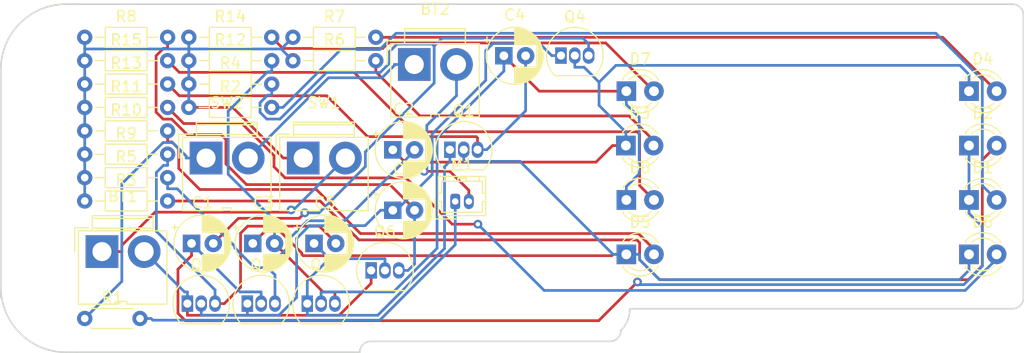
<source format=kicad_pcb>
(kicad_pcb (version 20171130) (host pcbnew "(5.0.2)-1")

  (general
    (thickness 1.6)
    (drawings 17)
    (tracks 305)
    (zones 0)
    (modules 40)
    (nets 28)
  )

  (page A4)
  (layers
    (0 F.Cu mixed)
    (31 B.Cu mixed)
    (32 B.Adhes user)
    (33 F.Adhes user)
    (34 B.Paste user)
    (35 F.Paste user)
    (36 B.SilkS user)
    (37 F.SilkS user)
    (38 B.Mask user)
    (39 F.Mask user)
    (40 Dwgs.User user)
    (41 Cmts.User user)
    (42 Eco1.User user)
    (43 Eco2.User user)
    (44 Edge.Cuts user)
    (45 Margin user)
    (46 B.CrtYd user)
    (47 F.CrtYd user)
    (48 B.Fab user)
    (49 F.Fab user)
  )

  (setup
    (last_trace_width 0.25)
    (trace_clearance 0.2)
    (zone_clearance 0.508)
    (zone_45_only no)
    (trace_min 0.2)
    (segment_width 0.2)
    (edge_width 0.15)
    (via_size 0.8)
    (via_drill 0.4)
    (via_min_size 0.4)
    (via_min_drill 0.3)
    (uvia_size 0.3)
    (uvia_drill 0.1)
    (uvias_allowed no)
    (uvia_min_size 0.2)
    (uvia_min_drill 0.1)
    (pcb_text_width 0.3)
    (pcb_text_size 1.5 1.5)
    (mod_edge_width 0.15)
    (mod_text_size 1 1)
    (mod_text_width 0.15)
    (pad_size 1.524 1.524)
    (pad_drill 0.762)
    (pad_to_mask_clearance 0.051)
    (solder_mask_min_width 0.25)
    (aux_axis_origin 0 0)
    (visible_elements 7FFFFFFF)
    (pcbplotparams
      (layerselection 0x010fc_ffffffff)
      (usegerberextensions false)
      (usegerberattributes false)
      (usegerberadvancedattributes false)
      (creategerberjobfile false)
      (excludeedgelayer true)
      (linewidth 0.100000)
      (plotframeref false)
      (viasonmask false)
      (mode 1)
      (useauxorigin false)
      (hpglpennumber 1)
      (hpglpenspeed 20)
      (hpglpendiameter 15.000000)
      (psnegative false)
      (psa4output false)
      (plotreference true)
      (plotvalue true)
      (plotinvisibletext false)
      (padsonsilk false)
      (subtractmaskfromsilk false)
      (outputformat 1)
      (mirror false)
      (drillshape 1)
      (scaleselection 1)
      (outputdirectory ""))
  )

  (net 0 "")
  (net 1 "Net-(BT1-Pad2)")
  (net 2 "Net-(BT1-Pad1)")
  (net 3 "Net-(BT2-Pad2)")
  (net 4 "Net-(BT2-Pad1)")
  (net 5 "Net-(C1-Pad2)")
  (net 6 "Net-(C1-Pad1)")
  (net 7 "Net-(C2-Pad1)")
  (net 8 "Net-(C2-Pad2)")
  (net 9 "Net-(C3-Pad1)")
  (net 10 "Net-(C3-Pad2)")
  (net 11 "Net-(C4-Pad2)")
  (net 12 "Net-(C4-Pad1)")
  (net 13 "Net-(C5-Pad1)")
  (net 14 "Net-(C5-Pad2)")
  (net 15 "Net-(C6-Pad2)")
  (net 16 "Net-(C6-Pad1)")
  (net 17 "Net-(D1-Pad2)")
  (net 18 "Net-(D2-Pad2)")
  (net 19 "Net-(D3-Pad2)")
  (net 20 "Net-(D4-Pad2)")
  (net 21 "Net-(D5-Pad2)")
  (net 22 "Net-(D6-Pad2)")
  (net 23 "Net-(D7-Pad2)")
  (net 24 "Net-(D8-Pad2)")
  (net 25 "Net-(M1-Pad1)")
  (net 26 "Net-(R1-Pad1)")
  (net 27 "Net-(R10-Pad1)")

  (net_class Default "これはデフォルトのネット クラスです。"
    (clearance 0.2)
    (trace_width 0.25)
    (via_dia 0.8)
    (via_drill 0.4)
    (uvia_dia 0.3)
    (uvia_drill 0.1)
    (add_net "Net-(BT1-Pad1)")
    (add_net "Net-(BT1-Pad2)")
    (add_net "Net-(BT2-Pad1)")
    (add_net "Net-(BT2-Pad2)")
    (add_net "Net-(C1-Pad1)")
    (add_net "Net-(C1-Pad2)")
    (add_net "Net-(C2-Pad1)")
    (add_net "Net-(C2-Pad2)")
    (add_net "Net-(C3-Pad1)")
    (add_net "Net-(C3-Pad2)")
    (add_net "Net-(C4-Pad1)")
    (add_net "Net-(C4-Pad2)")
    (add_net "Net-(C5-Pad1)")
    (add_net "Net-(C5-Pad2)")
    (add_net "Net-(C6-Pad1)")
    (add_net "Net-(C6-Pad2)")
    (add_net "Net-(D1-Pad2)")
    (add_net "Net-(D2-Pad2)")
    (add_net "Net-(D3-Pad2)")
    (add_net "Net-(D4-Pad2)")
    (add_net "Net-(D5-Pad2)")
    (add_net "Net-(D6-Pad2)")
    (add_net "Net-(D7-Pad2)")
    (add_net "Net-(D8-Pad2)")
    (add_net "Net-(M1-Pad1)")
    (add_net "Net-(R1-Pad1)")
    (add_net "Net-(R10-Pad1)")
  )

  (module Connector:JWT_A3963_1x02_P3.96mm_Vertical (layer F.Cu) (tedit 5A2A57CE) (tstamp 5C6B0E09)
    (at 119.298 96.7464)
    (descr "JWT A3963, 3.96mm pitch Pin head connector (http://www.jwt.com.tw/pro_pdf/A3963.pdf)")
    (tags "connector JWT A3963 pinhead")
    (path /5C5E684E)
    (fp_text reference BT1 (at 1.91 -5.08) (layer F.SilkS)
      (effects (font (size 1 1) (thickness 0.15)))
    )
    (fp_text value Battery_Cell (at 1.91 6.35) (layer F.Fab)
      (effects (font (size 1 1) (thickness 0.15)))
    )
    (fp_line (start 5.97 4.83) (end 5.97 0) (layer F.SilkS) (width 0.12))
    (fp_line (start -2.16 0) (end -2.16 4.83) (layer F.SilkS) (width 0.12))
    (fp_line (start -2.16 -1.91) (end 5.97 -1.91) (layer F.SilkS) (width 0.12))
    (fp_line (start -0.89 -1.91) (end -0.89 -3.3) (layer F.SilkS) (width 0.12))
    (fp_line (start 4.7 -1.91) (end 4.7 -3.3) (layer F.SilkS) (width 0.12))
    (fp_line (start -0.89 -3.3) (end 4.7 -3.3) (layer F.SilkS) (width 0.12))
    (fp_line (start -2.16 -1.91) (end -2.16 0) (layer F.SilkS) (width 0.12))
    (fp_line (start 5.97 -1.91) (end 5.97 0) (layer F.SilkS) (width 0.12))
    (fp_line (start -0.89 -3.05) (end 4.7 -3.05) (layer F.SilkS) (width 0.12))
    (fp_line (start -0.89 -2.16) (end 4.7 -2.16) (layer F.SilkS) (width 0.12))
    (fp_line (start 2.29 4.57) (end 2.29 4.83) (layer F.SilkS) (width 0.12))
    (fp_line (start 1.52 4.57) (end 2.29 4.57) (layer F.SilkS) (width 0.12))
    (fp_line (start 1.52 4.83) (end 1.52 4.57) (layer F.SilkS) (width 0.12))
    (fp_line (start 1.52 4.83) (end -2.16 4.83) (layer F.SilkS) (width 0.12))
    (fp_line (start 2.29 4.83) (end 5.97 4.83) (layer F.SilkS) (width 0.12))
    (fp_line (start -2.5 5.05) (end -2.5 -3.55) (layer F.CrtYd) (width 0.05))
    (fp_line (start 6.35 5.05) (end -2.5 5.05) (layer F.CrtYd) (width 0.05))
    (fp_line (start 6.35 -3.55) (end 6.35 5.05) (layer F.CrtYd) (width 0.05))
    (fp_line (start -2.5 -3.55) (end 6.35 -3.55) (layer F.CrtYd) (width 0.05))
    (fp_line (start -2.05 -1.8) (end 5.85 -1.8) (layer F.Fab) (width 0.1))
    (fp_line (start 5.85 -1.8) (end 5.85 4.7) (layer F.Fab) (width 0.1))
    (fp_line (start 5.85 4.7) (end -2.05 4.7) (layer F.Fab) (width 0.1))
    (fp_line (start -2.05 4.7) (end -2.05 -1.8) (layer F.Fab) (width 0.1))
    (fp_line (start -1.2 -2.2) (end -2.5 -2.2) (layer F.SilkS) (width 0.12))
    (fp_line (start -2.5 -2.2) (end -2.5 0) (layer F.SilkS) (width 0.12))
    (fp_line (start -1.25 -1.8) (end 0 -0.3) (layer F.Fab) (width 0.1))
    (fp_line (start 0 -0.3) (end 1.25 -1.8) (layer F.Fab) (width 0.1))
    (fp_line (start -0.8 -1.8) (end -0.8 -3.2) (layer F.Fab) (width 0.1))
    (fp_line (start -0.8 -3.2) (end 4.6 -3.2) (layer F.Fab) (width 0.1))
    (fp_line (start 4.6 -3.2) (end 4.6 -1.8) (layer F.Fab) (width 0.1))
    (fp_text user %R (at 2.2 3.7) (layer F.Fab)
      (effects (font (size 1 1) (thickness 0.15)))
    )
    (pad 2 thru_hole circle (at 3.88 0) (size 3 3) (drill 1.75) (layers *.Cu *.Mask)
      (net 1 "Net-(BT1-Pad2)"))
    (pad 1 thru_hole rect (at 0 0) (size 3 3) (drill 1.75) (layers *.Cu *.Mask)
      (net 2 "Net-(BT1-Pad1)"))
    (model ${KISYS3DMOD}/Connector.3dshapes/JWT_A3963_1x02_P3.96mm_Vertical.wrl
      (at (xyz 0 0 0))
      (scale (xyz 1 1 1))
      (rotate (xyz 0 0 0))
    )
  )

  (module Connector:JWT_A3963_1x02_P3.96mm_Vertical (layer F.Cu) (tedit 5A2A57CE) (tstamp 5C6B0E2E)
    (at 148.008 79.5464)
    (descr "JWT A3963, 3.96mm pitch Pin head connector (http://www.jwt.com.tw/pro_pdf/A3963.pdf)")
    (tags "connector JWT A3963 pinhead")
    (path /5C5E6174)
    (fp_text reference BT2 (at 1.91 -5.08) (layer F.SilkS)
      (effects (font (size 1 1) (thickness 0.15)))
    )
    (fp_text value Battery_Cell (at 1.91 6.35) (layer F.Fab)
      (effects (font (size 1 1) (thickness 0.15)))
    )
    (fp_line (start 5.97 4.83) (end 5.97 0) (layer F.SilkS) (width 0.12))
    (fp_line (start -2.16 0) (end -2.16 4.83) (layer F.SilkS) (width 0.12))
    (fp_line (start -2.16 -1.91) (end 5.97 -1.91) (layer F.SilkS) (width 0.12))
    (fp_line (start -0.89 -1.91) (end -0.89 -3.3) (layer F.SilkS) (width 0.12))
    (fp_line (start 4.7 -1.91) (end 4.7 -3.3) (layer F.SilkS) (width 0.12))
    (fp_line (start -0.89 -3.3) (end 4.7 -3.3) (layer F.SilkS) (width 0.12))
    (fp_line (start -2.16 -1.91) (end -2.16 0) (layer F.SilkS) (width 0.12))
    (fp_line (start 5.97 -1.91) (end 5.97 0) (layer F.SilkS) (width 0.12))
    (fp_line (start -0.89 -3.05) (end 4.7 -3.05) (layer F.SilkS) (width 0.12))
    (fp_line (start -0.89 -2.16) (end 4.7 -2.16) (layer F.SilkS) (width 0.12))
    (fp_line (start 2.29 4.57) (end 2.29 4.83) (layer F.SilkS) (width 0.12))
    (fp_line (start 1.52 4.57) (end 2.29 4.57) (layer F.SilkS) (width 0.12))
    (fp_line (start 1.52 4.83) (end 1.52 4.57) (layer F.SilkS) (width 0.12))
    (fp_line (start 1.52 4.83) (end -2.16 4.83) (layer F.SilkS) (width 0.12))
    (fp_line (start 2.29 4.83) (end 5.97 4.83) (layer F.SilkS) (width 0.12))
    (fp_line (start -2.5 5.05) (end -2.5 -3.55) (layer F.CrtYd) (width 0.05))
    (fp_line (start 6.35 5.05) (end -2.5 5.05) (layer F.CrtYd) (width 0.05))
    (fp_line (start 6.35 -3.55) (end 6.35 5.05) (layer F.CrtYd) (width 0.05))
    (fp_line (start -2.5 -3.55) (end 6.35 -3.55) (layer F.CrtYd) (width 0.05))
    (fp_line (start -2.05 -1.8) (end 5.85 -1.8) (layer F.Fab) (width 0.1))
    (fp_line (start 5.85 -1.8) (end 5.85 4.7) (layer F.Fab) (width 0.1))
    (fp_line (start 5.85 4.7) (end -2.05 4.7) (layer F.Fab) (width 0.1))
    (fp_line (start -2.05 4.7) (end -2.05 -1.8) (layer F.Fab) (width 0.1))
    (fp_line (start -1.2 -2.2) (end -2.5 -2.2) (layer F.SilkS) (width 0.12))
    (fp_line (start -2.5 -2.2) (end -2.5 0) (layer F.SilkS) (width 0.12))
    (fp_line (start -1.25 -1.8) (end 0 -0.3) (layer F.Fab) (width 0.1))
    (fp_line (start 0 -0.3) (end 1.25 -1.8) (layer F.Fab) (width 0.1))
    (fp_line (start -0.8 -1.8) (end -0.8 -3.2) (layer F.Fab) (width 0.1))
    (fp_line (start -0.8 -3.2) (end 4.6 -3.2) (layer F.Fab) (width 0.1))
    (fp_line (start 4.6 -3.2) (end 4.6 -1.8) (layer F.Fab) (width 0.1))
    (fp_text user %R (at 2.2 3.7) (layer F.Fab)
      (effects (font (size 1 1) (thickness 0.15)))
    )
    (pad 2 thru_hole circle (at 3.88 0) (size 3 3) (drill 1.75) (layers *.Cu *.Mask)
      (net 3 "Net-(BT2-Pad2)"))
    (pad 1 thru_hole rect (at 0 0) (size 3 3) (drill 1.75) (layers *.Cu *.Mask)
      (net 4 "Net-(BT2-Pad1)"))
    (model ${KISYS3DMOD}/Connector.3dshapes/JWT_A3963_1x02_P3.96mm_Vertical.wrl
      (at (xyz 0 0 0))
      (scale (xyz 1 1 1))
      (rotate (xyz 0 0 0))
    )
  )

  (module Capacitor_THT:CP_Radial_D5.0mm_P2.00mm (layer F.Cu) (tedit 5AE50EF0) (tstamp 5C6B0EB1)
    (at 127.533 95.9964)
    (descr "CP, Radial series, Radial, pin pitch=2.00mm, , diameter=5mm, Electrolytic Capacitor")
    (tags "CP Radial series Radial pin pitch 2.00mm  diameter 5mm Electrolytic Capacitor")
    (path /5C5F542A)
    (fp_text reference C1 (at 1 -3.75) (layer F.SilkS)
      (effects (font (size 1 1) (thickness 0.15)))
    )
    (fp_text value CP (at 1 3.75) (layer F.Fab)
      (effects (font (size 1 1) (thickness 0.15)))
    )
    (fp_text user %R (at 1 0) (layer F.Fab)
      (effects (font (size 1 1) (thickness 0.15)))
    )
    (fp_line (start -1.554775 -1.725) (end -1.554775 -1.225) (layer F.SilkS) (width 0.12))
    (fp_line (start -1.804775 -1.475) (end -1.304775 -1.475) (layer F.SilkS) (width 0.12))
    (fp_line (start 3.601 -0.284) (end 3.601 0.284) (layer F.SilkS) (width 0.12))
    (fp_line (start 3.561 -0.518) (end 3.561 0.518) (layer F.SilkS) (width 0.12))
    (fp_line (start 3.521 -0.677) (end 3.521 0.677) (layer F.SilkS) (width 0.12))
    (fp_line (start 3.481 -0.805) (end 3.481 0.805) (layer F.SilkS) (width 0.12))
    (fp_line (start 3.441 -0.915) (end 3.441 0.915) (layer F.SilkS) (width 0.12))
    (fp_line (start 3.401 -1.011) (end 3.401 1.011) (layer F.SilkS) (width 0.12))
    (fp_line (start 3.361 -1.098) (end 3.361 1.098) (layer F.SilkS) (width 0.12))
    (fp_line (start 3.321 -1.178) (end 3.321 1.178) (layer F.SilkS) (width 0.12))
    (fp_line (start 3.281 -1.251) (end 3.281 1.251) (layer F.SilkS) (width 0.12))
    (fp_line (start 3.241 -1.319) (end 3.241 1.319) (layer F.SilkS) (width 0.12))
    (fp_line (start 3.201 -1.383) (end 3.201 1.383) (layer F.SilkS) (width 0.12))
    (fp_line (start 3.161 -1.443) (end 3.161 1.443) (layer F.SilkS) (width 0.12))
    (fp_line (start 3.121 -1.5) (end 3.121 1.5) (layer F.SilkS) (width 0.12))
    (fp_line (start 3.081 -1.554) (end 3.081 1.554) (layer F.SilkS) (width 0.12))
    (fp_line (start 3.041 -1.605) (end 3.041 1.605) (layer F.SilkS) (width 0.12))
    (fp_line (start 3.001 1.04) (end 3.001 1.653) (layer F.SilkS) (width 0.12))
    (fp_line (start 3.001 -1.653) (end 3.001 -1.04) (layer F.SilkS) (width 0.12))
    (fp_line (start 2.961 1.04) (end 2.961 1.699) (layer F.SilkS) (width 0.12))
    (fp_line (start 2.961 -1.699) (end 2.961 -1.04) (layer F.SilkS) (width 0.12))
    (fp_line (start 2.921 1.04) (end 2.921 1.743) (layer F.SilkS) (width 0.12))
    (fp_line (start 2.921 -1.743) (end 2.921 -1.04) (layer F.SilkS) (width 0.12))
    (fp_line (start 2.881 1.04) (end 2.881 1.785) (layer F.SilkS) (width 0.12))
    (fp_line (start 2.881 -1.785) (end 2.881 -1.04) (layer F.SilkS) (width 0.12))
    (fp_line (start 2.841 1.04) (end 2.841 1.826) (layer F.SilkS) (width 0.12))
    (fp_line (start 2.841 -1.826) (end 2.841 -1.04) (layer F.SilkS) (width 0.12))
    (fp_line (start 2.801 1.04) (end 2.801 1.864) (layer F.SilkS) (width 0.12))
    (fp_line (start 2.801 -1.864) (end 2.801 -1.04) (layer F.SilkS) (width 0.12))
    (fp_line (start 2.761 1.04) (end 2.761 1.901) (layer F.SilkS) (width 0.12))
    (fp_line (start 2.761 -1.901) (end 2.761 -1.04) (layer F.SilkS) (width 0.12))
    (fp_line (start 2.721 1.04) (end 2.721 1.937) (layer F.SilkS) (width 0.12))
    (fp_line (start 2.721 -1.937) (end 2.721 -1.04) (layer F.SilkS) (width 0.12))
    (fp_line (start 2.681 1.04) (end 2.681 1.971) (layer F.SilkS) (width 0.12))
    (fp_line (start 2.681 -1.971) (end 2.681 -1.04) (layer F.SilkS) (width 0.12))
    (fp_line (start 2.641 1.04) (end 2.641 2.004) (layer F.SilkS) (width 0.12))
    (fp_line (start 2.641 -2.004) (end 2.641 -1.04) (layer F.SilkS) (width 0.12))
    (fp_line (start 2.601 1.04) (end 2.601 2.035) (layer F.SilkS) (width 0.12))
    (fp_line (start 2.601 -2.035) (end 2.601 -1.04) (layer F.SilkS) (width 0.12))
    (fp_line (start 2.561 1.04) (end 2.561 2.065) (layer F.SilkS) (width 0.12))
    (fp_line (start 2.561 -2.065) (end 2.561 -1.04) (layer F.SilkS) (width 0.12))
    (fp_line (start 2.521 1.04) (end 2.521 2.095) (layer F.SilkS) (width 0.12))
    (fp_line (start 2.521 -2.095) (end 2.521 -1.04) (layer F.SilkS) (width 0.12))
    (fp_line (start 2.481 1.04) (end 2.481 2.122) (layer F.SilkS) (width 0.12))
    (fp_line (start 2.481 -2.122) (end 2.481 -1.04) (layer F.SilkS) (width 0.12))
    (fp_line (start 2.441 1.04) (end 2.441 2.149) (layer F.SilkS) (width 0.12))
    (fp_line (start 2.441 -2.149) (end 2.441 -1.04) (layer F.SilkS) (width 0.12))
    (fp_line (start 2.401 1.04) (end 2.401 2.175) (layer F.SilkS) (width 0.12))
    (fp_line (start 2.401 -2.175) (end 2.401 -1.04) (layer F.SilkS) (width 0.12))
    (fp_line (start 2.361 1.04) (end 2.361 2.2) (layer F.SilkS) (width 0.12))
    (fp_line (start 2.361 -2.2) (end 2.361 -1.04) (layer F.SilkS) (width 0.12))
    (fp_line (start 2.321 1.04) (end 2.321 2.224) (layer F.SilkS) (width 0.12))
    (fp_line (start 2.321 -2.224) (end 2.321 -1.04) (layer F.SilkS) (width 0.12))
    (fp_line (start 2.281 1.04) (end 2.281 2.247) (layer F.SilkS) (width 0.12))
    (fp_line (start 2.281 -2.247) (end 2.281 -1.04) (layer F.SilkS) (width 0.12))
    (fp_line (start 2.241 1.04) (end 2.241 2.268) (layer F.SilkS) (width 0.12))
    (fp_line (start 2.241 -2.268) (end 2.241 -1.04) (layer F.SilkS) (width 0.12))
    (fp_line (start 2.201 1.04) (end 2.201 2.29) (layer F.SilkS) (width 0.12))
    (fp_line (start 2.201 -2.29) (end 2.201 -1.04) (layer F.SilkS) (width 0.12))
    (fp_line (start 2.161 1.04) (end 2.161 2.31) (layer F.SilkS) (width 0.12))
    (fp_line (start 2.161 -2.31) (end 2.161 -1.04) (layer F.SilkS) (width 0.12))
    (fp_line (start 2.121 1.04) (end 2.121 2.329) (layer F.SilkS) (width 0.12))
    (fp_line (start 2.121 -2.329) (end 2.121 -1.04) (layer F.SilkS) (width 0.12))
    (fp_line (start 2.081 1.04) (end 2.081 2.348) (layer F.SilkS) (width 0.12))
    (fp_line (start 2.081 -2.348) (end 2.081 -1.04) (layer F.SilkS) (width 0.12))
    (fp_line (start 2.041 1.04) (end 2.041 2.365) (layer F.SilkS) (width 0.12))
    (fp_line (start 2.041 -2.365) (end 2.041 -1.04) (layer F.SilkS) (width 0.12))
    (fp_line (start 2.001 1.04) (end 2.001 2.382) (layer F.SilkS) (width 0.12))
    (fp_line (start 2.001 -2.382) (end 2.001 -1.04) (layer F.SilkS) (width 0.12))
    (fp_line (start 1.961 1.04) (end 1.961 2.398) (layer F.SilkS) (width 0.12))
    (fp_line (start 1.961 -2.398) (end 1.961 -1.04) (layer F.SilkS) (width 0.12))
    (fp_line (start 1.921 1.04) (end 1.921 2.414) (layer F.SilkS) (width 0.12))
    (fp_line (start 1.921 -2.414) (end 1.921 -1.04) (layer F.SilkS) (width 0.12))
    (fp_line (start 1.881 1.04) (end 1.881 2.428) (layer F.SilkS) (width 0.12))
    (fp_line (start 1.881 -2.428) (end 1.881 -1.04) (layer F.SilkS) (width 0.12))
    (fp_line (start 1.841 1.04) (end 1.841 2.442) (layer F.SilkS) (width 0.12))
    (fp_line (start 1.841 -2.442) (end 1.841 -1.04) (layer F.SilkS) (width 0.12))
    (fp_line (start 1.801 1.04) (end 1.801 2.455) (layer F.SilkS) (width 0.12))
    (fp_line (start 1.801 -2.455) (end 1.801 -1.04) (layer F.SilkS) (width 0.12))
    (fp_line (start 1.761 1.04) (end 1.761 2.468) (layer F.SilkS) (width 0.12))
    (fp_line (start 1.761 -2.468) (end 1.761 -1.04) (layer F.SilkS) (width 0.12))
    (fp_line (start 1.721 1.04) (end 1.721 2.48) (layer F.SilkS) (width 0.12))
    (fp_line (start 1.721 -2.48) (end 1.721 -1.04) (layer F.SilkS) (width 0.12))
    (fp_line (start 1.68 1.04) (end 1.68 2.491) (layer F.SilkS) (width 0.12))
    (fp_line (start 1.68 -2.491) (end 1.68 -1.04) (layer F.SilkS) (width 0.12))
    (fp_line (start 1.64 1.04) (end 1.64 2.501) (layer F.SilkS) (width 0.12))
    (fp_line (start 1.64 -2.501) (end 1.64 -1.04) (layer F.SilkS) (width 0.12))
    (fp_line (start 1.6 1.04) (end 1.6 2.511) (layer F.SilkS) (width 0.12))
    (fp_line (start 1.6 -2.511) (end 1.6 -1.04) (layer F.SilkS) (width 0.12))
    (fp_line (start 1.56 1.04) (end 1.56 2.52) (layer F.SilkS) (width 0.12))
    (fp_line (start 1.56 -2.52) (end 1.56 -1.04) (layer F.SilkS) (width 0.12))
    (fp_line (start 1.52 1.04) (end 1.52 2.528) (layer F.SilkS) (width 0.12))
    (fp_line (start 1.52 -2.528) (end 1.52 -1.04) (layer F.SilkS) (width 0.12))
    (fp_line (start 1.48 1.04) (end 1.48 2.536) (layer F.SilkS) (width 0.12))
    (fp_line (start 1.48 -2.536) (end 1.48 -1.04) (layer F.SilkS) (width 0.12))
    (fp_line (start 1.44 1.04) (end 1.44 2.543) (layer F.SilkS) (width 0.12))
    (fp_line (start 1.44 -2.543) (end 1.44 -1.04) (layer F.SilkS) (width 0.12))
    (fp_line (start 1.4 1.04) (end 1.4 2.55) (layer F.SilkS) (width 0.12))
    (fp_line (start 1.4 -2.55) (end 1.4 -1.04) (layer F.SilkS) (width 0.12))
    (fp_line (start 1.36 1.04) (end 1.36 2.556) (layer F.SilkS) (width 0.12))
    (fp_line (start 1.36 -2.556) (end 1.36 -1.04) (layer F.SilkS) (width 0.12))
    (fp_line (start 1.32 1.04) (end 1.32 2.561) (layer F.SilkS) (width 0.12))
    (fp_line (start 1.32 -2.561) (end 1.32 -1.04) (layer F.SilkS) (width 0.12))
    (fp_line (start 1.28 1.04) (end 1.28 2.565) (layer F.SilkS) (width 0.12))
    (fp_line (start 1.28 -2.565) (end 1.28 -1.04) (layer F.SilkS) (width 0.12))
    (fp_line (start 1.24 1.04) (end 1.24 2.569) (layer F.SilkS) (width 0.12))
    (fp_line (start 1.24 -2.569) (end 1.24 -1.04) (layer F.SilkS) (width 0.12))
    (fp_line (start 1.2 1.04) (end 1.2 2.573) (layer F.SilkS) (width 0.12))
    (fp_line (start 1.2 -2.573) (end 1.2 -1.04) (layer F.SilkS) (width 0.12))
    (fp_line (start 1.16 1.04) (end 1.16 2.576) (layer F.SilkS) (width 0.12))
    (fp_line (start 1.16 -2.576) (end 1.16 -1.04) (layer F.SilkS) (width 0.12))
    (fp_line (start 1.12 1.04) (end 1.12 2.578) (layer F.SilkS) (width 0.12))
    (fp_line (start 1.12 -2.578) (end 1.12 -1.04) (layer F.SilkS) (width 0.12))
    (fp_line (start 1.08 1.04) (end 1.08 2.579) (layer F.SilkS) (width 0.12))
    (fp_line (start 1.08 -2.579) (end 1.08 -1.04) (layer F.SilkS) (width 0.12))
    (fp_line (start 1.04 -2.58) (end 1.04 -1.04) (layer F.SilkS) (width 0.12))
    (fp_line (start 1.04 1.04) (end 1.04 2.58) (layer F.SilkS) (width 0.12))
    (fp_line (start 1 -2.58) (end 1 -1.04) (layer F.SilkS) (width 0.12))
    (fp_line (start 1 1.04) (end 1 2.58) (layer F.SilkS) (width 0.12))
    (fp_line (start -0.883605 -1.3375) (end -0.883605 -0.8375) (layer F.Fab) (width 0.1))
    (fp_line (start -1.133605 -1.0875) (end -0.633605 -1.0875) (layer F.Fab) (width 0.1))
    (fp_circle (center 1 0) (end 3.75 0) (layer F.CrtYd) (width 0.05))
    (fp_circle (center 1 0) (end 3.62 0) (layer F.SilkS) (width 0.12))
    (fp_circle (center 1 0) (end 3.5 0) (layer F.Fab) (width 0.1))
    (pad 2 thru_hole circle (at 2 0) (size 1.6 1.6) (drill 0.8) (layers *.Cu *.Mask)
      (net 5 "Net-(C1-Pad2)"))
    (pad 1 thru_hole rect (at 0 0) (size 1.6 1.6) (drill 0.8) (layers *.Cu *.Mask)
      (net 6 "Net-(C1-Pad1)"))
    (model ${KISYS3DMOD}/Capacitor_THT.3dshapes/CP_Radial_D5.0mm_P2.00mm.wrl
      (at (xyz 0 0 0))
      (scale (xyz 1 1 1))
      (rotate (xyz 0 0 0))
    )
  )

  (module Capacitor_THT:CP_Radial_D5.0mm_P2.00mm (layer F.Cu) (tedit 5AE50EF0) (tstamp 5C6B0F34)
    (at 146.033 87.3964)
    (descr "CP, Radial series, Radial, pin pitch=2.00mm, , diameter=5mm, Electrolytic Capacitor")
    (tags "CP Radial series Radial pin pitch 2.00mm  diameter 5mm Electrolytic Capacitor")
    (path /5C5EEA39)
    (fp_text reference C2 (at 1 -3.75) (layer F.SilkS)
      (effects (font (size 1 1) (thickness 0.15)))
    )
    (fp_text value CP (at 1 3.75) (layer F.Fab)
      (effects (font (size 1 1) (thickness 0.15)))
    )
    (fp_circle (center 1 0) (end 3.5 0) (layer F.Fab) (width 0.1))
    (fp_circle (center 1 0) (end 3.62 0) (layer F.SilkS) (width 0.12))
    (fp_circle (center 1 0) (end 3.75 0) (layer F.CrtYd) (width 0.05))
    (fp_line (start -1.133605 -1.0875) (end -0.633605 -1.0875) (layer F.Fab) (width 0.1))
    (fp_line (start -0.883605 -1.3375) (end -0.883605 -0.8375) (layer F.Fab) (width 0.1))
    (fp_line (start 1 1.04) (end 1 2.58) (layer F.SilkS) (width 0.12))
    (fp_line (start 1 -2.58) (end 1 -1.04) (layer F.SilkS) (width 0.12))
    (fp_line (start 1.04 1.04) (end 1.04 2.58) (layer F.SilkS) (width 0.12))
    (fp_line (start 1.04 -2.58) (end 1.04 -1.04) (layer F.SilkS) (width 0.12))
    (fp_line (start 1.08 -2.579) (end 1.08 -1.04) (layer F.SilkS) (width 0.12))
    (fp_line (start 1.08 1.04) (end 1.08 2.579) (layer F.SilkS) (width 0.12))
    (fp_line (start 1.12 -2.578) (end 1.12 -1.04) (layer F.SilkS) (width 0.12))
    (fp_line (start 1.12 1.04) (end 1.12 2.578) (layer F.SilkS) (width 0.12))
    (fp_line (start 1.16 -2.576) (end 1.16 -1.04) (layer F.SilkS) (width 0.12))
    (fp_line (start 1.16 1.04) (end 1.16 2.576) (layer F.SilkS) (width 0.12))
    (fp_line (start 1.2 -2.573) (end 1.2 -1.04) (layer F.SilkS) (width 0.12))
    (fp_line (start 1.2 1.04) (end 1.2 2.573) (layer F.SilkS) (width 0.12))
    (fp_line (start 1.24 -2.569) (end 1.24 -1.04) (layer F.SilkS) (width 0.12))
    (fp_line (start 1.24 1.04) (end 1.24 2.569) (layer F.SilkS) (width 0.12))
    (fp_line (start 1.28 -2.565) (end 1.28 -1.04) (layer F.SilkS) (width 0.12))
    (fp_line (start 1.28 1.04) (end 1.28 2.565) (layer F.SilkS) (width 0.12))
    (fp_line (start 1.32 -2.561) (end 1.32 -1.04) (layer F.SilkS) (width 0.12))
    (fp_line (start 1.32 1.04) (end 1.32 2.561) (layer F.SilkS) (width 0.12))
    (fp_line (start 1.36 -2.556) (end 1.36 -1.04) (layer F.SilkS) (width 0.12))
    (fp_line (start 1.36 1.04) (end 1.36 2.556) (layer F.SilkS) (width 0.12))
    (fp_line (start 1.4 -2.55) (end 1.4 -1.04) (layer F.SilkS) (width 0.12))
    (fp_line (start 1.4 1.04) (end 1.4 2.55) (layer F.SilkS) (width 0.12))
    (fp_line (start 1.44 -2.543) (end 1.44 -1.04) (layer F.SilkS) (width 0.12))
    (fp_line (start 1.44 1.04) (end 1.44 2.543) (layer F.SilkS) (width 0.12))
    (fp_line (start 1.48 -2.536) (end 1.48 -1.04) (layer F.SilkS) (width 0.12))
    (fp_line (start 1.48 1.04) (end 1.48 2.536) (layer F.SilkS) (width 0.12))
    (fp_line (start 1.52 -2.528) (end 1.52 -1.04) (layer F.SilkS) (width 0.12))
    (fp_line (start 1.52 1.04) (end 1.52 2.528) (layer F.SilkS) (width 0.12))
    (fp_line (start 1.56 -2.52) (end 1.56 -1.04) (layer F.SilkS) (width 0.12))
    (fp_line (start 1.56 1.04) (end 1.56 2.52) (layer F.SilkS) (width 0.12))
    (fp_line (start 1.6 -2.511) (end 1.6 -1.04) (layer F.SilkS) (width 0.12))
    (fp_line (start 1.6 1.04) (end 1.6 2.511) (layer F.SilkS) (width 0.12))
    (fp_line (start 1.64 -2.501) (end 1.64 -1.04) (layer F.SilkS) (width 0.12))
    (fp_line (start 1.64 1.04) (end 1.64 2.501) (layer F.SilkS) (width 0.12))
    (fp_line (start 1.68 -2.491) (end 1.68 -1.04) (layer F.SilkS) (width 0.12))
    (fp_line (start 1.68 1.04) (end 1.68 2.491) (layer F.SilkS) (width 0.12))
    (fp_line (start 1.721 -2.48) (end 1.721 -1.04) (layer F.SilkS) (width 0.12))
    (fp_line (start 1.721 1.04) (end 1.721 2.48) (layer F.SilkS) (width 0.12))
    (fp_line (start 1.761 -2.468) (end 1.761 -1.04) (layer F.SilkS) (width 0.12))
    (fp_line (start 1.761 1.04) (end 1.761 2.468) (layer F.SilkS) (width 0.12))
    (fp_line (start 1.801 -2.455) (end 1.801 -1.04) (layer F.SilkS) (width 0.12))
    (fp_line (start 1.801 1.04) (end 1.801 2.455) (layer F.SilkS) (width 0.12))
    (fp_line (start 1.841 -2.442) (end 1.841 -1.04) (layer F.SilkS) (width 0.12))
    (fp_line (start 1.841 1.04) (end 1.841 2.442) (layer F.SilkS) (width 0.12))
    (fp_line (start 1.881 -2.428) (end 1.881 -1.04) (layer F.SilkS) (width 0.12))
    (fp_line (start 1.881 1.04) (end 1.881 2.428) (layer F.SilkS) (width 0.12))
    (fp_line (start 1.921 -2.414) (end 1.921 -1.04) (layer F.SilkS) (width 0.12))
    (fp_line (start 1.921 1.04) (end 1.921 2.414) (layer F.SilkS) (width 0.12))
    (fp_line (start 1.961 -2.398) (end 1.961 -1.04) (layer F.SilkS) (width 0.12))
    (fp_line (start 1.961 1.04) (end 1.961 2.398) (layer F.SilkS) (width 0.12))
    (fp_line (start 2.001 -2.382) (end 2.001 -1.04) (layer F.SilkS) (width 0.12))
    (fp_line (start 2.001 1.04) (end 2.001 2.382) (layer F.SilkS) (width 0.12))
    (fp_line (start 2.041 -2.365) (end 2.041 -1.04) (layer F.SilkS) (width 0.12))
    (fp_line (start 2.041 1.04) (end 2.041 2.365) (layer F.SilkS) (width 0.12))
    (fp_line (start 2.081 -2.348) (end 2.081 -1.04) (layer F.SilkS) (width 0.12))
    (fp_line (start 2.081 1.04) (end 2.081 2.348) (layer F.SilkS) (width 0.12))
    (fp_line (start 2.121 -2.329) (end 2.121 -1.04) (layer F.SilkS) (width 0.12))
    (fp_line (start 2.121 1.04) (end 2.121 2.329) (layer F.SilkS) (width 0.12))
    (fp_line (start 2.161 -2.31) (end 2.161 -1.04) (layer F.SilkS) (width 0.12))
    (fp_line (start 2.161 1.04) (end 2.161 2.31) (layer F.SilkS) (width 0.12))
    (fp_line (start 2.201 -2.29) (end 2.201 -1.04) (layer F.SilkS) (width 0.12))
    (fp_line (start 2.201 1.04) (end 2.201 2.29) (layer F.SilkS) (width 0.12))
    (fp_line (start 2.241 -2.268) (end 2.241 -1.04) (layer F.SilkS) (width 0.12))
    (fp_line (start 2.241 1.04) (end 2.241 2.268) (layer F.SilkS) (width 0.12))
    (fp_line (start 2.281 -2.247) (end 2.281 -1.04) (layer F.SilkS) (width 0.12))
    (fp_line (start 2.281 1.04) (end 2.281 2.247) (layer F.SilkS) (width 0.12))
    (fp_line (start 2.321 -2.224) (end 2.321 -1.04) (layer F.SilkS) (width 0.12))
    (fp_line (start 2.321 1.04) (end 2.321 2.224) (layer F.SilkS) (width 0.12))
    (fp_line (start 2.361 -2.2) (end 2.361 -1.04) (layer F.SilkS) (width 0.12))
    (fp_line (start 2.361 1.04) (end 2.361 2.2) (layer F.SilkS) (width 0.12))
    (fp_line (start 2.401 -2.175) (end 2.401 -1.04) (layer F.SilkS) (width 0.12))
    (fp_line (start 2.401 1.04) (end 2.401 2.175) (layer F.SilkS) (width 0.12))
    (fp_line (start 2.441 -2.149) (end 2.441 -1.04) (layer F.SilkS) (width 0.12))
    (fp_line (start 2.441 1.04) (end 2.441 2.149) (layer F.SilkS) (width 0.12))
    (fp_line (start 2.481 -2.122) (end 2.481 -1.04) (layer F.SilkS) (width 0.12))
    (fp_line (start 2.481 1.04) (end 2.481 2.122) (layer F.SilkS) (width 0.12))
    (fp_line (start 2.521 -2.095) (end 2.521 -1.04) (layer F.SilkS) (width 0.12))
    (fp_line (start 2.521 1.04) (end 2.521 2.095) (layer F.SilkS) (width 0.12))
    (fp_line (start 2.561 -2.065) (end 2.561 -1.04) (layer F.SilkS) (width 0.12))
    (fp_line (start 2.561 1.04) (end 2.561 2.065) (layer F.SilkS) (width 0.12))
    (fp_line (start 2.601 -2.035) (end 2.601 -1.04) (layer F.SilkS) (width 0.12))
    (fp_line (start 2.601 1.04) (end 2.601 2.035) (layer F.SilkS) (width 0.12))
    (fp_line (start 2.641 -2.004) (end 2.641 -1.04) (layer F.SilkS) (width 0.12))
    (fp_line (start 2.641 1.04) (end 2.641 2.004) (layer F.SilkS) (width 0.12))
    (fp_line (start 2.681 -1.971) (end 2.681 -1.04) (layer F.SilkS) (width 0.12))
    (fp_line (start 2.681 1.04) (end 2.681 1.971) (layer F.SilkS) (width 0.12))
    (fp_line (start 2.721 -1.937) (end 2.721 -1.04) (layer F.SilkS) (width 0.12))
    (fp_line (start 2.721 1.04) (end 2.721 1.937) (layer F.SilkS) (width 0.12))
    (fp_line (start 2.761 -1.901) (end 2.761 -1.04) (layer F.SilkS) (width 0.12))
    (fp_line (start 2.761 1.04) (end 2.761 1.901) (layer F.SilkS) (width 0.12))
    (fp_line (start 2.801 -1.864) (end 2.801 -1.04) (layer F.SilkS) (width 0.12))
    (fp_line (start 2.801 1.04) (end 2.801 1.864) (layer F.SilkS) (width 0.12))
    (fp_line (start 2.841 -1.826) (end 2.841 -1.04) (layer F.SilkS) (width 0.12))
    (fp_line (start 2.841 1.04) (end 2.841 1.826) (layer F.SilkS) (width 0.12))
    (fp_line (start 2.881 -1.785) (end 2.881 -1.04) (layer F.SilkS) (width 0.12))
    (fp_line (start 2.881 1.04) (end 2.881 1.785) (layer F.SilkS) (width 0.12))
    (fp_line (start 2.921 -1.743) (end 2.921 -1.04) (layer F.SilkS) (width 0.12))
    (fp_line (start 2.921 1.04) (end 2.921 1.743) (layer F.SilkS) (width 0.12))
    (fp_line (start 2.961 -1.699) (end 2.961 -1.04) (layer F.SilkS) (width 0.12))
    (fp_line (start 2.961 1.04) (end 2.961 1.699) (layer F.SilkS) (width 0.12))
    (fp_line (start 3.001 -1.653) (end 3.001 -1.04) (layer F.SilkS) (width 0.12))
    (fp_line (start 3.001 1.04) (end 3.001 1.653) (layer F.SilkS) (width 0.12))
    (fp_line (start 3.041 -1.605) (end 3.041 1.605) (layer F.SilkS) (width 0.12))
    (fp_line (start 3.081 -1.554) (end 3.081 1.554) (layer F.SilkS) (width 0.12))
    (fp_line (start 3.121 -1.5) (end 3.121 1.5) (layer F.SilkS) (width 0.12))
    (fp_line (start 3.161 -1.443) (end 3.161 1.443) (layer F.SilkS) (width 0.12))
    (fp_line (start 3.201 -1.383) (end 3.201 1.383) (layer F.SilkS) (width 0.12))
    (fp_line (start 3.241 -1.319) (end 3.241 1.319) (layer F.SilkS) (width 0.12))
    (fp_line (start 3.281 -1.251) (end 3.281 1.251) (layer F.SilkS) (width 0.12))
    (fp_line (start 3.321 -1.178) (end 3.321 1.178) (layer F.SilkS) (width 0.12))
    (fp_line (start 3.361 -1.098) (end 3.361 1.098) (layer F.SilkS) (width 0.12))
    (fp_line (start 3.401 -1.011) (end 3.401 1.011) (layer F.SilkS) (width 0.12))
    (fp_line (start 3.441 -0.915) (end 3.441 0.915) (layer F.SilkS) (width 0.12))
    (fp_line (start 3.481 -0.805) (end 3.481 0.805) (layer F.SilkS) (width 0.12))
    (fp_line (start 3.521 -0.677) (end 3.521 0.677) (layer F.SilkS) (width 0.12))
    (fp_line (start 3.561 -0.518) (end 3.561 0.518) (layer F.SilkS) (width 0.12))
    (fp_line (start 3.601 -0.284) (end 3.601 0.284) (layer F.SilkS) (width 0.12))
    (fp_line (start -1.804775 -1.475) (end -1.304775 -1.475) (layer F.SilkS) (width 0.12))
    (fp_line (start -1.554775 -1.725) (end -1.554775 -1.225) (layer F.SilkS) (width 0.12))
    (fp_text user %R (at 1 0) (layer F.Fab)
      (effects (font (size 1 1) (thickness 0.15)))
    )
    (pad 1 thru_hole rect (at 0 0) (size 1.6 1.6) (drill 0.8) (layers *.Cu *.Mask)
      (net 7 "Net-(C2-Pad1)"))
    (pad 2 thru_hole circle (at 2 0) (size 1.6 1.6) (drill 0.8) (layers *.Cu *.Mask)
      (net 8 "Net-(C2-Pad2)"))
    (model ${KISYS3DMOD}/Capacitor_THT.3dshapes/CP_Radial_D5.0mm_P2.00mm.wrl
      (at (xyz 0 0 0))
      (scale (xyz 1 1 1))
      (rotate (xyz 0 0 0))
    )
  )

  (module Capacitor_THT:CP_Radial_D5.0mm_P2.00mm (layer F.Cu) (tedit 5AE50EF0) (tstamp 5C6B0FB7)
    (at 133.163 95.9964)
    (descr "CP, Radial series, Radial, pin pitch=2.00mm, , diameter=5mm, Electrolytic Capacitor")
    (tags "CP Radial series Radial pin pitch 2.00mm  diameter 5mm Electrolytic Capacitor")
    (path /5C5E81C0)
    (fp_text reference C3 (at 1 -3.75) (layer F.SilkS)
      (effects (font (size 1 1) (thickness 0.15)))
    )
    (fp_text value CP (at 1 3.75) (layer F.Fab)
      (effects (font (size 1 1) (thickness 0.15)))
    )
    (fp_circle (center 1 0) (end 3.5 0) (layer F.Fab) (width 0.1))
    (fp_circle (center 1 0) (end 3.62 0) (layer F.SilkS) (width 0.12))
    (fp_circle (center 1 0) (end 3.75 0) (layer F.CrtYd) (width 0.05))
    (fp_line (start -1.133605 -1.0875) (end -0.633605 -1.0875) (layer F.Fab) (width 0.1))
    (fp_line (start -0.883605 -1.3375) (end -0.883605 -0.8375) (layer F.Fab) (width 0.1))
    (fp_line (start 1 1.04) (end 1 2.58) (layer F.SilkS) (width 0.12))
    (fp_line (start 1 -2.58) (end 1 -1.04) (layer F.SilkS) (width 0.12))
    (fp_line (start 1.04 1.04) (end 1.04 2.58) (layer F.SilkS) (width 0.12))
    (fp_line (start 1.04 -2.58) (end 1.04 -1.04) (layer F.SilkS) (width 0.12))
    (fp_line (start 1.08 -2.579) (end 1.08 -1.04) (layer F.SilkS) (width 0.12))
    (fp_line (start 1.08 1.04) (end 1.08 2.579) (layer F.SilkS) (width 0.12))
    (fp_line (start 1.12 -2.578) (end 1.12 -1.04) (layer F.SilkS) (width 0.12))
    (fp_line (start 1.12 1.04) (end 1.12 2.578) (layer F.SilkS) (width 0.12))
    (fp_line (start 1.16 -2.576) (end 1.16 -1.04) (layer F.SilkS) (width 0.12))
    (fp_line (start 1.16 1.04) (end 1.16 2.576) (layer F.SilkS) (width 0.12))
    (fp_line (start 1.2 -2.573) (end 1.2 -1.04) (layer F.SilkS) (width 0.12))
    (fp_line (start 1.2 1.04) (end 1.2 2.573) (layer F.SilkS) (width 0.12))
    (fp_line (start 1.24 -2.569) (end 1.24 -1.04) (layer F.SilkS) (width 0.12))
    (fp_line (start 1.24 1.04) (end 1.24 2.569) (layer F.SilkS) (width 0.12))
    (fp_line (start 1.28 -2.565) (end 1.28 -1.04) (layer F.SilkS) (width 0.12))
    (fp_line (start 1.28 1.04) (end 1.28 2.565) (layer F.SilkS) (width 0.12))
    (fp_line (start 1.32 -2.561) (end 1.32 -1.04) (layer F.SilkS) (width 0.12))
    (fp_line (start 1.32 1.04) (end 1.32 2.561) (layer F.SilkS) (width 0.12))
    (fp_line (start 1.36 -2.556) (end 1.36 -1.04) (layer F.SilkS) (width 0.12))
    (fp_line (start 1.36 1.04) (end 1.36 2.556) (layer F.SilkS) (width 0.12))
    (fp_line (start 1.4 -2.55) (end 1.4 -1.04) (layer F.SilkS) (width 0.12))
    (fp_line (start 1.4 1.04) (end 1.4 2.55) (layer F.SilkS) (width 0.12))
    (fp_line (start 1.44 -2.543) (end 1.44 -1.04) (layer F.SilkS) (width 0.12))
    (fp_line (start 1.44 1.04) (end 1.44 2.543) (layer F.SilkS) (width 0.12))
    (fp_line (start 1.48 -2.536) (end 1.48 -1.04) (layer F.SilkS) (width 0.12))
    (fp_line (start 1.48 1.04) (end 1.48 2.536) (layer F.SilkS) (width 0.12))
    (fp_line (start 1.52 -2.528) (end 1.52 -1.04) (layer F.SilkS) (width 0.12))
    (fp_line (start 1.52 1.04) (end 1.52 2.528) (layer F.SilkS) (width 0.12))
    (fp_line (start 1.56 -2.52) (end 1.56 -1.04) (layer F.SilkS) (width 0.12))
    (fp_line (start 1.56 1.04) (end 1.56 2.52) (layer F.SilkS) (width 0.12))
    (fp_line (start 1.6 -2.511) (end 1.6 -1.04) (layer F.SilkS) (width 0.12))
    (fp_line (start 1.6 1.04) (end 1.6 2.511) (layer F.SilkS) (width 0.12))
    (fp_line (start 1.64 -2.501) (end 1.64 -1.04) (layer F.SilkS) (width 0.12))
    (fp_line (start 1.64 1.04) (end 1.64 2.501) (layer F.SilkS) (width 0.12))
    (fp_line (start 1.68 -2.491) (end 1.68 -1.04) (layer F.SilkS) (width 0.12))
    (fp_line (start 1.68 1.04) (end 1.68 2.491) (layer F.SilkS) (width 0.12))
    (fp_line (start 1.721 -2.48) (end 1.721 -1.04) (layer F.SilkS) (width 0.12))
    (fp_line (start 1.721 1.04) (end 1.721 2.48) (layer F.SilkS) (width 0.12))
    (fp_line (start 1.761 -2.468) (end 1.761 -1.04) (layer F.SilkS) (width 0.12))
    (fp_line (start 1.761 1.04) (end 1.761 2.468) (layer F.SilkS) (width 0.12))
    (fp_line (start 1.801 -2.455) (end 1.801 -1.04) (layer F.SilkS) (width 0.12))
    (fp_line (start 1.801 1.04) (end 1.801 2.455) (layer F.SilkS) (width 0.12))
    (fp_line (start 1.841 -2.442) (end 1.841 -1.04) (layer F.SilkS) (width 0.12))
    (fp_line (start 1.841 1.04) (end 1.841 2.442) (layer F.SilkS) (width 0.12))
    (fp_line (start 1.881 -2.428) (end 1.881 -1.04) (layer F.SilkS) (width 0.12))
    (fp_line (start 1.881 1.04) (end 1.881 2.428) (layer F.SilkS) (width 0.12))
    (fp_line (start 1.921 -2.414) (end 1.921 -1.04) (layer F.SilkS) (width 0.12))
    (fp_line (start 1.921 1.04) (end 1.921 2.414) (layer F.SilkS) (width 0.12))
    (fp_line (start 1.961 -2.398) (end 1.961 -1.04) (layer F.SilkS) (width 0.12))
    (fp_line (start 1.961 1.04) (end 1.961 2.398) (layer F.SilkS) (width 0.12))
    (fp_line (start 2.001 -2.382) (end 2.001 -1.04) (layer F.SilkS) (width 0.12))
    (fp_line (start 2.001 1.04) (end 2.001 2.382) (layer F.SilkS) (width 0.12))
    (fp_line (start 2.041 -2.365) (end 2.041 -1.04) (layer F.SilkS) (width 0.12))
    (fp_line (start 2.041 1.04) (end 2.041 2.365) (layer F.SilkS) (width 0.12))
    (fp_line (start 2.081 -2.348) (end 2.081 -1.04) (layer F.SilkS) (width 0.12))
    (fp_line (start 2.081 1.04) (end 2.081 2.348) (layer F.SilkS) (width 0.12))
    (fp_line (start 2.121 -2.329) (end 2.121 -1.04) (layer F.SilkS) (width 0.12))
    (fp_line (start 2.121 1.04) (end 2.121 2.329) (layer F.SilkS) (width 0.12))
    (fp_line (start 2.161 -2.31) (end 2.161 -1.04) (layer F.SilkS) (width 0.12))
    (fp_line (start 2.161 1.04) (end 2.161 2.31) (layer F.SilkS) (width 0.12))
    (fp_line (start 2.201 -2.29) (end 2.201 -1.04) (layer F.SilkS) (width 0.12))
    (fp_line (start 2.201 1.04) (end 2.201 2.29) (layer F.SilkS) (width 0.12))
    (fp_line (start 2.241 -2.268) (end 2.241 -1.04) (layer F.SilkS) (width 0.12))
    (fp_line (start 2.241 1.04) (end 2.241 2.268) (layer F.SilkS) (width 0.12))
    (fp_line (start 2.281 -2.247) (end 2.281 -1.04) (layer F.SilkS) (width 0.12))
    (fp_line (start 2.281 1.04) (end 2.281 2.247) (layer F.SilkS) (width 0.12))
    (fp_line (start 2.321 -2.224) (end 2.321 -1.04) (layer F.SilkS) (width 0.12))
    (fp_line (start 2.321 1.04) (end 2.321 2.224) (layer F.SilkS) (width 0.12))
    (fp_line (start 2.361 -2.2) (end 2.361 -1.04) (layer F.SilkS) (width 0.12))
    (fp_line (start 2.361 1.04) (end 2.361 2.2) (layer F.SilkS) (width 0.12))
    (fp_line (start 2.401 -2.175) (end 2.401 -1.04) (layer F.SilkS) (width 0.12))
    (fp_line (start 2.401 1.04) (end 2.401 2.175) (layer F.SilkS) (width 0.12))
    (fp_line (start 2.441 -2.149) (end 2.441 -1.04) (layer F.SilkS) (width 0.12))
    (fp_line (start 2.441 1.04) (end 2.441 2.149) (layer F.SilkS) (width 0.12))
    (fp_line (start 2.481 -2.122) (end 2.481 -1.04) (layer F.SilkS) (width 0.12))
    (fp_line (start 2.481 1.04) (end 2.481 2.122) (layer F.SilkS) (width 0.12))
    (fp_line (start 2.521 -2.095) (end 2.521 -1.04) (layer F.SilkS) (width 0.12))
    (fp_line (start 2.521 1.04) (end 2.521 2.095) (layer F.SilkS) (width 0.12))
    (fp_line (start 2.561 -2.065) (end 2.561 -1.04) (layer F.SilkS) (width 0.12))
    (fp_line (start 2.561 1.04) (end 2.561 2.065) (layer F.SilkS) (width 0.12))
    (fp_line (start 2.601 -2.035) (end 2.601 -1.04) (layer F.SilkS) (width 0.12))
    (fp_line (start 2.601 1.04) (end 2.601 2.035) (layer F.SilkS) (width 0.12))
    (fp_line (start 2.641 -2.004) (end 2.641 -1.04) (layer F.SilkS) (width 0.12))
    (fp_line (start 2.641 1.04) (end 2.641 2.004) (layer F.SilkS) (width 0.12))
    (fp_line (start 2.681 -1.971) (end 2.681 -1.04) (layer F.SilkS) (width 0.12))
    (fp_line (start 2.681 1.04) (end 2.681 1.971) (layer F.SilkS) (width 0.12))
    (fp_line (start 2.721 -1.937) (end 2.721 -1.04) (layer F.SilkS) (width 0.12))
    (fp_line (start 2.721 1.04) (end 2.721 1.937) (layer F.SilkS) (width 0.12))
    (fp_line (start 2.761 -1.901) (end 2.761 -1.04) (layer F.SilkS) (width 0.12))
    (fp_line (start 2.761 1.04) (end 2.761 1.901) (layer F.SilkS) (width 0.12))
    (fp_line (start 2.801 -1.864) (end 2.801 -1.04) (layer F.SilkS) (width 0.12))
    (fp_line (start 2.801 1.04) (end 2.801 1.864) (layer F.SilkS) (width 0.12))
    (fp_line (start 2.841 -1.826) (end 2.841 -1.04) (layer F.SilkS) (width 0.12))
    (fp_line (start 2.841 1.04) (end 2.841 1.826) (layer F.SilkS) (width 0.12))
    (fp_line (start 2.881 -1.785) (end 2.881 -1.04) (layer F.SilkS) (width 0.12))
    (fp_line (start 2.881 1.04) (end 2.881 1.785) (layer F.SilkS) (width 0.12))
    (fp_line (start 2.921 -1.743) (end 2.921 -1.04) (layer F.SilkS) (width 0.12))
    (fp_line (start 2.921 1.04) (end 2.921 1.743) (layer F.SilkS) (width 0.12))
    (fp_line (start 2.961 -1.699) (end 2.961 -1.04) (layer F.SilkS) (width 0.12))
    (fp_line (start 2.961 1.04) (end 2.961 1.699) (layer F.SilkS) (width 0.12))
    (fp_line (start 3.001 -1.653) (end 3.001 -1.04) (layer F.SilkS) (width 0.12))
    (fp_line (start 3.001 1.04) (end 3.001 1.653) (layer F.SilkS) (width 0.12))
    (fp_line (start 3.041 -1.605) (end 3.041 1.605) (layer F.SilkS) (width 0.12))
    (fp_line (start 3.081 -1.554) (end 3.081 1.554) (layer F.SilkS) (width 0.12))
    (fp_line (start 3.121 -1.5) (end 3.121 1.5) (layer F.SilkS) (width 0.12))
    (fp_line (start 3.161 -1.443) (end 3.161 1.443) (layer F.SilkS) (width 0.12))
    (fp_line (start 3.201 -1.383) (end 3.201 1.383) (layer F.SilkS) (width 0.12))
    (fp_line (start 3.241 -1.319) (end 3.241 1.319) (layer F.SilkS) (width 0.12))
    (fp_line (start 3.281 -1.251) (end 3.281 1.251) (layer F.SilkS) (width 0.12))
    (fp_line (start 3.321 -1.178) (end 3.321 1.178) (layer F.SilkS) (width 0.12))
    (fp_line (start 3.361 -1.098) (end 3.361 1.098) (layer F.SilkS) (width 0.12))
    (fp_line (start 3.401 -1.011) (end 3.401 1.011) (layer F.SilkS) (width 0.12))
    (fp_line (start 3.441 -0.915) (end 3.441 0.915) (layer F.SilkS) (width 0.12))
    (fp_line (start 3.481 -0.805) (end 3.481 0.805) (layer F.SilkS) (width 0.12))
    (fp_line (start 3.521 -0.677) (end 3.521 0.677) (layer F.SilkS) (width 0.12))
    (fp_line (start 3.561 -0.518) (end 3.561 0.518) (layer F.SilkS) (width 0.12))
    (fp_line (start 3.601 -0.284) (end 3.601 0.284) (layer F.SilkS) (width 0.12))
    (fp_line (start -1.804775 -1.475) (end -1.304775 -1.475) (layer F.SilkS) (width 0.12))
    (fp_line (start -1.554775 -1.725) (end -1.554775 -1.225) (layer F.SilkS) (width 0.12))
    (fp_text user %R (at 1 0) (layer F.Fab)
      (effects (font (size 1 1) (thickness 0.15)))
    )
    (pad 1 thru_hole rect (at 0 0) (size 1.6 1.6) (drill 0.8) (layers *.Cu *.Mask)
      (net 9 "Net-(C3-Pad1)"))
    (pad 2 thru_hole circle (at 2 0) (size 1.6 1.6) (drill 0.8) (layers *.Cu *.Mask)
      (net 10 "Net-(C3-Pad2)"))
    (model ${KISYS3DMOD}/Capacitor_THT.3dshapes/CP_Radial_D5.0mm_P2.00mm.wrl
      (at (xyz 0 0 0))
      (scale (xyz 1 1 1))
      (rotate (xyz 0 0 0))
    )
  )

  (module Capacitor_THT:CP_Radial_D5.0mm_P2.00mm (layer F.Cu) (tedit 5AE50EF0) (tstamp 5C6B103A)
    (at 156.243 78.7464)
    (descr "CP, Radial series, Radial, pin pitch=2.00mm, , diameter=5mm, Electrolytic Capacitor")
    (tags "CP Radial series Radial pin pitch 2.00mm  diameter 5mm Electrolytic Capacitor")
    (path /5C5E7BB0)
    (fp_text reference C4 (at 1 -3.75) (layer F.SilkS)
      (effects (font (size 1 1) (thickness 0.15)))
    )
    (fp_text value CP (at 1 3.75) (layer F.Fab)
      (effects (font (size 1 1) (thickness 0.15)))
    )
    (fp_text user %R (at 1 0) (layer F.Fab)
      (effects (font (size 1 1) (thickness 0.15)))
    )
    (fp_line (start -1.554775 -1.725) (end -1.554775 -1.225) (layer F.SilkS) (width 0.12))
    (fp_line (start -1.804775 -1.475) (end -1.304775 -1.475) (layer F.SilkS) (width 0.12))
    (fp_line (start 3.601 -0.284) (end 3.601 0.284) (layer F.SilkS) (width 0.12))
    (fp_line (start 3.561 -0.518) (end 3.561 0.518) (layer F.SilkS) (width 0.12))
    (fp_line (start 3.521 -0.677) (end 3.521 0.677) (layer F.SilkS) (width 0.12))
    (fp_line (start 3.481 -0.805) (end 3.481 0.805) (layer F.SilkS) (width 0.12))
    (fp_line (start 3.441 -0.915) (end 3.441 0.915) (layer F.SilkS) (width 0.12))
    (fp_line (start 3.401 -1.011) (end 3.401 1.011) (layer F.SilkS) (width 0.12))
    (fp_line (start 3.361 -1.098) (end 3.361 1.098) (layer F.SilkS) (width 0.12))
    (fp_line (start 3.321 -1.178) (end 3.321 1.178) (layer F.SilkS) (width 0.12))
    (fp_line (start 3.281 -1.251) (end 3.281 1.251) (layer F.SilkS) (width 0.12))
    (fp_line (start 3.241 -1.319) (end 3.241 1.319) (layer F.SilkS) (width 0.12))
    (fp_line (start 3.201 -1.383) (end 3.201 1.383) (layer F.SilkS) (width 0.12))
    (fp_line (start 3.161 -1.443) (end 3.161 1.443) (layer F.SilkS) (width 0.12))
    (fp_line (start 3.121 -1.5) (end 3.121 1.5) (layer F.SilkS) (width 0.12))
    (fp_line (start 3.081 -1.554) (end 3.081 1.554) (layer F.SilkS) (width 0.12))
    (fp_line (start 3.041 -1.605) (end 3.041 1.605) (layer F.SilkS) (width 0.12))
    (fp_line (start 3.001 1.04) (end 3.001 1.653) (layer F.SilkS) (width 0.12))
    (fp_line (start 3.001 -1.653) (end 3.001 -1.04) (layer F.SilkS) (width 0.12))
    (fp_line (start 2.961 1.04) (end 2.961 1.699) (layer F.SilkS) (width 0.12))
    (fp_line (start 2.961 -1.699) (end 2.961 -1.04) (layer F.SilkS) (width 0.12))
    (fp_line (start 2.921 1.04) (end 2.921 1.743) (layer F.SilkS) (width 0.12))
    (fp_line (start 2.921 -1.743) (end 2.921 -1.04) (layer F.SilkS) (width 0.12))
    (fp_line (start 2.881 1.04) (end 2.881 1.785) (layer F.SilkS) (width 0.12))
    (fp_line (start 2.881 -1.785) (end 2.881 -1.04) (layer F.SilkS) (width 0.12))
    (fp_line (start 2.841 1.04) (end 2.841 1.826) (layer F.SilkS) (width 0.12))
    (fp_line (start 2.841 -1.826) (end 2.841 -1.04) (layer F.SilkS) (width 0.12))
    (fp_line (start 2.801 1.04) (end 2.801 1.864) (layer F.SilkS) (width 0.12))
    (fp_line (start 2.801 -1.864) (end 2.801 -1.04) (layer F.SilkS) (width 0.12))
    (fp_line (start 2.761 1.04) (end 2.761 1.901) (layer F.SilkS) (width 0.12))
    (fp_line (start 2.761 -1.901) (end 2.761 -1.04) (layer F.SilkS) (width 0.12))
    (fp_line (start 2.721 1.04) (end 2.721 1.937) (layer F.SilkS) (width 0.12))
    (fp_line (start 2.721 -1.937) (end 2.721 -1.04) (layer F.SilkS) (width 0.12))
    (fp_line (start 2.681 1.04) (end 2.681 1.971) (layer F.SilkS) (width 0.12))
    (fp_line (start 2.681 -1.971) (end 2.681 -1.04) (layer F.SilkS) (width 0.12))
    (fp_line (start 2.641 1.04) (end 2.641 2.004) (layer F.SilkS) (width 0.12))
    (fp_line (start 2.641 -2.004) (end 2.641 -1.04) (layer F.SilkS) (width 0.12))
    (fp_line (start 2.601 1.04) (end 2.601 2.035) (layer F.SilkS) (width 0.12))
    (fp_line (start 2.601 -2.035) (end 2.601 -1.04) (layer F.SilkS) (width 0.12))
    (fp_line (start 2.561 1.04) (end 2.561 2.065) (layer F.SilkS) (width 0.12))
    (fp_line (start 2.561 -2.065) (end 2.561 -1.04) (layer F.SilkS) (width 0.12))
    (fp_line (start 2.521 1.04) (end 2.521 2.095) (layer F.SilkS) (width 0.12))
    (fp_line (start 2.521 -2.095) (end 2.521 -1.04) (layer F.SilkS) (width 0.12))
    (fp_line (start 2.481 1.04) (end 2.481 2.122) (layer F.SilkS) (width 0.12))
    (fp_line (start 2.481 -2.122) (end 2.481 -1.04) (layer F.SilkS) (width 0.12))
    (fp_line (start 2.441 1.04) (end 2.441 2.149) (layer F.SilkS) (width 0.12))
    (fp_line (start 2.441 -2.149) (end 2.441 -1.04) (layer F.SilkS) (width 0.12))
    (fp_line (start 2.401 1.04) (end 2.401 2.175) (layer F.SilkS) (width 0.12))
    (fp_line (start 2.401 -2.175) (end 2.401 -1.04) (layer F.SilkS) (width 0.12))
    (fp_line (start 2.361 1.04) (end 2.361 2.2) (layer F.SilkS) (width 0.12))
    (fp_line (start 2.361 -2.2) (end 2.361 -1.04) (layer F.SilkS) (width 0.12))
    (fp_line (start 2.321 1.04) (end 2.321 2.224) (layer F.SilkS) (width 0.12))
    (fp_line (start 2.321 -2.224) (end 2.321 -1.04) (layer F.SilkS) (width 0.12))
    (fp_line (start 2.281 1.04) (end 2.281 2.247) (layer F.SilkS) (width 0.12))
    (fp_line (start 2.281 -2.247) (end 2.281 -1.04) (layer F.SilkS) (width 0.12))
    (fp_line (start 2.241 1.04) (end 2.241 2.268) (layer F.SilkS) (width 0.12))
    (fp_line (start 2.241 -2.268) (end 2.241 -1.04) (layer F.SilkS) (width 0.12))
    (fp_line (start 2.201 1.04) (end 2.201 2.29) (layer F.SilkS) (width 0.12))
    (fp_line (start 2.201 -2.29) (end 2.201 -1.04) (layer F.SilkS) (width 0.12))
    (fp_line (start 2.161 1.04) (end 2.161 2.31) (layer F.SilkS) (width 0.12))
    (fp_line (start 2.161 -2.31) (end 2.161 -1.04) (layer F.SilkS) (width 0.12))
    (fp_line (start 2.121 1.04) (end 2.121 2.329) (layer F.SilkS) (width 0.12))
    (fp_line (start 2.121 -2.329) (end 2.121 -1.04) (layer F.SilkS) (width 0.12))
    (fp_line (start 2.081 1.04) (end 2.081 2.348) (layer F.SilkS) (width 0.12))
    (fp_line (start 2.081 -2.348) (end 2.081 -1.04) (layer F.SilkS) (width 0.12))
    (fp_line (start 2.041 1.04) (end 2.041 2.365) (layer F.SilkS) (width 0.12))
    (fp_line (start 2.041 -2.365) (end 2.041 -1.04) (layer F.SilkS) (width 0.12))
    (fp_line (start 2.001 1.04) (end 2.001 2.382) (layer F.SilkS) (width 0.12))
    (fp_line (start 2.001 -2.382) (end 2.001 -1.04) (layer F.SilkS) (width 0.12))
    (fp_line (start 1.961 1.04) (end 1.961 2.398) (layer F.SilkS) (width 0.12))
    (fp_line (start 1.961 -2.398) (end 1.961 -1.04) (layer F.SilkS) (width 0.12))
    (fp_line (start 1.921 1.04) (end 1.921 2.414) (layer F.SilkS) (width 0.12))
    (fp_line (start 1.921 -2.414) (end 1.921 -1.04) (layer F.SilkS) (width 0.12))
    (fp_line (start 1.881 1.04) (end 1.881 2.428) (layer F.SilkS) (width 0.12))
    (fp_line (start 1.881 -2.428) (end 1.881 -1.04) (layer F.SilkS) (width 0.12))
    (fp_line (start 1.841 1.04) (end 1.841 2.442) (layer F.SilkS) (width 0.12))
    (fp_line (start 1.841 -2.442) (end 1.841 -1.04) (layer F.SilkS) (width 0.12))
    (fp_line (start 1.801 1.04) (end 1.801 2.455) (layer F.SilkS) (width 0.12))
    (fp_line (start 1.801 -2.455) (end 1.801 -1.04) (layer F.SilkS) (width 0.12))
    (fp_line (start 1.761 1.04) (end 1.761 2.468) (layer F.SilkS) (width 0.12))
    (fp_line (start 1.761 -2.468) (end 1.761 -1.04) (layer F.SilkS) (width 0.12))
    (fp_line (start 1.721 1.04) (end 1.721 2.48) (layer F.SilkS) (width 0.12))
    (fp_line (start 1.721 -2.48) (end 1.721 -1.04) (layer F.SilkS) (width 0.12))
    (fp_line (start 1.68 1.04) (end 1.68 2.491) (layer F.SilkS) (width 0.12))
    (fp_line (start 1.68 -2.491) (end 1.68 -1.04) (layer F.SilkS) (width 0.12))
    (fp_line (start 1.64 1.04) (end 1.64 2.501) (layer F.SilkS) (width 0.12))
    (fp_line (start 1.64 -2.501) (end 1.64 -1.04) (layer F.SilkS) (width 0.12))
    (fp_line (start 1.6 1.04) (end 1.6 2.511) (layer F.SilkS) (width 0.12))
    (fp_line (start 1.6 -2.511) (end 1.6 -1.04) (layer F.SilkS) (width 0.12))
    (fp_line (start 1.56 1.04) (end 1.56 2.52) (layer F.SilkS) (width 0.12))
    (fp_line (start 1.56 -2.52) (end 1.56 -1.04) (layer F.SilkS) (width 0.12))
    (fp_line (start 1.52 1.04) (end 1.52 2.528) (layer F.SilkS) (width 0.12))
    (fp_line (start 1.52 -2.528) (end 1.52 -1.04) (layer F.SilkS) (width 0.12))
    (fp_line (start 1.48 1.04) (end 1.48 2.536) (layer F.SilkS) (width 0.12))
    (fp_line (start 1.48 -2.536) (end 1.48 -1.04) (layer F.SilkS) (width 0.12))
    (fp_line (start 1.44 1.04) (end 1.44 2.543) (layer F.SilkS) (width 0.12))
    (fp_line (start 1.44 -2.543) (end 1.44 -1.04) (layer F.SilkS) (width 0.12))
    (fp_line (start 1.4 1.04) (end 1.4 2.55) (layer F.SilkS) (width 0.12))
    (fp_line (start 1.4 -2.55) (end 1.4 -1.04) (layer F.SilkS) (width 0.12))
    (fp_line (start 1.36 1.04) (end 1.36 2.556) (layer F.SilkS) (width 0.12))
    (fp_line (start 1.36 -2.556) (end 1.36 -1.04) (layer F.SilkS) (width 0.12))
    (fp_line (start 1.32 1.04) (end 1.32 2.561) (layer F.SilkS) (width 0.12))
    (fp_line (start 1.32 -2.561) (end 1.32 -1.04) (layer F.SilkS) (width 0.12))
    (fp_line (start 1.28 1.04) (end 1.28 2.565) (layer F.SilkS) (width 0.12))
    (fp_line (start 1.28 -2.565) (end 1.28 -1.04) (layer F.SilkS) (width 0.12))
    (fp_line (start 1.24 1.04) (end 1.24 2.569) (layer F.SilkS) (width 0.12))
    (fp_line (start 1.24 -2.569) (end 1.24 -1.04) (layer F.SilkS) (width 0.12))
    (fp_line (start 1.2 1.04) (end 1.2 2.573) (layer F.SilkS) (width 0.12))
    (fp_line (start 1.2 -2.573) (end 1.2 -1.04) (layer F.SilkS) (width 0.12))
    (fp_line (start 1.16 1.04) (end 1.16 2.576) (layer F.SilkS) (width 0.12))
    (fp_line (start 1.16 -2.576) (end 1.16 -1.04) (layer F.SilkS) (width 0.12))
    (fp_line (start 1.12 1.04) (end 1.12 2.578) (layer F.SilkS) (width 0.12))
    (fp_line (start 1.12 -2.578) (end 1.12 -1.04) (layer F.SilkS) (width 0.12))
    (fp_line (start 1.08 1.04) (end 1.08 2.579) (layer F.SilkS) (width 0.12))
    (fp_line (start 1.08 -2.579) (end 1.08 -1.04) (layer F.SilkS) (width 0.12))
    (fp_line (start 1.04 -2.58) (end 1.04 -1.04) (layer F.SilkS) (width 0.12))
    (fp_line (start 1.04 1.04) (end 1.04 2.58) (layer F.SilkS) (width 0.12))
    (fp_line (start 1 -2.58) (end 1 -1.04) (layer F.SilkS) (width 0.12))
    (fp_line (start 1 1.04) (end 1 2.58) (layer F.SilkS) (width 0.12))
    (fp_line (start -0.883605 -1.3375) (end -0.883605 -0.8375) (layer F.Fab) (width 0.1))
    (fp_line (start -1.133605 -1.0875) (end -0.633605 -1.0875) (layer F.Fab) (width 0.1))
    (fp_circle (center 1 0) (end 3.75 0) (layer F.CrtYd) (width 0.05))
    (fp_circle (center 1 0) (end 3.62 0) (layer F.SilkS) (width 0.12))
    (fp_circle (center 1 0) (end 3.5 0) (layer F.Fab) (width 0.1))
    (pad 2 thru_hole circle (at 2 0) (size 1.6 1.6) (drill 0.8) (layers *.Cu *.Mask)
      (net 11 "Net-(C4-Pad2)"))
    (pad 1 thru_hole rect (at 0 0) (size 1.6 1.6) (drill 0.8) (layers *.Cu *.Mask)
      (net 12 "Net-(C4-Pad1)"))
    (model ${KISYS3DMOD}/Capacitor_THT.3dshapes/CP_Radial_D5.0mm_P2.00mm.wrl
      (at (xyz 0 0 0))
      (scale (xyz 1 1 1))
      (rotate (xyz 0 0 0))
    )
  )

  (module Capacitor_THT:CP_Radial_D5.0mm_P2.00mm (layer F.Cu) (tedit 5AE50EF0) (tstamp 5C6B10BD)
    (at 138.793 95.9964)
    (descr "CP, Radial series, Radial, pin pitch=2.00mm, , diameter=5mm, Electrolytic Capacitor")
    (tags "CP Radial series Radial pin pitch 2.00mm  diameter 5mm Electrolytic Capacitor")
    (path /5C5E9885)
    (fp_text reference C5 (at 1 -3.75) (layer F.SilkS)
      (effects (font (size 1 1) (thickness 0.15)))
    )
    (fp_text value CP (at 1 3.75) (layer F.Fab)
      (effects (font (size 1 1) (thickness 0.15)))
    )
    (fp_circle (center 1 0) (end 3.5 0) (layer F.Fab) (width 0.1))
    (fp_circle (center 1 0) (end 3.62 0) (layer F.SilkS) (width 0.12))
    (fp_circle (center 1 0) (end 3.75 0) (layer F.CrtYd) (width 0.05))
    (fp_line (start -1.133605 -1.0875) (end -0.633605 -1.0875) (layer F.Fab) (width 0.1))
    (fp_line (start -0.883605 -1.3375) (end -0.883605 -0.8375) (layer F.Fab) (width 0.1))
    (fp_line (start 1 1.04) (end 1 2.58) (layer F.SilkS) (width 0.12))
    (fp_line (start 1 -2.58) (end 1 -1.04) (layer F.SilkS) (width 0.12))
    (fp_line (start 1.04 1.04) (end 1.04 2.58) (layer F.SilkS) (width 0.12))
    (fp_line (start 1.04 -2.58) (end 1.04 -1.04) (layer F.SilkS) (width 0.12))
    (fp_line (start 1.08 -2.579) (end 1.08 -1.04) (layer F.SilkS) (width 0.12))
    (fp_line (start 1.08 1.04) (end 1.08 2.579) (layer F.SilkS) (width 0.12))
    (fp_line (start 1.12 -2.578) (end 1.12 -1.04) (layer F.SilkS) (width 0.12))
    (fp_line (start 1.12 1.04) (end 1.12 2.578) (layer F.SilkS) (width 0.12))
    (fp_line (start 1.16 -2.576) (end 1.16 -1.04) (layer F.SilkS) (width 0.12))
    (fp_line (start 1.16 1.04) (end 1.16 2.576) (layer F.SilkS) (width 0.12))
    (fp_line (start 1.2 -2.573) (end 1.2 -1.04) (layer F.SilkS) (width 0.12))
    (fp_line (start 1.2 1.04) (end 1.2 2.573) (layer F.SilkS) (width 0.12))
    (fp_line (start 1.24 -2.569) (end 1.24 -1.04) (layer F.SilkS) (width 0.12))
    (fp_line (start 1.24 1.04) (end 1.24 2.569) (layer F.SilkS) (width 0.12))
    (fp_line (start 1.28 -2.565) (end 1.28 -1.04) (layer F.SilkS) (width 0.12))
    (fp_line (start 1.28 1.04) (end 1.28 2.565) (layer F.SilkS) (width 0.12))
    (fp_line (start 1.32 -2.561) (end 1.32 -1.04) (layer F.SilkS) (width 0.12))
    (fp_line (start 1.32 1.04) (end 1.32 2.561) (layer F.SilkS) (width 0.12))
    (fp_line (start 1.36 -2.556) (end 1.36 -1.04) (layer F.SilkS) (width 0.12))
    (fp_line (start 1.36 1.04) (end 1.36 2.556) (layer F.SilkS) (width 0.12))
    (fp_line (start 1.4 -2.55) (end 1.4 -1.04) (layer F.SilkS) (width 0.12))
    (fp_line (start 1.4 1.04) (end 1.4 2.55) (layer F.SilkS) (width 0.12))
    (fp_line (start 1.44 -2.543) (end 1.44 -1.04) (layer F.SilkS) (width 0.12))
    (fp_line (start 1.44 1.04) (end 1.44 2.543) (layer F.SilkS) (width 0.12))
    (fp_line (start 1.48 -2.536) (end 1.48 -1.04) (layer F.SilkS) (width 0.12))
    (fp_line (start 1.48 1.04) (end 1.48 2.536) (layer F.SilkS) (width 0.12))
    (fp_line (start 1.52 -2.528) (end 1.52 -1.04) (layer F.SilkS) (width 0.12))
    (fp_line (start 1.52 1.04) (end 1.52 2.528) (layer F.SilkS) (width 0.12))
    (fp_line (start 1.56 -2.52) (end 1.56 -1.04) (layer F.SilkS) (width 0.12))
    (fp_line (start 1.56 1.04) (end 1.56 2.52) (layer F.SilkS) (width 0.12))
    (fp_line (start 1.6 -2.511) (end 1.6 -1.04) (layer F.SilkS) (width 0.12))
    (fp_line (start 1.6 1.04) (end 1.6 2.511) (layer F.SilkS) (width 0.12))
    (fp_line (start 1.64 -2.501) (end 1.64 -1.04) (layer F.SilkS) (width 0.12))
    (fp_line (start 1.64 1.04) (end 1.64 2.501) (layer F.SilkS) (width 0.12))
    (fp_line (start 1.68 -2.491) (end 1.68 -1.04) (layer F.SilkS) (width 0.12))
    (fp_line (start 1.68 1.04) (end 1.68 2.491) (layer F.SilkS) (width 0.12))
    (fp_line (start 1.721 -2.48) (end 1.721 -1.04) (layer F.SilkS) (width 0.12))
    (fp_line (start 1.721 1.04) (end 1.721 2.48) (layer F.SilkS) (width 0.12))
    (fp_line (start 1.761 -2.468) (end 1.761 -1.04) (layer F.SilkS) (width 0.12))
    (fp_line (start 1.761 1.04) (end 1.761 2.468) (layer F.SilkS) (width 0.12))
    (fp_line (start 1.801 -2.455) (end 1.801 -1.04) (layer F.SilkS) (width 0.12))
    (fp_line (start 1.801 1.04) (end 1.801 2.455) (layer F.SilkS) (width 0.12))
    (fp_line (start 1.841 -2.442) (end 1.841 -1.04) (layer F.SilkS) (width 0.12))
    (fp_line (start 1.841 1.04) (end 1.841 2.442) (layer F.SilkS) (width 0.12))
    (fp_line (start 1.881 -2.428) (end 1.881 -1.04) (layer F.SilkS) (width 0.12))
    (fp_line (start 1.881 1.04) (end 1.881 2.428) (layer F.SilkS) (width 0.12))
    (fp_line (start 1.921 -2.414) (end 1.921 -1.04) (layer F.SilkS) (width 0.12))
    (fp_line (start 1.921 1.04) (end 1.921 2.414) (layer F.SilkS) (width 0.12))
    (fp_line (start 1.961 -2.398) (end 1.961 -1.04) (layer F.SilkS) (width 0.12))
    (fp_line (start 1.961 1.04) (end 1.961 2.398) (layer F.SilkS) (width 0.12))
    (fp_line (start 2.001 -2.382) (end 2.001 -1.04) (layer F.SilkS) (width 0.12))
    (fp_line (start 2.001 1.04) (end 2.001 2.382) (layer F.SilkS) (width 0.12))
    (fp_line (start 2.041 -2.365) (end 2.041 -1.04) (layer F.SilkS) (width 0.12))
    (fp_line (start 2.041 1.04) (end 2.041 2.365) (layer F.SilkS) (width 0.12))
    (fp_line (start 2.081 -2.348) (end 2.081 -1.04) (layer F.SilkS) (width 0.12))
    (fp_line (start 2.081 1.04) (end 2.081 2.348) (layer F.SilkS) (width 0.12))
    (fp_line (start 2.121 -2.329) (end 2.121 -1.04) (layer F.SilkS) (width 0.12))
    (fp_line (start 2.121 1.04) (end 2.121 2.329) (layer F.SilkS) (width 0.12))
    (fp_line (start 2.161 -2.31) (end 2.161 -1.04) (layer F.SilkS) (width 0.12))
    (fp_line (start 2.161 1.04) (end 2.161 2.31) (layer F.SilkS) (width 0.12))
    (fp_line (start 2.201 -2.29) (end 2.201 -1.04) (layer F.SilkS) (width 0.12))
    (fp_line (start 2.201 1.04) (end 2.201 2.29) (layer F.SilkS) (width 0.12))
    (fp_line (start 2.241 -2.268) (end 2.241 -1.04) (layer F.SilkS) (width 0.12))
    (fp_line (start 2.241 1.04) (end 2.241 2.268) (layer F.SilkS) (width 0.12))
    (fp_line (start 2.281 -2.247) (end 2.281 -1.04) (layer F.SilkS) (width 0.12))
    (fp_line (start 2.281 1.04) (end 2.281 2.247) (layer F.SilkS) (width 0.12))
    (fp_line (start 2.321 -2.224) (end 2.321 -1.04) (layer F.SilkS) (width 0.12))
    (fp_line (start 2.321 1.04) (end 2.321 2.224) (layer F.SilkS) (width 0.12))
    (fp_line (start 2.361 -2.2) (end 2.361 -1.04) (layer F.SilkS) (width 0.12))
    (fp_line (start 2.361 1.04) (end 2.361 2.2) (layer F.SilkS) (width 0.12))
    (fp_line (start 2.401 -2.175) (end 2.401 -1.04) (layer F.SilkS) (width 0.12))
    (fp_line (start 2.401 1.04) (end 2.401 2.175) (layer F.SilkS) (width 0.12))
    (fp_line (start 2.441 -2.149) (end 2.441 -1.04) (layer F.SilkS) (width 0.12))
    (fp_line (start 2.441 1.04) (end 2.441 2.149) (layer F.SilkS) (width 0.12))
    (fp_line (start 2.481 -2.122) (end 2.481 -1.04) (layer F.SilkS) (width 0.12))
    (fp_line (start 2.481 1.04) (end 2.481 2.122) (layer F.SilkS) (width 0.12))
    (fp_line (start 2.521 -2.095) (end 2.521 -1.04) (layer F.SilkS) (width 0.12))
    (fp_line (start 2.521 1.04) (end 2.521 2.095) (layer F.SilkS) (width 0.12))
    (fp_line (start 2.561 -2.065) (end 2.561 -1.04) (layer F.SilkS) (width 0.12))
    (fp_line (start 2.561 1.04) (end 2.561 2.065) (layer F.SilkS) (width 0.12))
    (fp_line (start 2.601 -2.035) (end 2.601 -1.04) (layer F.SilkS) (width 0.12))
    (fp_line (start 2.601 1.04) (end 2.601 2.035) (layer F.SilkS) (width 0.12))
    (fp_line (start 2.641 -2.004) (end 2.641 -1.04) (layer F.SilkS) (width 0.12))
    (fp_line (start 2.641 1.04) (end 2.641 2.004) (layer F.SilkS) (width 0.12))
    (fp_line (start 2.681 -1.971) (end 2.681 -1.04) (layer F.SilkS) (width 0.12))
    (fp_line (start 2.681 1.04) (end 2.681 1.971) (layer F.SilkS) (width 0.12))
    (fp_line (start 2.721 -1.937) (end 2.721 -1.04) (layer F.SilkS) (width 0.12))
    (fp_line (start 2.721 1.04) (end 2.721 1.937) (layer F.SilkS) (width 0.12))
    (fp_line (start 2.761 -1.901) (end 2.761 -1.04) (layer F.SilkS) (width 0.12))
    (fp_line (start 2.761 1.04) (end 2.761 1.901) (layer F.SilkS) (width 0.12))
    (fp_line (start 2.801 -1.864) (end 2.801 -1.04) (layer F.SilkS) (width 0.12))
    (fp_line (start 2.801 1.04) (end 2.801 1.864) (layer F.SilkS) (width 0.12))
    (fp_line (start 2.841 -1.826) (end 2.841 -1.04) (layer F.SilkS) (width 0.12))
    (fp_line (start 2.841 1.04) (end 2.841 1.826) (layer F.SilkS) (width 0.12))
    (fp_line (start 2.881 -1.785) (end 2.881 -1.04) (layer F.SilkS) (width 0.12))
    (fp_line (start 2.881 1.04) (end 2.881 1.785) (layer F.SilkS) (width 0.12))
    (fp_line (start 2.921 -1.743) (end 2.921 -1.04) (layer F.SilkS) (width 0.12))
    (fp_line (start 2.921 1.04) (end 2.921 1.743) (layer F.SilkS) (width 0.12))
    (fp_line (start 2.961 -1.699) (end 2.961 -1.04) (layer F.SilkS) (width 0.12))
    (fp_line (start 2.961 1.04) (end 2.961 1.699) (layer F.SilkS) (width 0.12))
    (fp_line (start 3.001 -1.653) (end 3.001 -1.04) (layer F.SilkS) (width 0.12))
    (fp_line (start 3.001 1.04) (end 3.001 1.653) (layer F.SilkS) (width 0.12))
    (fp_line (start 3.041 -1.605) (end 3.041 1.605) (layer F.SilkS) (width 0.12))
    (fp_line (start 3.081 -1.554) (end 3.081 1.554) (layer F.SilkS) (width 0.12))
    (fp_line (start 3.121 -1.5) (end 3.121 1.5) (layer F.SilkS) (width 0.12))
    (fp_line (start 3.161 -1.443) (end 3.161 1.443) (layer F.SilkS) (width 0.12))
    (fp_line (start 3.201 -1.383) (end 3.201 1.383) (layer F.SilkS) (width 0.12))
    (fp_line (start 3.241 -1.319) (end 3.241 1.319) (layer F.SilkS) (width 0.12))
    (fp_line (start 3.281 -1.251) (end 3.281 1.251) (layer F.SilkS) (width 0.12))
    (fp_line (start 3.321 -1.178) (end 3.321 1.178) (layer F.SilkS) (width 0.12))
    (fp_line (start 3.361 -1.098) (end 3.361 1.098) (layer F.SilkS) (width 0.12))
    (fp_line (start 3.401 -1.011) (end 3.401 1.011) (layer F.SilkS) (width 0.12))
    (fp_line (start 3.441 -0.915) (end 3.441 0.915) (layer F.SilkS) (width 0.12))
    (fp_line (start 3.481 -0.805) (end 3.481 0.805) (layer F.SilkS) (width 0.12))
    (fp_line (start 3.521 -0.677) (end 3.521 0.677) (layer F.SilkS) (width 0.12))
    (fp_line (start 3.561 -0.518) (end 3.561 0.518) (layer F.SilkS) (width 0.12))
    (fp_line (start 3.601 -0.284) (end 3.601 0.284) (layer F.SilkS) (width 0.12))
    (fp_line (start -1.804775 -1.475) (end -1.304775 -1.475) (layer F.SilkS) (width 0.12))
    (fp_line (start -1.554775 -1.725) (end -1.554775 -1.225) (layer F.SilkS) (width 0.12))
    (fp_text user %R (at 1 0) (layer F.Fab)
      (effects (font (size 1 1) (thickness 0.15)))
    )
    (pad 1 thru_hole rect (at 0 0) (size 1.6 1.6) (drill 0.8) (layers *.Cu *.Mask)
      (net 13 "Net-(C5-Pad1)"))
    (pad 2 thru_hole circle (at 2 0) (size 1.6 1.6) (drill 0.8) (layers *.Cu *.Mask)
      (net 14 "Net-(C5-Pad2)"))
    (model ${KISYS3DMOD}/Capacitor_THT.3dshapes/CP_Radial_D5.0mm_P2.00mm.wrl
      (at (xyz 0 0 0))
      (scale (xyz 1 1 1))
      (rotate (xyz 0 0 0))
    )
  )

  (module Capacitor_THT:CP_Radial_D5.0mm_P2.00mm (layer F.Cu) (tedit 5AE50EF0) (tstamp 5C6B1140)
    (at 146.033 92.9464)
    (descr "CP, Radial series, Radial, pin pitch=2.00mm, , diameter=5mm, Electrolytic Capacitor")
    (tags "CP Radial series Radial pin pitch 2.00mm  diameter 5mm Electrolytic Capacitor")
    (path /5C5EC967)
    (fp_text reference C6 (at 1 -3.75) (layer F.SilkS)
      (effects (font (size 1 1) (thickness 0.15)))
    )
    (fp_text value CP (at 1 3.75) (layer F.Fab)
      (effects (font (size 1 1) (thickness 0.15)))
    )
    (fp_text user %R (at 1 0) (layer F.Fab)
      (effects (font (size 1 1) (thickness 0.15)))
    )
    (fp_line (start -1.554775 -1.725) (end -1.554775 -1.225) (layer F.SilkS) (width 0.12))
    (fp_line (start -1.804775 -1.475) (end -1.304775 -1.475) (layer F.SilkS) (width 0.12))
    (fp_line (start 3.601 -0.284) (end 3.601 0.284) (layer F.SilkS) (width 0.12))
    (fp_line (start 3.561 -0.518) (end 3.561 0.518) (layer F.SilkS) (width 0.12))
    (fp_line (start 3.521 -0.677) (end 3.521 0.677) (layer F.SilkS) (width 0.12))
    (fp_line (start 3.481 -0.805) (end 3.481 0.805) (layer F.SilkS) (width 0.12))
    (fp_line (start 3.441 -0.915) (end 3.441 0.915) (layer F.SilkS) (width 0.12))
    (fp_line (start 3.401 -1.011) (end 3.401 1.011) (layer F.SilkS) (width 0.12))
    (fp_line (start 3.361 -1.098) (end 3.361 1.098) (layer F.SilkS) (width 0.12))
    (fp_line (start 3.321 -1.178) (end 3.321 1.178) (layer F.SilkS) (width 0.12))
    (fp_line (start 3.281 -1.251) (end 3.281 1.251) (layer F.SilkS) (width 0.12))
    (fp_line (start 3.241 -1.319) (end 3.241 1.319) (layer F.SilkS) (width 0.12))
    (fp_line (start 3.201 -1.383) (end 3.201 1.383) (layer F.SilkS) (width 0.12))
    (fp_line (start 3.161 -1.443) (end 3.161 1.443) (layer F.SilkS) (width 0.12))
    (fp_line (start 3.121 -1.5) (end 3.121 1.5) (layer F.SilkS) (width 0.12))
    (fp_line (start 3.081 -1.554) (end 3.081 1.554) (layer F.SilkS) (width 0.12))
    (fp_line (start 3.041 -1.605) (end 3.041 1.605) (layer F.SilkS) (width 0.12))
    (fp_line (start 3.001 1.04) (end 3.001 1.653) (layer F.SilkS) (width 0.12))
    (fp_line (start 3.001 -1.653) (end 3.001 -1.04) (layer F.SilkS) (width 0.12))
    (fp_line (start 2.961 1.04) (end 2.961 1.699) (layer F.SilkS) (width 0.12))
    (fp_line (start 2.961 -1.699) (end 2.961 -1.04) (layer F.SilkS) (width 0.12))
    (fp_line (start 2.921 1.04) (end 2.921 1.743) (layer F.SilkS) (width 0.12))
    (fp_line (start 2.921 -1.743) (end 2.921 -1.04) (layer F.SilkS) (width 0.12))
    (fp_line (start 2.881 1.04) (end 2.881 1.785) (layer F.SilkS) (width 0.12))
    (fp_line (start 2.881 -1.785) (end 2.881 -1.04) (layer F.SilkS) (width 0.12))
    (fp_line (start 2.841 1.04) (end 2.841 1.826) (layer F.SilkS) (width 0.12))
    (fp_line (start 2.841 -1.826) (end 2.841 -1.04) (layer F.SilkS) (width 0.12))
    (fp_line (start 2.801 1.04) (end 2.801 1.864) (layer F.SilkS) (width 0.12))
    (fp_line (start 2.801 -1.864) (end 2.801 -1.04) (layer F.SilkS) (width 0.12))
    (fp_line (start 2.761 1.04) (end 2.761 1.901) (layer F.SilkS) (width 0.12))
    (fp_line (start 2.761 -1.901) (end 2.761 -1.04) (layer F.SilkS) (width 0.12))
    (fp_line (start 2.721 1.04) (end 2.721 1.937) (layer F.SilkS) (width 0.12))
    (fp_line (start 2.721 -1.937) (end 2.721 -1.04) (layer F.SilkS) (width 0.12))
    (fp_line (start 2.681 1.04) (end 2.681 1.971) (layer F.SilkS) (width 0.12))
    (fp_line (start 2.681 -1.971) (end 2.681 -1.04) (layer F.SilkS) (width 0.12))
    (fp_line (start 2.641 1.04) (end 2.641 2.004) (layer F.SilkS) (width 0.12))
    (fp_line (start 2.641 -2.004) (end 2.641 -1.04) (layer F.SilkS) (width 0.12))
    (fp_line (start 2.601 1.04) (end 2.601 2.035) (layer F.SilkS) (width 0.12))
    (fp_line (start 2.601 -2.035) (end 2.601 -1.04) (layer F.SilkS) (width 0.12))
    (fp_line (start 2.561 1.04) (end 2.561 2.065) (layer F.SilkS) (width 0.12))
    (fp_line (start 2.561 -2.065) (end 2.561 -1.04) (layer F.SilkS) (width 0.12))
    (fp_line (start 2.521 1.04) (end 2.521 2.095) (layer F.SilkS) (width 0.12))
    (fp_line (start 2.521 -2.095) (end 2.521 -1.04) (layer F.SilkS) (width 0.12))
    (fp_line (start 2.481 1.04) (end 2.481 2.122) (layer F.SilkS) (width 0.12))
    (fp_line (start 2.481 -2.122) (end 2.481 -1.04) (layer F.SilkS) (width 0.12))
    (fp_line (start 2.441 1.04) (end 2.441 2.149) (layer F.SilkS) (width 0.12))
    (fp_line (start 2.441 -2.149) (end 2.441 -1.04) (layer F.SilkS) (width 0.12))
    (fp_line (start 2.401 1.04) (end 2.401 2.175) (layer F.SilkS) (width 0.12))
    (fp_line (start 2.401 -2.175) (end 2.401 -1.04) (layer F.SilkS) (width 0.12))
    (fp_line (start 2.361 1.04) (end 2.361 2.2) (layer F.SilkS) (width 0.12))
    (fp_line (start 2.361 -2.2) (end 2.361 -1.04) (layer F.SilkS) (width 0.12))
    (fp_line (start 2.321 1.04) (end 2.321 2.224) (layer F.SilkS) (width 0.12))
    (fp_line (start 2.321 -2.224) (end 2.321 -1.04) (layer F.SilkS) (width 0.12))
    (fp_line (start 2.281 1.04) (end 2.281 2.247) (layer F.SilkS) (width 0.12))
    (fp_line (start 2.281 -2.247) (end 2.281 -1.04) (layer F.SilkS) (width 0.12))
    (fp_line (start 2.241 1.04) (end 2.241 2.268) (layer F.SilkS) (width 0.12))
    (fp_line (start 2.241 -2.268) (end 2.241 -1.04) (layer F.SilkS) (width 0.12))
    (fp_line (start 2.201 1.04) (end 2.201 2.29) (layer F.SilkS) (width 0.12))
    (fp_line (start 2.201 -2.29) (end 2.201 -1.04) (layer F.SilkS) (width 0.12))
    (fp_line (start 2.161 1.04) (end 2.161 2.31) (layer F.SilkS) (width 0.12))
    (fp_line (start 2.161 -2.31) (end 2.161 -1.04) (layer F.SilkS) (width 0.12))
    (fp_line (start 2.121 1.04) (end 2.121 2.329) (layer F.SilkS) (width 0.12))
    (fp_line (start 2.121 -2.329) (end 2.121 -1.04) (layer F.SilkS) (width 0.12))
    (fp_line (start 2.081 1.04) (end 2.081 2.348) (layer F.SilkS) (width 0.12))
    (fp_line (start 2.081 -2.348) (end 2.081 -1.04) (layer F.SilkS) (width 0.12))
    (fp_line (start 2.041 1.04) (end 2.041 2.365) (layer F.SilkS) (width 0.12))
    (fp_line (start 2.041 -2.365) (end 2.041 -1.04) (layer F.SilkS) (width 0.12))
    (fp_line (start 2.001 1.04) (end 2.001 2.382) (layer F.SilkS) (width 0.12))
    (fp_line (start 2.001 -2.382) (end 2.001 -1.04) (layer F.SilkS) (width 0.12))
    (fp_line (start 1.961 1.04) (end 1.961 2.398) (layer F.SilkS) (width 0.12))
    (fp_line (start 1.961 -2.398) (end 1.961 -1.04) (layer F.SilkS) (width 0.12))
    (fp_line (start 1.921 1.04) (end 1.921 2.414) (layer F.SilkS) (width 0.12))
    (fp_line (start 1.921 -2.414) (end 1.921 -1.04) (layer F.SilkS) (width 0.12))
    (fp_line (start 1.881 1.04) (end 1.881 2.428) (layer F.SilkS) (width 0.12))
    (fp_line (start 1.881 -2.428) (end 1.881 -1.04) (layer F.SilkS) (width 0.12))
    (fp_line (start 1.841 1.04) (end 1.841 2.442) (layer F.SilkS) (width 0.12))
    (fp_line (start 1.841 -2.442) (end 1.841 -1.04) (layer F.SilkS) (width 0.12))
    (fp_line (start 1.801 1.04) (end 1.801 2.455) (layer F.SilkS) (width 0.12))
    (fp_line (start 1.801 -2.455) (end 1.801 -1.04) (layer F.SilkS) (width 0.12))
    (fp_line (start 1.761 1.04) (end 1.761 2.468) (layer F.SilkS) (width 0.12))
    (fp_line (start 1.761 -2.468) (end 1.761 -1.04) (layer F.SilkS) (width 0.12))
    (fp_line (start 1.721 1.04) (end 1.721 2.48) (layer F.SilkS) (width 0.12))
    (fp_line (start 1.721 -2.48) (end 1.721 -1.04) (layer F.SilkS) (width 0.12))
    (fp_line (start 1.68 1.04) (end 1.68 2.491) (layer F.SilkS) (width 0.12))
    (fp_line (start 1.68 -2.491) (end 1.68 -1.04) (layer F.SilkS) (width 0.12))
    (fp_line (start 1.64 1.04) (end 1.64 2.501) (layer F.SilkS) (width 0.12))
    (fp_line (start 1.64 -2.501) (end 1.64 -1.04) (layer F.SilkS) (width 0.12))
    (fp_line (start 1.6 1.04) (end 1.6 2.511) (layer F.SilkS) (width 0.12))
    (fp_line (start 1.6 -2.511) (end 1.6 -1.04) (layer F.SilkS) (width 0.12))
    (fp_line (start 1.56 1.04) (end 1.56 2.52) (layer F.SilkS) (width 0.12))
    (fp_line (start 1.56 -2.52) (end 1.56 -1.04) (layer F.SilkS) (width 0.12))
    (fp_line (start 1.52 1.04) (end 1.52 2.528) (layer F.SilkS) (width 0.12))
    (fp_line (start 1.52 -2.528) (end 1.52 -1.04) (layer F.SilkS) (width 0.12))
    (fp_line (start 1.48 1.04) (end 1.48 2.536) (layer F.SilkS) (width 0.12))
    (fp_line (start 1.48 -2.536) (end 1.48 -1.04) (layer F.SilkS) (width 0.12))
    (fp_line (start 1.44 1.04) (end 1.44 2.543) (layer F.SilkS) (width 0.12))
    (fp_line (start 1.44 -2.543) (end 1.44 -1.04) (layer F.SilkS) (width 0.12))
    (fp_line (start 1.4 1.04) (end 1.4 2.55) (layer F.SilkS) (width 0.12))
    (fp_line (start 1.4 -2.55) (end 1.4 -1.04) (layer F.SilkS) (width 0.12))
    (fp_line (start 1.36 1.04) (end 1.36 2.556) (layer F.SilkS) (width 0.12))
    (fp_line (start 1.36 -2.556) (end 1.36 -1.04) (layer F.SilkS) (width 0.12))
    (fp_line (start 1.32 1.04) (end 1.32 2.561) (layer F.SilkS) (width 0.12))
    (fp_line (start 1.32 -2.561) (end 1.32 -1.04) (layer F.SilkS) (width 0.12))
    (fp_line (start 1.28 1.04) (end 1.28 2.565) (layer F.SilkS) (width 0.12))
    (fp_line (start 1.28 -2.565) (end 1.28 -1.04) (layer F.SilkS) (width 0.12))
    (fp_line (start 1.24 1.04) (end 1.24 2.569) (layer F.SilkS) (width 0.12))
    (fp_line (start 1.24 -2.569) (end 1.24 -1.04) (layer F.SilkS) (width 0.12))
    (fp_line (start 1.2 1.04) (end 1.2 2.573) (layer F.SilkS) (width 0.12))
    (fp_line (start 1.2 -2.573) (end 1.2 -1.04) (layer F.SilkS) (width 0.12))
    (fp_line (start 1.16 1.04) (end 1.16 2.576) (layer F.SilkS) (width 0.12))
    (fp_line (start 1.16 -2.576) (end 1.16 -1.04) (layer F.SilkS) (width 0.12))
    (fp_line (start 1.12 1.04) (end 1.12 2.578) (layer F.SilkS) (width 0.12))
    (fp_line (start 1.12 -2.578) (end 1.12 -1.04) (layer F.SilkS) (width 0.12))
    (fp_line (start 1.08 1.04) (end 1.08 2.579) (layer F.SilkS) (width 0.12))
    (fp_line (start 1.08 -2.579) (end 1.08 -1.04) (layer F.SilkS) (width 0.12))
    (fp_line (start 1.04 -2.58) (end 1.04 -1.04) (layer F.SilkS) (width 0.12))
    (fp_line (start 1.04 1.04) (end 1.04 2.58) (layer F.SilkS) (width 0.12))
    (fp_line (start 1 -2.58) (end 1 -1.04) (layer F.SilkS) (width 0.12))
    (fp_line (start 1 1.04) (end 1 2.58) (layer F.SilkS) (width 0.12))
    (fp_line (start -0.883605 -1.3375) (end -0.883605 -0.8375) (layer F.Fab) (width 0.1))
    (fp_line (start -1.133605 -1.0875) (end -0.633605 -1.0875) (layer F.Fab) (width 0.1))
    (fp_circle (center 1 0) (end 3.75 0) (layer F.CrtYd) (width 0.05))
    (fp_circle (center 1 0) (end 3.62 0) (layer F.SilkS) (width 0.12))
    (fp_circle (center 1 0) (end 3.5 0) (layer F.Fab) (width 0.1))
    (pad 2 thru_hole circle (at 2 0) (size 1.6 1.6) (drill 0.8) (layers *.Cu *.Mask)
      (net 15 "Net-(C6-Pad2)"))
    (pad 1 thru_hole rect (at 0 0) (size 1.6 1.6) (drill 0.8) (layers *.Cu *.Mask)
      (net 16 "Net-(C6-Pad1)"))
    (model ${KISYS3DMOD}/Capacitor_THT.3dshapes/CP_Radial_D5.0mm_P2.00mm.wrl
      (at (xyz 0 0 0))
      (scale (xyz 1 1 1))
      (rotate (xyz 0 0 0))
    )
  )

  (module LED_THT:LED_D3.0mm_Clear (layer F.Cu) (tedit 5A6C9BC0) (tstamp 5C6B1154)
    (at 199 92)
    (descr "IR-LED, diameter 3.0mm, 2 pins, color: clear")
    (tags "IR infrared LED diameter 3.0mm 2 pins clear")
    (path /5C5F4133)
    (fp_text reference D1 (at 1.27 -2.96) (layer F.SilkS)
      (effects (font (size 1 1) (thickness 0.15)))
    )
    (fp_text value LED (at 1.27 2.96) (layer F.Fab)
      (effects (font (size 1 1) (thickness 0.15)))
    )
    (fp_arc (start 1.27 0) (end 0.229039 1.08) (angle -87.9) (layer F.SilkS) (width 0.12))
    (fp_arc (start 1.27 0) (end 0.229039 -1.08) (angle 87.9) (layer F.SilkS) (width 0.12))
    (fp_arc (start 1.27 0) (end -0.29 1.235516) (angle -108.8) (layer F.SilkS) (width 0.12))
    (fp_arc (start 1.27 0) (end -0.29 -1.235516) (angle 108.8) (layer F.SilkS) (width 0.12))
    (fp_arc (start 1.27 0) (end -0.23 -1.16619) (angle 284.3) (layer F.Fab) (width 0.1))
    (fp_circle (center 1.27 0) (end 2.77 0) (layer F.Fab) (width 0.1))
    (fp_line (start 3.7 -2.25) (end -1.15 -2.25) (layer F.CrtYd) (width 0.05))
    (fp_line (start 3.7 2.25) (end 3.7 -2.25) (layer F.CrtYd) (width 0.05))
    (fp_line (start -1.15 2.25) (end 3.7 2.25) (layer F.CrtYd) (width 0.05))
    (fp_line (start -1.15 -2.25) (end -1.15 2.25) (layer F.CrtYd) (width 0.05))
    (fp_line (start -0.29 1.08) (end -0.29 1.236) (layer F.SilkS) (width 0.12))
    (fp_line (start -0.29 -1.236) (end -0.29 -1.08) (layer F.SilkS) (width 0.12))
    (fp_line (start -0.23 -1.16619) (end -0.23 1.16619) (layer F.Fab) (width 0.1))
    (fp_text user %R (at 1.47 0) (layer F.Fab)
      (effects (font (size 0.8 0.8) (thickness 0.12)))
    )
    (pad 2 thru_hole circle (at 2.54 0) (size 1.8 1.8) (drill 0.9) (layers *.Cu *.Mask)
      (net 17 "Net-(D1-Pad2)"))
    (pad 1 thru_hole rect (at 0 0) (size 1.8 1.8) (drill 0.9) (layers *.Cu *.Mask)
      (net 6 "Net-(C1-Pad1)"))
    (model ${KISYS3DMOD}/LED_THT.3dshapes/LED_D3.0mm_Clear.wrl
      (at (xyz 0 0 0))
      (scale (xyz 1 1 1))
      (rotate (xyz 0 0 0))
    )
  )

  (module LED_THT:LED_D3.0mm_Clear (layer F.Cu) (tedit 5A6C9BC0) (tstamp 5C6B1168)
    (at 199 87)
    (descr "IR-LED, diameter 3.0mm, 2 pins, color: clear")
    (tags "IR infrared LED diameter 3.0mm 2 pins clear")
    (path /5C5F4250)
    (fp_text reference D2 (at 1.27 -2.96) (layer F.SilkS)
      (effects (font (size 1 1) (thickness 0.15)))
    )
    (fp_text value LED (at 1.27 2.96) (layer F.Fab)
      (effects (font (size 1 1) (thickness 0.15)))
    )
    (fp_text user %R (at 1.47 0) (layer F.Fab)
      (effects (font (size 0.8 0.8) (thickness 0.12)))
    )
    (fp_line (start -0.23 -1.16619) (end -0.23 1.16619) (layer F.Fab) (width 0.1))
    (fp_line (start -0.29 -1.236) (end -0.29 -1.08) (layer F.SilkS) (width 0.12))
    (fp_line (start -0.29 1.08) (end -0.29 1.236) (layer F.SilkS) (width 0.12))
    (fp_line (start -1.15 -2.25) (end -1.15 2.25) (layer F.CrtYd) (width 0.05))
    (fp_line (start -1.15 2.25) (end 3.7 2.25) (layer F.CrtYd) (width 0.05))
    (fp_line (start 3.7 2.25) (end 3.7 -2.25) (layer F.CrtYd) (width 0.05))
    (fp_line (start 3.7 -2.25) (end -1.15 -2.25) (layer F.CrtYd) (width 0.05))
    (fp_circle (center 1.27 0) (end 2.77 0) (layer F.Fab) (width 0.1))
    (fp_arc (start 1.27 0) (end -0.23 -1.16619) (angle 284.3) (layer F.Fab) (width 0.1))
    (fp_arc (start 1.27 0) (end -0.29 -1.235516) (angle 108.8) (layer F.SilkS) (width 0.12))
    (fp_arc (start 1.27 0) (end -0.29 1.235516) (angle -108.8) (layer F.SilkS) (width 0.12))
    (fp_arc (start 1.27 0) (end 0.229039 -1.08) (angle 87.9) (layer F.SilkS) (width 0.12))
    (fp_arc (start 1.27 0) (end 0.229039 1.08) (angle -87.9) (layer F.SilkS) (width 0.12))
    (pad 1 thru_hole rect (at 0 0) (size 1.8 1.8) (drill 0.9) (layers *.Cu *.Mask)
      (net 6 "Net-(C1-Pad1)"))
    (pad 2 thru_hole circle (at 2.54 0) (size 1.8 1.8) (drill 0.9) (layers *.Cu *.Mask)
      (net 18 "Net-(D2-Pad2)"))
    (model ${KISYS3DMOD}/LED_THT.3dshapes/LED_D3.0mm_Clear.wrl
      (at (xyz 0 0 0))
      (scale (xyz 1 1 1))
      (rotate (xyz 0 0 0))
    )
  )

  (module LED_THT:LED_D3.0mm_Clear (layer F.Cu) (tedit 5A6C9BC0) (tstamp 5C6B117C)
    (at 167.46 87)
    (descr "IR-LED, diameter 3.0mm, 2 pins, color: clear")
    (tags "IR infrared LED diameter 3.0mm 2 pins clear")
    (path /5C5EDE8B)
    (fp_text reference D3 (at 1.27 -2.96) (layer F.SilkS)
      (effects (font (size 1 1) (thickness 0.15)))
    )
    (fp_text value LED (at 1.27 2.96) (layer F.Fab)
      (effects (font (size 1 1) (thickness 0.15)))
    )
    (fp_arc (start 1.27 0) (end 0.229039 1.08) (angle -87.9) (layer F.SilkS) (width 0.12))
    (fp_arc (start 1.27 0) (end 0.229039 -1.08) (angle 87.9) (layer F.SilkS) (width 0.12))
    (fp_arc (start 1.27 0) (end -0.29 1.235516) (angle -108.8) (layer F.SilkS) (width 0.12))
    (fp_arc (start 1.27 0) (end -0.29 -1.235516) (angle 108.8) (layer F.SilkS) (width 0.12))
    (fp_arc (start 1.27 0) (end -0.23 -1.16619) (angle 284.3) (layer F.Fab) (width 0.1))
    (fp_circle (center 1.27 0) (end 2.77 0) (layer F.Fab) (width 0.1))
    (fp_line (start 3.7 -2.25) (end -1.15 -2.25) (layer F.CrtYd) (width 0.05))
    (fp_line (start 3.7 2.25) (end 3.7 -2.25) (layer F.CrtYd) (width 0.05))
    (fp_line (start -1.15 2.25) (end 3.7 2.25) (layer F.CrtYd) (width 0.05))
    (fp_line (start -1.15 -2.25) (end -1.15 2.25) (layer F.CrtYd) (width 0.05))
    (fp_line (start -0.29 1.08) (end -0.29 1.236) (layer F.SilkS) (width 0.12))
    (fp_line (start -0.29 -1.236) (end -0.29 -1.08) (layer F.SilkS) (width 0.12))
    (fp_line (start -0.23 -1.16619) (end -0.23 1.16619) (layer F.Fab) (width 0.1))
    (fp_text user %R (at 1.47 0) (layer F.Fab)
      (effects (font (size 0.8 0.8) (thickness 0.12)))
    )
    (pad 2 thru_hole circle (at 2.54 0) (size 1.8 1.8) (drill 0.9) (layers *.Cu *.Mask)
      (net 19 "Net-(D3-Pad2)"))
    (pad 1 thru_hole rect (at 0 0) (size 1.8 1.8) (drill 0.9) (layers *.Cu *.Mask)
      (net 7 "Net-(C2-Pad1)"))
    (model ${KISYS3DMOD}/LED_THT.3dshapes/LED_D3.0mm_Clear.wrl
      (at (xyz 0 0 0))
      (scale (xyz 1 1 1))
      (rotate (xyz 0 0 0))
    )
  )

  (module LED_THT:LED_D3.0mm_Clear (layer F.Cu) (tedit 5A6C9BC0) (tstamp 5C67A41A)
    (at 199 82)
    (descr "IR-LED, diameter 3.0mm, 2 pins, color: clear")
    (tags "IR infrared LED diameter 3.0mm 2 pins clear")
    (path /5C5EDD50)
    (fp_text reference D4 (at 1.27 -2.96) (layer F.SilkS)
      (effects (font (size 1 1) (thickness 0.15)))
    )
    (fp_text value LED (at 1.27 2.96) (layer F.Fab)
      (effects (font (size 1 1) (thickness 0.15)))
    )
    (fp_text user %R (at 1.47 0) (layer F.Fab)
      (effects (font (size 0.8 0.8) (thickness 0.12)))
    )
    (fp_line (start -0.23 -1.16619) (end -0.23 1.16619) (layer F.Fab) (width 0.1))
    (fp_line (start -0.29 -1.236) (end -0.29 -1.08) (layer F.SilkS) (width 0.12))
    (fp_line (start -0.29 1.08) (end -0.29 1.236) (layer F.SilkS) (width 0.12))
    (fp_line (start -1.15 -2.25) (end -1.15 2.25) (layer F.CrtYd) (width 0.05))
    (fp_line (start -1.15 2.25) (end 3.7 2.25) (layer F.CrtYd) (width 0.05))
    (fp_line (start 3.7 2.25) (end 3.7 -2.25) (layer F.CrtYd) (width 0.05))
    (fp_line (start 3.7 -2.25) (end -1.15 -2.25) (layer F.CrtYd) (width 0.05))
    (fp_circle (center 1.27 0) (end 2.77 0) (layer F.Fab) (width 0.1))
    (fp_arc (start 1.27 0) (end -0.23 -1.16619) (angle 284.3) (layer F.Fab) (width 0.1))
    (fp_arc (start 1.27 0) (end -0.29 -1.235516) (angle 108.8) (layer F.SilkS) (width 0.12))
    (fp_arc (start 1.27 0) (end -0.29 1.235516) (angle -108.8) (layer F.SilkS) (width 0.12))
    (fp_arc (start 1.27 0) (end 0.229039 -1.08) (angle 87.9) (layer F.SilkS) (width 0.12))
    (fp_arc (start 1.27 0) (end 0.229039 1.08) (angle -87.9) (layer F.SilkS) (width 0.12))
    (pad 1 thru_hole rect (at 0 0) (size 1.8 1.8) (drill 0.9) (layers *.Cu *.Mask)
      (net 7 "Net-(C2-Pad1)"))
    (pad 2 thru_hole circle (at 2.54 0) (size 1.8 1.8) (drill 0.9) (layers *.Cu *.Mask)
      (net 20 "Net-(D4-Pad2)"))
    (model ${KISYS3DMOD}/LED_THT.3dshapes/LED_D3.0mm_Clear.wrl
      (at (xyz 0 0 0))
      (scale (xyz 1 1 1))
      (rotate (xyz 0 0 0))
    )
  )

  (module LED_THT:LED_D3.0mm_Clear (layer F.Cu) (tedit 5A6C9BC0) (tstamp 5C6B11A4)
    (at 167.5 97)
    (descr "IR-LED, diameter 3.0mm, 2 pins, color: clear")
    (tags "IR infrared LED diameter 3.0mm 2 pins clear")
    (path /5C5E8DA2)
    (fp_text reference D5 (at 1.27 -2.96) (layer F.SilkS)
      (effects (font (size 1 1) (thickness 0.15)))
    )
    (fp_text value LED (at 1.27 2.96) (layer F.Fab)
      (effects (font (size 1 1) (thickness 0.15)))
    )
    (fp_arc (start 1.27 0) (end 0.229039 1.08) (angle -87.9) (layer F.SilkS) (width 0.12))
    (fp_arc (start 1.27 0) (end 0.229039 -1.08) (angle 87.9) (layer F.SilkS) (width 0.12))
    (fp_arc (start 1.27 0) (end -0.29 1.235516) (angle -108.8) (layer F.SilkS) (width 0.12))
    (fp_arc (start 1.27 0) (end -0.29 -1.235516) (angle 108.8) (layer F.SilkS) (width 0.12))
    (fp_arc (start 1.27 0) (end -0.23 -1.16619) (angle 284.3) (layer F.Fab) (width 0.1))
    (fp_circle (center 1.27 0) (end 2.77 0) (layer F.Fab) (width 0.1))
    (fp_line (start 3.7 -2.25) (end -1.15 -2.25) (layer F.CrtYd) (width 0.05))
    (fp_line (start 3.7 2.25) (end 3.7 -2.25) (layer F.CrtYd) (width 0.05))
    (fp_line (start -1.15 2.25) (end 3.7 2.25) (layer F.CrtYd) (width 0.05))
    (fp_line (start -1.15 -2.25) (end -1.15 2.25) (layer F.CrtYd) (width 0.05))
    (fp_line (start -0.29 1.08) (end -0.29 1.236) (layer F.SilkS) (width 0.12))
    (fp_line (start -0.29 -1.236) (end -0.29 -1.08) (layer F.SilkS) (width 0.12))
    (fp_line (start -0.23 -1.16619) (end -0.23 1.16619) (layer F.Fab) (width 0.1))
    (fp_text user %R (at 1.47 0) (layer F.Fab)
      (effects (font (size 0.8 0.8) (thickness 0.12)))
    )
    (pad 2 thru_hole circle (at 2.54 0) (size 1.8 1.8) (drill 0.9) (layers *.Cu *.Mask)
      (net 21 "Net-(D5-Pad2)"))
    (pad 1 thru_hole rect (at 0 0) (size 1.8 1.8) (drill 0.9) (layers *.Cu *.Mask)
      (net 9 "Net-(C3-Pad1)"))
    (model ${KISYS3DMOD}/LED_THT.3dshapes/LED_D3.0mm_Clear.wrl
      (at (xyz 0 0 0))
      (scale (xyz 1 1 1))
      (rotate (xyz 0 0 0))
    )
  )

  (module LED_THT:LED_D3.0mm_Clear (layer F.Cu) (tedit 5A6C9BC0) (tstamp 5C6B11B8)
    (at 199 97)
    (descr "IR-LED, diameter 3.0mm, 2 pins, color: clear")
    (tags "IR infrared LED diameter 3.0mm 2 pins clear")
    (path /5C5E8294)
    (fp_text reference D6 (at 1.27 -2.96) (layer F.SilkS)
      (effects (font (size 1 1) (thickness 0.15)))
    )
    (fp_text value LED (at 1.27 2.96) (layer F.Fab)
      (effects (font (size 1 1) (thickness 0.15)))
    )
    (fp_text user %R (at 1.47 0) (layer F.Fab)
      (effects (font (size 0.8 0.8) (thickness 0.12)))
    )
    (fp_line (start -0.23 -1.16619) (end -0.23 1.16619) (layer F.Fab) (width 0.1))
    (fp_line (start -0.29 -1.236) (end -0.29 -1.08) (layer F.SilkS) (width 0.12))
    (fp_line (start -0.29 1.08) (end -0.29 1.236) (layer F.SilkS) (width 0.12))
    (fp_line (start -1.15 -2.25) (end -1.15 2.25) (layer F.CrtYd) (width 0.05))
    (fp_line (start -1.15 2.25) (end 3.7 2.25) (layer F.CrtYd) (width 0.05))
    (fp_line (start 3.7 2.25) (end 3.7 -2.25) (layer F.CrtYd) (width 0.05))
    (fp_line (start 3.7 -2.25) (end -1.15 -2.25) (layer F.CrtYd) (width 0.05))
    (fp_circle (center 1.27 0) (end 2.77 0) (layer F.Fab) (width 0.1))
    (fp_arc (start 1.27 0) (end -0.23 -1.16619) (angle 284.3) (layer F.Fab) (width 0.1))
    (fp_arc (start 1.27 0) (end -0.29 -1.235516) (angle 108.8) (layer F.SilkS) (width 0.12))
    (fp_arc (start 1.27 0) (end -0.29 1.235516) (angle -108.8) (layer F.SilkS) (width 0.12))
    (fp_arc (start 1.27 0) (end 0.229039 -1.08) (angle 87.9) (layer F.SilkS) (width 0.12))
    (fp_arc (start 1.27 0) (end 0.229039 1.08) (angle -87.9) (layer F.SilkS) (width 0.12))
    (pad 1 thru_hole rect (at 0 0) (size 1.8 1.8) (drill 0.9) (layers *.Cu *.Mask)
      (net 9 "Net-(C3-Pad1)"))
    (pad 2 thru_hole circle (at 2.54 0) (size 1.8 1.8) (drill 0.9) (layers *.Cu *.Mask)
      (net 22 "Net-(D6-Pad2)"))
    (model ${KISYS3DMOD}/LED_THT.3dshapes/LED_D3.0mm_Clear.wrl
      (at (xyz 0 0 0))
      (scale (xyz 1 1 1))
      (rotate (xyz 0 0 0))
    )
  )

  (module LED_THT:LED_D3.0mm_Clear (layer F.Cu) (tedit 5A6C9BC0) (tstamp 5C6B11CC)
    (at 167.5 82)
    (descr "IR-LED, diameter 3.0mm, 2 pins, color: clear")
    (tags "IR infrared LED diameter 3.0mm 2 pins clear")
    (path /5C5E792C)
    (fp_text reference D7 (at 1.27 -2.96) (layer F.SilkS)
      (effects (font (size 1 1) (thickness 0.15)))
    )
    (fp_text value LED (at 1.27 2.96) (layer F.Fab)
      (effects (font (size 1 1) (thickness 0.15)))
    )
    (fp_text user %R (at 1.47 0) (layer F.Fab)
      (effects (font (size 0.8 0.8) (thickness 0.12)))
    )
    (fp_line (start -0.23 -1.16619) (end -0.23 1.16619) (layer F.Fab) (width 0.1))
    (fp_line (start -0.29 -1.236) (end -0.29 -1.08) (layer F.SilkS) (width 0.12))
    (fp_line (start -0.29 1.08) (end -0.29 1.236) (layer F.SilkS) (width 0.12))
    (fp_line (start -1.15 -2.25) (end -1.15 2.25) (layer F.CrtYd) (width 0.05))
    (fp_line (start -1.15 2.25) (end 3.7 2.25) (layer F.CrtYd) (width 0.05))
    (fp_line (start 3.7 2.25) (end 3.7 -2.25) (layer F.CrtYd) (width 0.05))
    (fp_line (start 3.7 -2.25) (end -1.15 -2.25) (layer F.CrtYd) (width 0.05))
    (fp_circle (center 1.27 0) (end 2.77 0) (layer F.Fab) (width 0.1))
    (fp_arc (start 1.27 0) (end -0.23 -1.16619) (angle 284.3) (layer F.Fab) (width 0.1))
    (fp_arc (start 1.27 0) (end -0.29 -1.235516) (angle 108.8) (layer F.SilkS) (width 0.12))
    (fp_arc (start 1.27 0) (end -0.29 1.235516) (angle -108.8) (layer F.SilkS) (width 0.12))
    (fp_arc (start 1.27 0) (end 0.229039 -1.08) (angle 87.9) (layer F.SilkS) (width 0.12))
    (fp_arc (start 1.27 0) (end 0.229039 1.08) (angle -87.9) (layer F.SilkS) (width 0.12))
    (pad 1 thru_hole rect (at 0 0) (size 1.8 1.8) (drill 0.9) (layers *.Cu *.Mask)
      (net 12 "Net-(C4-Pad1)"))
    (pad 2 thru_hole circle (at 2.54 0) (size 1.8 1.8) (drill 0.9) (layers *.Cu *.Mask)
      (net 23 "Net-(D7-Pad2)"))
    (model ${KISYS3DMOD}/LED_THT.3dshapes/LED_D3.0mm_Clear.wrl
      (at (xyz 0 0 0))
      (scale (xyz 1 1 1))
      (rotate (xyz 0 0 0))
    )
  )

  (module LED_THT:LED_D3.0mm_Clear (layer F.Cu) (tedit 5A6C9BC0) (tstamp 5C67A135)
    (at 167.5 92)
    (descr "IR-LED, diameter 3.0mm, 2 pins, color: clear")
    (tags "IR infrared LED diameter 3.0mm 2 pins clear")
    (path /5C5E7871)
    (fp_text reference D8 (at 1.27 -2.96) (layer F.SilkS)
      (effects (font (size 1 1) (thickness 0.15)))
    )
    (fp_text value LED (at 1.27 2.96) (layer F.Fab)
      (effects (font (size 1 1) (thickness 0.15)))
    )
    (fp_text user %R (at 1.47 0) (layer F.Fab)
      (effects (font (size 0.8 0.8) (thickness 0.12)))
    )
    (fp_line (start -0.23 -1.16619) (end -0.23 1.16619) (layer F.Fab) (width 0.1))
    (fp_line (start -0.29 -1.236) (end -0.29 -1.08) (layer F.SilkS) (width 0.12))
    (fp_line (start -0.29 1.08) (end -0.29 1.236) (layer F.SilkS) (width 0.12))
    (fp_line (start -1.15 -2.25) (end -1.15 2.25) (layer F.CrtYd) (width 0.05))
    (fp_line (start -1.15 2.25) (end 3.7 2.25) (layer F.CrtYd) (width 0.05))
    (fp_line (start 3.7 2.25) (end 3.7 -2.25) (layer F.CrtYd) (width 0.05))
    (fp_line (start 3.7 -2.25) (end -1.15 -2.25) (layer F.CrtYd) (width 0.05))
    (fp_circle (center 1.27 0) (end 2.77 0) (layer F.Fab) (width 0.1))
    (fp_arc (start 1.27 0) (end -0.23 -1.16619) (angle 284.3) (layer F.Fab) (width 0.1))
    (fp_arc (start 1.27 0) (end -0.29 -1.235516) (angle 108.8) (layer F.SilkS) (width 0.12))
    (fp_arc (start 1.27 0) (end -0.29 1.235516) (angle -108.8) (layer F.SilkS) (width 0.12))
    (fp_arc (start 1.27 0) (end 0.229039 -1.08) (angle 87.9) (layer F.SilkS) (width 0.12))
    (fp_arc (start 1.27 0) (end 0.229039 1.08) (angle -87.9) (layer F.SilkS) (width 0.12))
    (pad 1 thru_hole rect (at 0 0) (size 1.8 1.8) (drill 0.9) (layers *.Cu *.Mask)
      (net 12 "Net-(C4-Pad1)"))
    (pad 2 thru_hole circle (at 2.54 0) (size 1.8 1.8) (drill 0.9) (layers *.Cu *.Mask)
      (net 24 "Net-(D8-Pad2)"))
    (model ${KISYS3DMOD}/LED_THT.3dshapes/LED_D3.0mm_Clear.wrl
      (at (xyz 0 0 0))
      (scale (xyz 1 1 1))
      (rotate (xyz 0 0 0))
    )
  )

  (module Connector_Hirose:Hirose_DF13-02P-1.25DSA_1x02_P1.25mm_Vertical (layer F.Cu) (tedit 5B77E5EB) (tstamp 5C6B120D)
    (at 151.773 92.1364)
    (descr "Molex DF13 through hole, DF13-02P-1.25DSA, 2 Pins per row (https://www.hirose.com/product/en/products/DF13/DF13-2P-1.25DSA%2850%29/), generated with kicad-footprint-generator")
    (tags "connector Hirose  side entry")
    (path /5C5E643D)
    (fp_text reference M1 (at 0.62 -3.4) (layer F.SilkS)
      (effects (font (size 1 1) (thickness 0.15)))
    )
    (fp_text value Motor_DC (at 0.62 2.4) (layer F.Fab)
      (effects (font (size 1 1) (thickness 0.15)))
    )
    (fp_line (start -1.45 -2.2) (end -1.45 1.2) (layer F.Fab) (width 0.1))
    (fp_line (start -1.45 1.2) (end 2.7 1.2) (layer F.Fab) (width 0.1))
    (fp_line (start 2.7 1.2) (end 2.7 -2.2) (layer F.Fab) (width 0.1))
    (fp_line (start 2.7 -2.2) (end -1.45 -2.2) (layer F.Fab) (width 0.1))
    (fp_line (start -1.55 -2.3) (end -1.55 1.3) (layer F.SilkS) (width 0.12))
    (fp_line (start -1.55 1.3) (end 2.8 1.3) (layer F.SilkS) (width 0.12))
    (fp_line (start 2.8 1.3) (end 2.8 -2.3) (layer F.SilkS) (width 0.12))
    (fp_line (start 2.8 -2.3) (end -1.55 -2.3) (layer F.SilkS) (width 0.12))
    (fp_line (start -1.86 -0.3) (end -1.86 1.61) (layer F.SilkS) (width 0.12))
    (fp_line (start -1.86 1.61) (end 0.05 1.61) (layer F.SilkS) (width 0.12))
    (fp_line (start -0.5 1.2) (end 0 0.492893) (layer F.Fab) (width 0.1))
    (fp_line (start 0 0.492893) (end 0.5 1.2) (layer F.Fab) (width 0.1))
    (fp_line (start -1.55 0) (end -1.25 0) (layer F.SilkS) (width 0.12))
    (fp_line (start -1.25 0) (end -1.25 1) (layer F.SilkS) (width 0.12))
    (fp_line (start -1.25 1) (end 2.5 1) (layer F.SilkS) (width 0.12))
    (fp_line (start 2.5 1) (end 2.5 0) (layer F.SilkS) (width 0.12))
    (fp_line (start 2.5 0) (end 2.8 0) (layer F.SilkS) (width 0.12))
    (fp_line (start -1.55 -0.75) (end -1.25 -0.75) (layer F.SilkS) (width 0.12))
    (fp_line (start -1.25 -0.75) (end -1.25 -1.85) (layer F.SilkS) (width 0.12))
    (fp_line (start -1.25 -1.85) (end -0.95 -1.85) (layer F.SilkS) (width 0.12))
    (fp_line (start -0.95 -1.85) (end -0.95 -2.3) (layer F.SilkS) (width 0.12))
    (fp_line (start 2.8 -0.75) (end 2.5 -0.75) (layer F.SilkS) (width 0.12))
    (fp_line (start 2.5 -0.75) (end 2.5 -1.85) (layer F.SilkS) (width 0.12))
    (fp_line (start 2.5 -1.85) (end 2.2 -1.85) (layer F.SilkS) (width 0.12))
    (fp_line (start 2.2 -1.85) (end 2.2 -2.3) (layer F.SilkS) (width 0.12))
    (fp_line (start -0.95 -1.85) (end 0.25 -1.85) (layer F.SilkS) (width 0.12))
    (fp_line (start 0.25 -1.85) (end 0.25 -2.15) (layer F.SilkS) (width 0.12))
    (fp_line (start 0.25 -2.15) (end 1 -2.15) (layer F.SilkS) (width 0.12))
    (fp_line (start 1 -2.15) (end 1 -1.85) (layer F.SilkS) (width 0.12))
    (fp_line (start 1 -1.85) (end 0.25 -1.85) (layer F.SilkS) (width 0.12))
    (fp_line (start 0.25 -1.85) (end 0.25 -2.15) (layer F.SilkS) (width 0.12))
    (fp_line (start 0.25 -2.15) (end 1 -2.15) (layer F.SilkS) (width 0.12))
    (fp_line (start 1 -2.15) (end 1 -1.85) (layer F.SilkS) (width 0.12))
    (fp_line (start 1 -1.85) (end 2.2 -1.85) (layer F.SilkS) (width 0.12))
    (fp_line (start -1.95 -2.7) (end -1.95 1.7) (layer F.CrtYd) (width 0.05))
    (fp_line (start -1.95 1.7) (end 3.2 1.7) (layer F.CrtYd) (width 0.05))
    (fp_line (start 3.2 1.7) (end 3.2 -2.7) (layer F.CrtYd) (width 0.05))
    (fp_line (start 3.2 -2.7) (end -1.95 -2.7) (layer F.CrtYd) (width 0.05))
    (fp_text user %R (at 0.62 -1.5) (layer F.Fab)
      (effects (font (size 1 1) (thickness 0.15)))
    )
    (pad 1 thru_hole roundrect (at 0 0) (size 0.9 1.4) (drill 0.6) (layers *.Cu *.Mask) (roundrect_rratio 0.25)
      (net 25 "Net-(M1-Pad1)"))
    (pad 2 thru_hole oval (at 1.25 0) (size 0.9 1.4) (drill 0.6) (layers *.Cu *.Mask)
      (net 3 "Net-(BT2-Pad2)"))
    (model ${KISYS3DMOD}/Connector_Hirose.3dshapes/Hirose_DF13-02P-1.25DSA_1x02_P1.25mm_Vertical.wrl
      (at (xyz 0 0 0))
      (scale (xyz 1 1 1))
      (rotate (xyz 0 0 0))
    )
  )

  (module Package_TO_SOT_THT:TO-92_Inline (layer F.Cu) (tedit 5A1DD157) (tstamp 5C6B121F)
    (at 151.283 87.3764)
    (descr "TO-92 leads in-line, narrow, oval pads, drill 0.75mm (see NXP sot054_po.pdf)")
    (tags "to-92 sc-43 sc-43a sot54 PA33 transistor")
    (path /5C5E8624)
    (fp_text reference Q1 (at 1.27 -3.56) (layer F.SilkS)
      (effects (font (size 1 1) (thickness 0.15)))
    )
    (fp_text value 2SC1815 (at 1.27 2.79) (layer F.Fab)
      (effects (font (size 1 1) (thickness 0.15)))
    )
    (fp_arc (start 1.27 0) (end 1.27 -2.6) (angle 135) (layer F.SilkS) (width 0.12))
    (fp_arc (start 1.27 0) (end 1.27 -2.48) (angle -135) (layer F.Fab) (width 0.1))
    (fp_arc (start 1.27 0) (end 1.27 -2.6) (angle -135) (layer F.SilkS) (width 0.12))
    (fp_arc (start 1.27 0) (end 1.27 -2.48) (angle 135) (layer F.Fab) (width 0.1))
    (fp_line (start 4 2.01) (end -1.46 2.01) (layer F.CrtYd) (width 0.05))
    (fp_line (start 4 2.01) (end 4 -2.73) (layer F.CrtYd) (width 0.05))
    (fp_line (start -1.46 -2.73) (end -1.46 2.01) (layer F.CrtYd) (width 0.05))
    (fp_line (start -1.46 -2.73) (end 4 -2.73) (layer F.CrtYd) (width 0.05))
    (fp_line (start -0.5 1.75) (end 3 1.75) (layer F.Fab) (width 0.1))
    (fp_line (start -0.53 1.85) (end 3.07 1.85) (layer F.SilkS) (width 0.12))
    (fp_text user %R (at 1.27 -3.56) (layer F.Fab)
      (effects (font (size 1 1) (thickness 0.15)))
    )
    (pad 1 thru_hole rect (at 0 0) (size 1.05 1.5) (drill 0.75) (layers *.Cu *.Mask)
      (net 13 "Net-(C5-Pad1)"))
    (pad 3 thru_hole oval (at 2.54 0) (size 1.05 1.5) (drill 0.75) (layers *.Cu *.Mask)
      (net 11 "Net-(C4-Pad2)"))
    (pad 2 thru_hole oval (at 1.27 0) (size 1.05 1.5) (drill 0.75) (layers *.Cu *.Mask)
      (net 9 "Net-(C3-Pad1)"))
    (model ${KISYS3DMOD}/Package_TO_SOT_THT.3dshapes/TO-92_Inline.wrl
      (at (xyz 0 0 0))
      (scale (xyz 1 1 1))
      (rotate (xyz 0 0 0))
    )
  )

  (module Package_TO_SOT_THT:TO-92_Inline (layer F.Cu) (tedit 5A1DD157) (tstamp 5C6B1231)
    (at 138.173 101.526)
    (descr "TO-92 leads in-line, narrow, oval pads, drill 0.75mm (see NXP sot054_po.pdf)")
    (tags "to-92 sc-43 sc-43a sot54 PA33 transistor")
    (path /5C5E7E3B)
    (fp_text reference Q2 (at 1.27 -3.56) (layer F.SilkS)
      (effects (font (size 1 1) (thickness 0.15)))
    )
    (fp_text value 2SC1815 (at 1.27 2.79) (layer F.Fab)
      (effects (font (size 1 1) (thickness 0.15)))
    )
    (fp_text user %R (at 1.27 -3.56) (layer F.Fab)
      (effects (font (size 1 1) (thickness 0.15)))
    )
    (fp_line (start -0.53 1.85) (end 3.07 1.85) (layer F.SilkS) (width 0.12))
    (fp_line (start -0.5 1.75) (end 3 1.75) (layer F.Fab) (width 0.1))
    (fp_line (start -1.46 -2.73) (end 4 -2.73) (layer F.CrtYd) (width 0.05))
    (fp_line (start -1.46 -2.73) (end -1.46 2.01) (layer F.CrtYd) (width 0.05))
    (fp_line (start 4 2.01) (end 4 -2.73) (layer F.CrtYd) (width 0.05))
    (fp_line (start 4 2.01) (end -1.46 2.01) (layer F.CrtYd) (width 0.05))
    (fp_arc (start 1.27 0) (end 1.27 -2.48) (angle 135) (layer F.Fab) (width 0.1))
    (fp_arc (start 1.27 0) (end 1.27 -2.6) (angle -135) (layer F.SilkS) (width 0.12))
    (fp_arc (start 1.27 0) (end 1.27 -2.48) (angle -135) (layer F.Fab) (width 0.1))
    (fp_arc (start 1.27 0) (end 1.27 -2.6) (angle 135) (layer F.SilkS) (width 0.12))
    (pad 2 thru_hole oval (at 1.27 0) (size 1.05 1.5) (drill 0.75) (layers *.Cu *.Mask)
      (net 12 "Net-(C4-Pad1)"))
    (pad 3 thru_hole oval (at 2.54 0) (size 1.05 1.5) (drill 0.75) (layers *.Cu *.Mask)
      (net 10 "Net-(C3-Pad2)"))
    (pad 1 thru_hole rect (at 0 0) (size 1.05 1.5) (drill 0.75) (layers *.Cu *.Mask)
      (net 13 "Net-(C5-Pad1)"))
    (model ${KISYS3DMOD}/Package_TO_SOT_THT.3dshapes/TO-92_Inline.wrl
      (at (xyz 0 0 0))
      (scale (xyz 1 1 1))
      (rotate (xyz 0 0 0))
    )
  )

  (module Package_TO_SOT_THT:TO-92_Inline (layer F.Cu) (tedit 5A1DD157) (tstamp 5C6B1243)
    (at 132.663 101.526)
    (descr "TO-92 leads in-line, narrow, oval pads, drill 0.75mm (see NXP sot054_po.pdf)")
    (tags "to-92 sc-43 sc-43a sot54 PA33 transistor")
    (path /5C5F6879)
    (fp_text reference Q3 (at 1.27 -3.56) (layer F.SilkS)
      (effects (font (size 1 1) (thickness 0.15)))
    )
    (fp_text value 2SC1815 (at 1.27 2.79) (layer F.Fab)
      (effects (font (size 1 1) (thickness 0.15)))
    )
    (fp_arc (start 1.27 0) (end 1.27 -2.6) (angle 135) (layer F.SilkS) (width 0.12))
    (fp_arc (start 1.27 0) (end 1.27 -2.48) (angle -135) (layer F.Fab) (width 0.1))
    (fp_arc (start 1.27 0) (end 1.27 -2.6) (angle -135) (layer F.SilkS) (width 0.12))
    (fp_arc (start 1.27 0) (end 1.27 -2.48) (angle 135) (layer F.Fab) (width 0.1))
    (fp_line (start 4 2.01) (end -1.46 2.01) (layer F.CrtYd) (width 0.05))
    (fp_line (start 4 2.01) (end 4 -2.73) (layer F.CrtYd) (width 0.05))
    (fp_line (start -1.46 -2.73) (end -1.46 2.01) (layer F.CrtYd) (width 0.05))
    (fp_line (start -1.46 -2.73) (end 4 -2.73) (layer F.CrtYd) (width 0.05))
    (fp_line (start -0.5 1.75) (end 3 1.75) (layer F.Fab) (width 0.1))
    (fp_line (start -0.53 1.85) (end 3.07 1.85) (layer F.SilkS) (width 0.12))
    (fp_text user %R (at 1.27 -3.56) (layer F.Fab)
      (effects (font (size 1 1) (thickness 0.15)))
    )
    (pad 1 thru_hole rect (at 0 0) (size 1.05 1.5) (drill 0.75) (layers *.Cu *.Mask)
      (net 16 "Net-(C6-Pad1)"))
    (pad 3 thru_hole oval (at 2.54 0) (size 1.05 1.5) (drill 0.75) (layers *.Cu *.Mask)
      (net 8 "Net-(C2-Pad2)"))
    (pad 2 thru_hole oval (at 1.27 0) (size 1.05 1.5) (drill 0.75) (layers *.Cu *.Mask)
      (net 6 "Net-(C1-Pad1)"))
    (model ${KISYS3DMOD}/Package_TO_SOT_THT.3dshapes/TO-92_Inline.wrl
      (at (xyz 0 0 0))
      (scale (xyz 1 1 1))
      (rotate (xyz 0 0 0))
    )
  )

  (module Package_TO_SOT_THT:TO-92_Inline (layer F.Cu) (tedit 5A1DD157) (tstamp 5C6B1255)
    (at 161.493 78.7264)
    (descr "TO-92 leads in-line, narrow, oval pads, drill 0.75mm (see NXP sot054_po.pdf)")
    (tags "to-92 sc-43 sc-43a sot54 PA33 transistor")
    (path /5C5EF7D3)
    (fp_text reference Q4 (at 1.27 -3.56) (layer F.SilkS)
      (effects (font (size 1 1) (thickness 0.15)))
    )
    (fp_text value 2SC1815 (at 1.27 2.79) (layer F.Fab)
      (effects (font (size 1 1) (thickness 0.15)))
    )
    (fp_text user %R (at 1.27 -3.56) (layer F.Fab)
      (effects (font (size 1 1) (thickness 0.15)))
    )
    (fp_line (start -0.53 1.85) (end 3.07 1.85) (layer F.SilkS) (width 0.12))
    (fp_line (start -0.5 1.75) (end 3 1.75) (layer F.Fab) (width 0.1))
    (fp_line (start -1.46 -2.73) (end 4 -2.73) (layer F.CrtYd) (width 0.05))
    (fp_line (start -1.46 -2.73) (end -1.46 2.01) (layer F.CrtYd) (width 0.05))
    (fp_line (start 4 2.01) (end 4 -2.73) (layer F.CrtYd) (width 0.05))
    (fp_line (start 4 2.01) (end -1.46 2.01) (layer F.CrtYd) (width 0.05))
    (fp_arc (start 1.27 0) (end 1.27 -2.48) (angle 135) (layer F.Fab) (width 0.1))
    (fp_arc (start 1.27 0) (end 1.27 -2.6) (angle -135) (layer F.SilkS) (width 0.12))
    (fp_arc (start 1.27 0) (end 1.27 -2.48) (angle -135) (layer F.Fab) (width 0.1))
    (fp_arc (start 1.27 0) (end 1.27 -2.6) (angle 135) (layer F.SilkS) (width 0.12))
    (pad 2 thru_hole oval (at 1.27 0) (size 1.05 1.5) (drill 0.75) (layers *.Cu *.Mask)
      (net 7 "Net-(C2-Pad1)"))
    (pad 3 thru_hole oval (at 2.54 0) (size 1.05 1.5) (drill 0.75) (layers *.Cu *.Mask)
      (net 5 "Net-(C1-Pad2)"))
    (pad 1 thru_hole rect (at 0 0) (size 1.05 1.5) (drill 0.75) (layers *.Cu *.Mask)
      (net 16 "Net-(C6-Pad1)"))
    (model ${KISYS3DMOD}/Package_TO_SOT_THT.3dshapes/TO-92_Inline.wrl
      (at (xyz 0 0 0))
      (scale (xyz 1 1 1))
      (rotate (xyz 0 0 0))
    )
  )

  (module Package_TO_SOT_THT:TO-92_Inline (layer F.Cu) (tedit 5A1DD157) (tstamp 5C6B1267)
    (at 127.153 101.526)
    (descr "TO-92 leads in-line, narrow, oval pads, drill 0.75mm (see NXP sot054_po.pdf)")
    (tags "to-92 sc-43 sc-43a sot54 PA33 transistor")
    (path /5C5EB8F5)
    (fp_text reference Q5 (at 1.27 -3.56) (layer F.SilkS)
      (effects (font (size 1 1) (thickness 0.15)))
    )
    (fp_text value 2SC1815 (at 1.27 2.79) (layer F.Fab)
      (effects (font (size 1 1) (thickness 0.15)))
    )
    (fp_arc (start 1.27 0) (end 1.27 -2.6) (angle 135) (layer F.SilkS) (width 0.12))
    (fp_arc (start 1.27 0) (end 1.27 -2.48) (angle -135) (layer F.Fab) (width 0.1))
    (fp_arc (start 1.27 0) (end 1.27 -2.6) (angle -135) (layer F.SilkS) (width 0.12))
    (fp_arc (start 1.27 0) (end 1.27 -2.48) (angle 135) (layer F.Fab) (width 0.1))
    (fp_line (start 4 2.01) (end -1.46 2.01) (layer F.CrtYd) (width 0.05))
    (fp_line (start 4 2.01) (end 4 -2.73) (layer F.CrtYd) (width 0.05))
    (fp_line (start -1.46 -2.73) (end -1.46 2.01) (layer F.CrtYd) (width 0.05))
    (fp_line (start -1.46 -2.73) (end 4 -2.73) (layer F.CrtYd) (width 0.05))
    (fp_line (start -0.5 1.75) (end 3 1.75) (layer F.Fab) (width 0.1))
    (fp_line (start -0.53 1.85) (end 3.07 1.85) (layer F.SilkS) (width 0.12))
    (fp_text user %R (at 1.27 -3.56) (layer F.Fab)
      (effects (font (size 1 1) (thickness 0.15)))
    )
    (pad 1 thru_hole rect (at 0 0) (size 1.05 1.5) (drill 0.75) (layers *.Cu *.Mask)
      (net 1 "Net-(BT1-Pad2)"))
    (pad 3 thru_hole oval (at 2.54 0) (size 1.05 1.5) (drill 0.75) (layers *.Cu *.Mask)
      (net 14 "Net-(C5-Pad2)"))
    (pad 2 thru_hole oval (at 1.27 0) (size 1.05 1.5) (drill 0.75) (layers *.Cu *.Mask)
      (net 16 "Net-(C6-Pad1)"))
    (model ${KISYS3DMOD}/Package_TO_SOT_THT.3dshapes/TO-92_Inline.wrl
      (at (xyz 0 0 0))
      (scale (xyz 1 1 1))
      (rotate (xyz 0 0 0))
    )
  )

  (module Package_TO_SOT_THT:TO-92_Inline (layer F.Cu) (tedit 5A1DD157) (tstamp 5C6B1279)
    (at 144.043 98.4764)
    (descr "TO-92 leads in-line, narrow, oval pads, drill 0.75mm (see NXP sot054_po.pdf)")
    (tags "to-92 sc-43 sc-43a sot54 PA33 transistor")
    (path /5C5EA2D9)
    (fp_text reference Q6 (at 1.27 -3.56) (layer F.SilkS)
      (effects (font (size 1 1) (thickness 0.15)))
    )
    (fp_text value 2SC1815 (at 1.27 2.79) (layer F.Fab)
      (effects (font (size 1 1) (thickness 0.15)))
    )
    (fp_text user %R (at 1.27 -3.56) (layer F.Fab)
      (effects (font (size 1 1) (thickness 0.15)))
    )
    (fp_line (start -0.53 1.85) (end 3.07 1.85) (layer F.SilkS) (width 0.12))
    (fp_line (start -0.5 1.75) (end 3 1.75) (layer F.Fab) (width 0.1))
    (fp_line (start -1.46 -2.73) (end 4 -2.73) (layer F.CrtYd) (width 0.05))
    (fp_line (start -1.46 -2.73) (end -1.46 2.01) (layer F.CrtYd) (width 0.05))
    (fp_line (start 4 2.01) (end 4 -2.73) (layer F.CrtYd) (width 0.05))
    (fp_line (start 4 2.01) (end -1.46 2.01) (layer F.CrtYd) (width 0.05))
    (fp_arc (start 1.27 0) (end 1.27 -2.48) (angle 135) (layer F.Fab) (width 0.1))
    (fp_arc (start 1.27 0) (end 1.27 -2.6) (angle -135) (layer F.SilkS) (width 0.12))
    (fp_arc (start 1.27 0) (end 1.27 -2.48) (angle -135) (layer F.Fab) (width 0.1))
    (fp_arc (start 1.27 0) (end 1.27 -2.6) (angle 135) (layer F.SilkS) (width 0.12))
    (pad 2 thru_hole oval (at 1.27 0) (size 1.05 1.5) (drill 0.75) (layers *.Cu *.Mask)
      (net 13 "Net-(C5-Pad1)"))
    (pad 3 thru_hole oval (at 2.54 0) (size 1.05 1.5) (drill 0.75) (layers *.Cu *.Mask)
      (net 15 "Net-(C6-Pad2)"))
    (pad 1 thru_hole rect (at 0 0) (size 1.05 1.5) (drill 0.75) (layers *.Cu *.Mask)
      (net 1 "Net-(BT1-Pad2)"))
    (model ${KISYS3DMOD}/Package_TO_SOT_THT.3dshapes/TO-92_Inline.wrl
      (at (xyz 0 0 0))
      (scale (xyz 1 1 1))
      (rotate (xyz 0 0 0))
    )
  )

  (module Resistor_THT:R_Axial_DIN0204_L3.6mm_D1.6mm_P5.08mm_Horizontal (layer F.Cu) (tedit 5AE5139B) (tstamp 5C6B128C)
    (at 117.713 102.896)
    (descr "Resistor, Axial_DIN0204 series, Axial, Horizontal, pin pitch=5.08mm, 0.167W, length*diameter=3.6*1.6mm^2, http://cdn-reichelt.de/documents/datenblatt/B400/1_4W%23YAG.pdf")
    (tags "Resistor Axial_DIN0204 series Axial Horizontal pin pitch 5.08mm 0.167W length 3.6mm diameter 1.6mm")
    (path /5C5E64FA)
    (fp_text reference R1 (at 2.54 -1.92) (layer F.SilkS)
      (effects (font (size 1 1) (thickness 0.15)))
    )
    (fp_text value R (at 2.54 1.92) (layer F.Fab)
      (effects (font (size 1 1) (thickness 0.15)))
    )
    (fp_line (start 0.74 -0.8) (end 0.74 0.8) (layer F.Fab) (width 0.1))
    (fp_line (start 0.74 0.8) (end 4.34 0.8) (layer F.Fab) (width 0.1))
    (fp_line (start 4.34 0.8) (end 4.34 -0.8) (layer F.Fab) (width 0.1))
    (fp_line (start 4.34 -0.8) (end 0.74 -0.8) (layer F.Fab) (width 0.1))
    (fp_line (start 0 0) (end 0.74 0) (layer F.Fab) (width 0.1))
    (fp_line (start 5.08 0) (end 4.34 0) (layer F.Fab) (width 0.1))
    (fp_line (start 0.62 -0.92) (end 4.46 -0.92) (layer F.SilkS) (width 0.12))
    (fp_line (start 0.62 0.92) (end 4.46 0.92) (layer F.SilkS) (width 0.12))
    (fp_line (start -0.95 -1.05) (end -0.95 1.05) (layer F.CrtYd) (width 0.05))
    (fp_line (start -0.95 1.05) (end 6.03 1.05) (layer F.CrtYd) (width 0.05))
    (fp_line (start 6.03 1.05) (end 6.03 -1.05) (layer F.CrtYd) (width 0.05))
    (fp_line (start 6.03 -1.05) (end -0.95 -1.05) (layer F.CrtYd) (width 0.05))
    (fp_text user %R (at 2.54 0) (layer F.Fab)
      (effects (font (size 0.72 0.72) (thickness 0.108)))
    )
    (pad 1 thru_hole circle (at 0 0) (size 1.4 1.4) (drill 0.7) (layers *.Cu *.Mask)
      (net 26 "Net-(R1-Pad1)"))
    (pad 2 thru_hole oval (at 5.08 0) (size 1.4 1.4) (drill 0.7) (layers *.Cu *.Mask)
      (net 25 "Net-(M1-Pad1)"))
    (model ${KISYS3DMOD}/Resistor_THT.3dshapes/R_Axial_DIN0204_L3.6mm_D1.6mm_P5.08mm_Horizontal.wrl
      (at (xyz 0 0 0))
      (scale (xyz 1 1 1))
      (rotate (xyz 0 0 0))
    )
  )

  (module Resistor_THT:R_Axial_DIN0204_L3.6mm_D1.6mm_P7.62mm_Horizontal (layer F.Cu) (tedit 5AE5139B) (tstamp 5C6B12A3)
    (at 127.283 83.4964)
    (descr "Resistor, Axial_DIN0204 series, Axial, Horizontal, pin pitch=7.62mm, 0.167W, length*diameter=3.6*1.6mm^2, http://cdn-reichelt.de/documents/datenblatt/B400/1_4W%23YAG.pdf")
    (tags "Resistor Axial_DIN0204 series Axial Horizontal pin pitch 7.62mm 0.167W length 3.6mm diameter 1.6mm")
    (path /5C5E7218)
    (fp_text reference R2 (at 3.81 -1.92) (layer F.SilkS)
      (effects (font (size 1 1) (thickness 0.15)))
    )
    (fp_text value R (at 3.81 1.92) (layer F.Fab)
      (effects (font (size 1 1) (thickness 0.15)))
    )
    (fp_text user %R (at 3.81 0) (layer F.Fab)
      (effects (font (size 0.72 0.72) (thickness 0.108)))
    )
    (fp_line (start 8.57 -1.05) (end -0.95 -1.05) (layer F.CrtYd) (width 0.05))
    (fp_line (start 8.57 1.05) (end 8.57 -1.05) (layer F.CrtYd) (width 0.05))
    (fp_line (start -0.95 1.05) (end 8.57 1.05) (layer F.CrtYd) (width 0.05))
    (fp_line (start -0.95 -1.05) (end -0.95 1.05) (layer F.CrtYd) (width 0.05))
    (fp_line (start 6.68 0) (end 5.73 0) (layer F.SilkS) (width 0.12))
    (fp_line (start 0.94 0) (end 1.89 0) (layer F.SilkS) (width 0.12))
    (fp_line (start 5.73 -0.92) (end 1.89 -0.92) (layer F.SilkS) (width 0.12))
    (fp_line (start 5.73 0.92) (end 5.73 -0.92) (layer F.SilkS) (width 0.12))
    (fp_line (start 1.89 0.92) (end 5.73 0.92) (layer F.SilkS) (width 0.12))
    (fp_line (start 1.89 -0.92) (end 1.89 0.92) (layer F.SilkS) (width 0.12))
    (fp_line (start 7.62 0) (end 5.61 0) (layer F.Fab) (width 0.1))
    (fp_line (start 0 0) (end 2.01 0) (layer F.Fab) (width 0.1))
    (fp_line (start 5.61 -0.8) (end 2.01 -0.8) (layer F.Fab) (width 0.1))
    (fp_line (start 5.61 0.8) (end 5.61 -0.8) (layer F.Fab) (width 0.1))
    (fp_line (start 2.01 0.8) (end 5.61 0.8) (layer F.Fab) (width 0.1))
    (fp_line (start 2.01 -0.8) (end 2.01 0.8) (layer F.Fab) (width 0.1))
    (pad 2 thru_hole oval (at 7.62 0) (size 1.4 1.4) (drill 0.7) (layers *.Cu *.Mask)
      (net 17 "Net-(D1-Pad2)"))
    (pad 1 thru_hole circle (at 0 0) (size 1.4 1.4) (drill 0.7) (layers *.Cu *.Mask)
      (net 27 "Net-(R10-Pad1)"))
    (model ${KISYS3DMOD}/Resistor_THT.3dshapes/R_Axial_DIN0204_L3.6mm_D1.6mm_P7.62mm_Horizontal.wrl
      (at (xyz 0 0 0))
      (scale (xyz 1 1 1))
      (rotate (xyz 0 0 0))
    )
  )

  (module Resistor_THT:R_Axial_DIN0204_L3.6mm_D1.6mm_P7.62mm_Horizontal (layer F.Cu) (tedit 5AE5139B) (tstamp 5C6B12BA)
    (at 117.713 92.0964)
    (descr "Resistor, Axial_DIN0204 series, Axial, Horizontal, pin pitch=7.62mm, 0.167W, length*diameter=3.6*1.6mm^2, http://cdn-reichelt.de/documents/datenblatt/B400/1_4W%23YAG.pdf")
    (tags "Resistor Axial_DIN0204 series Axial Horizontal pin pitch 7.62mm 0.167W length 3.6mm diameter 1.6mm")
    (path /5C5E71E2)
    (fp_text reference R3 (at 3.81 -1.92) (layer F.SilkS)
      (effects (font (size 1 1) (thickness 0.15)))
    )
    (fp_text value R (at 3.81 1.92) (layer F.Fab)
      (effects (font (size 1 1) (thickness 0.15)))
    )
    (fp_line (start 2.01 -0.8) (end 2.01 0.8) (layer F.Fab) (width 0.1))
    (fp_line (start 2.01 0.8) (end 5.61 0.8) (layer F.Fab) (width 0.1))
    (fp_line (start 5.61 0.8) (end 5.61 -0.8) (layer F.Fab) (width 0.1))
    (fp_line (start 5.61 -0.8) (end 2.01 -0.8) (layer F.Fab) (width 0.1))
    (fp_line (start 0 0) (end 2.01 0) (layer F.Fab) (width 0.1))
    (fp_line (start 7.62 0) (end 5.61 0) (layer F.Fab) (width 0.1))
    (fp_line (start 1.89 -0.92) (end 1.89 0.92) (layer F.SilkS) (width 0.12))
    (fp_line (start 1.89 0.92) (end 5.73 0.92) (layer F.SilkS) (width 0.12))
    (fp_line (start 5.73 0.92) (end 5.73 -0.92) (layer F.SilkS) (width 0.12))
    (fp_line (start 5.73 -0.92) (end 1.89 -0.92) (layer F.SilkS) (width 0.12))
    (fp_line (start 0.94 0) (end 1.89 0) (layer F.SilkS) (width 0.12))
    (fp_line (start 6.68 0) (end 5.73 0) (layer F.SilkS) (width 0.12))
    (fp_line (start -0.95 -1.05) (end -0.95 1.05) (layer F.CrtYd) (width 0.05))
    (fp_line (start -0.95 1.05) (end 8.57 1.05) (layer F.CrtYd) (width 0.05))
    (fp_line (start 8.57 1.05) (end 8.57 -1.05) (layer F.CrtYd) (width 0.05))
    (fp_line (start 8.57 -1.05) (end -0.95 -1.05) (layer F.CrtYd) (width 0.05))
    (fp_text user %R (at 3.81 0) (layer F.Fab)
      (effects (font (size 0.72 0.72) (thickness 0.108)))
    )
    (pad 1 thru_hole circle (at 0 0) (size 1.4 1.4) (drill 0.7) (layers *.Cu *.Mask)
      (net 27 "Net-(R10-Pad1)"))
    (pad 2 thru_hole oval (at 7.62 0) (size 1.4 1.4) (drill 0.7) (layers *.Cu *.Mask)
      (net 18 "Net-(D2-Pad2)"))
    (model ${KISYS3DMOD}/Resistor_THT.3dshapes/R_Axial_DIN0204_L3.6mm_D1.6mm_P7.62mm_Horizontal.wrl
      (at (xyz 0 0 0))
      (scale (xyz 1 1 1))
      (rotate (xyz 0 0 0))
    )
  )

  (module Resistor_THT:R_Axial_DIN0204_L3.6mm_D1.6mm_P7.62mm_Horizontal (layer F.Cu) (tedit 5AE5139B) (tstamp 5C6B12D1)
    (at 127.283 81.3464)
    (descr "Resistor, Axial_DIN0204 series, Axial, Horizontal, pin pitch=7.62mm, 0.167W, length*diameter=3.6*1.6mm^2, http://cdn-reichelt.de/documents/datenblatt/B400/1_4W%23YAG.pdf")
    (tags "Resistor Axial_DIN0204 series Axial Horizontal pin pitch 7.62mm 0.167W length 3.6mm diameter 1.6mm")
    (path /5C5E7181)
    (fp_text reference R4 (at 3.81 -1.92) (layer F.SilkS)
      (effects (font (size 1 1) (thickness 0.15)))
    )
    (fp_text value R (at 3.81 1.92) (layer F.Fab)
      (effects (font (size 1 1) (thickness 0.15)))
    )
    (fp_text user %R (at 3.81 0) (layer F.Fab)
      (effects (font (size 0.72 0.72) (thickness 0.108)))
    )
    (fp_line (start 8.57 -1.05) (end -0.95 -1.05) (layer F.CrtYd) (width 0.05))
    (fp_line (start 8.57 1.05) (end 8.57 -1.05) (layer F.CrtYd) (width 0.05))
    (fp_line (start -0.95 1.05) (end 8.57 1.05) (layer F.CrtYd) (width 0.05))
    (fp_line (start -0.95 -1.05) (end -0.95 1.05) (layer F.CrtYd) (width 0.05))
    (fp_line (start 6.68 0) (end 5.73 0) (layer F.SilkS) (width 0.12))
    (fp_line (start 0.94 0) (end 1.89 0) (layer F.SilkS) (width 0.12))
    (fp_line (start 5.73 -0.92) (end 1.89 -0.92) (layer F.SilkS) (width 0.12))
    (fp_line (start 5.73 0.92) (end 5.73 -0.92) (layer F.SilkS) (width 0.12))
    (fp_line (start 1.89 0.92) (end 5.73 0.92) (layer F.SilkS) (width 0.12))
    (fp_line (start 1.89 -0.92) (end 1.89 0.92) (layer F.SilkS) (width 0.12))
    (fp_line (start 7.62 0) (end 5.61 0) (layer F.Fab) (width 0.1))
    (fp_line (start 0 0) (end 2.01 0) (layer F.Fab) (width 0.1))
    (fp_line (start 5.61 -0.8) (end 2.01 -0.8) (layer F.Fab) (width 0.1))
    (fp_line (start 5.61 0.8) (end 5.61 -0.8) (layer F.Fab) (width 0.1))
    (fp_line (start 2.01 0.8) (end 5.61 0.8) (layer F.Fab) (width 0.1))
    (fp_line (start 2.01 -0.8) (end 2.01 0.8) (layer F.Fab) (width 0.1))
    (pad 2 thru_hole oval (at 7.62 0) (size 1.4 1.4) (drill 0.7) (layers *.Cu *.Mask)
      (net 5 "Net-(C1-Pad2)"))
    (pad 1 thru_hole circle (at 0 0) (size 1.4 1.4) (drill 0.7) (layers *.Cu *.Mask)
      (net 27 "Net-(R10-Pad1)"))
    (model ${KISYS3DMOD}/Resistor_THT.3dshapes/R_Axial_DIN0204_L3.6mm_D1.6mm_P7.62mm_Horizontal.wrl
      (at (xyz 0 0 0))
      (scale (xyz 1 1 1))
      (rotate (xyz 0 0 0))
    )
  )

  (module Resistor_THT:R_Axial_DIN0204_L3.6mm_D1.6mm_P7.62mm_Horizontal (layer F.Cu) (tedit 5AE5139B) (tstamp 5C6B12E8)
    (at 117.713 89.9464)
    (descr "Resistor, Axial_DIN0204 series, Axial, Horizontal, pin pitch=7.62mm, 0.167W, length*diameter=3.6*1.6mm^2, http://cdn-reichelt.de/documents/datenblatt/B400/1_4W%23YAG.pdf")
    (tags "Resistor Axial_DIN0204 series Axial Horizontal pin pitch 7.62mm 0.167W length 3.6mm diameter 1.6mm")
    (path /5C5E6D5B)
    (fp_text reference R5 (at 3.81 -1.92) (layer F.SilkS)
      (effects (font (size 1 1) (thickness 0.15)))
    )
    (fp_text value R (at 3.81 1.92) (layer F.Fab)
      (effects (font (size 1 1) (thickness 0.15)))
    )
    (fp_line (start 2.01 -0.8) (end 2.01 0.8) (layer F.Fab) (width 0.1))
    (fp_line (start 2.01 0.8) (end 5.61 0.8) (layer F.Fab) (width 0.1))
    (fp_line (start 5.61 0.8) (end 5.61 -0.8) (layer F.Fab) (width 0.1))
    (fp_line (start 5.61 -0.8) (end 2.01 -0.8) (layer F.Fab) (width 0.1))
    (fp_line (start 0 0) (end 2.01 0) (layer F.Fab) (width 0.1))
    (fp_line (start 7.62 0) (end 5.61 0) (layer F.Fab) (width 0.1))
    (fp_line (start 1.89 -0.92) (end 1.89 0.92) (layer F.SilkS) (width 0.12))
    (fp_line (start 1.89 0.92) (end 5.73 0.92) (layer F.SilkS) (width 0.12))
    (fp_line (start 5.73 0.92) (end 5.73 -0.92) (layer F.SilkS) (width 0.12))
    (fp_line (start 5.73 -0.92) (end 1.89 -0.92) (layer F.SilkS) (width 0.12))
    (fp_line (start 0.94 0) (end 1.89 0) (layer F.SilkS) (width 0.12))
    (fp_line (start 6.68 0) (end 5.73 0) (layer F.SilkS) (width 0.12))
    (fp_line (start -0.95 -1.05) (end -0.95 1.05) (layer F.CrtYd) (width 0.05))
    (fp_line (start -0.95 1.05) (end 8.57 1.05) (layer F.CrtYd) (width 0.05))
    (fp_line (start 8.57 1.05) (end 8.57 -1.05) (layer F.CrtYd) (width 0.05))
    (fp_line (start 8.57 -1.05) (end -0.95 -1.05) (layer F.CrtYd) (width 0.05))
    (fp_text user %R (at 3.81 0) (layer F.Fab)
      (effects (font (size 0.72 0.72) (thickness 0.108)))
    )
    (pad 1 thru_hole circle (at 0 0) (size 1.4 1.4) (drill 0.7) (layers *.Cu *.Mask)
      (net 27 "Net-(R10-Pad1)"))
    (pad 2 thru_hole oval (at 7.62 0) (size 1.4 1.4) (drill 0.7) (layers *.Cu *.Mask)
      (net 8 "Net-(C2-Pad2)"))
    (model ${KISYS3DMOD}/Resistor_THT.3dshapes/R_Axial_DIN0204_L3.6mm_D1.6mm_P7.62mm_Horizontal.wrl
      (at (xyz 0 0 0))
      (scale (xyz 1 1 1))
      (rotate (xyz 0 0 0))
    )
  )

  (module Resistor_THT:R_Axial_DIN0204_L3.6mm_D1.6mm_P7.62mm_Horizontal (layer F.Cu) (tedit 5AE5139B) (tstamp 5C6B12FF)
    (at 136.853 79.1964)
    (descr "Resistor, Axial_DIN0204 series, Axial, Horizontal, pin pitch=7.62mm, 0.167W, length*diameter=3.6*1.6mm^2, http://cdn-reichelt.de/documents/datenblatt/B400/1_4W%23YAG.pdf")
    (tags "Resistor Axial_DIN0204 series Axial Horizontal pin pitch 7.62mm 0.167W length 3.6mm diameter 1.6mm")
    (path /5C5E6D0A)
    (fp_text reference R6 (at 3.81 -1.92) (layer F.SilkS)
      (effects (font (size 1 1) (thickness 0.15)))
    )
    (fp_text value R (at 3.81 1.92) (layer F.Fab)
      (effects (font (size 1 1) (thickness 0.15)))
    )
    (fp_text user %R (at 3.81 0) (layer F.Fab)
      (effects (font (size 0.72 0.72) (thickness 0.108)))
    )
    (fp_line (start 8.57 -1.05) (end -0.95 -1.05) (layer F.CrtYd) (width 0.05))
    (fp_line (start 8.57 1.05) (end 8.57 -1.05) (layer F.CrtYd) (width 0.05))
    (fp_line (start -0.95 1.05) (end 8.57 1.05) (layer F.CrtYd) (width 0.05))
    (fp_line (start -0.95 -1.05) (end -0.95 1.05) (layer F.CrtYd) (width 0.05))
    (fp_line (start 6.68 0) (end 5.73 0) (layer F.SilkS) (width 0.12))
    (fp_line (start 0.94 0) (end 1.89 0) (layer F.SilkS) (width 0.12))
    (fp_line (start 5.73 -0.92) (end 1.89 -0.92) (layer F.SilkS) (width 0.12))
    (fp_line (start 5.73 0.92) (end 5.73 -0.92) (layer F.SilkS) (width 0.12))
    (fp_line (start 1.89 0.92) (end 5.73 0.92) (layer F.SilkS) (width 0.12))
    (fp_line (start 1.89 -0.92) (end 1.89 0.92) (layer F.SilkS) (width 0.12))
    (fp_line (start 7.62 0) (end 5.61 0) (layer F.Fab) (width 0.1))
    (fp_line (start 0 0) (end 2.01 0) (layer F.Fab) (width 0.1))
    (fp_line (start 5.61 -0.8) (end 2.01 -0.8) (layer F.Fab) (width 0.1))
    (fp_line (start 5.61 0.8) (end 5.61 -0.8) (layer F.Fab) (width 0.1))
    (fp_line (start 2.01 0.8) (end 5.61 0.8) (layer F.Fab) (width 0.1))
    (fp_line (start 2.01 -0.8) (end 2.01 0.8) (layer F.Fab) (width 0.1))
    (pad 2 thru_hole oval (at 7.62 0) (size 1.4 1.4) (drill 0.7) (layers *.Cu *.Mask)
      (net 19 "Net-(D3-Pad2)"))
    (pad 1 thru_hole circle (at 0 0) (size 1.4 1.4) (drill 0.7) (layers *.Cu *.Mask)
      (net 27 "Net-(R10-Pad1)"))
    (model ${KISYS3DMOD}/Resistor_THT.3dshapes/R_Axial_DIN0204_L3.6mm_D1.6mm_P7.62mm_Horizontal.wrl
      (at (xyz 0 0 0))
      (scale (xyz 1 1 1))
      (rotate (xyz 0 0 0))
    )
  )

  (module Resistor_THT:R_Axial_DIN0204_L3.6mm_D1.6mm_P7.62mm_Horizontal (layer F.Cu) (tedit 5AE5139B) (tstamp 5C6B1316)
    (at 136.853 77.0464)
    (descr "Resistor, Axial_DIN0204 series, Axial, Horizontal, pin pitch=7.62mm, 0.167W, length*diameter=3.6*1.6mm^2, http://cdn-reichelt.de/documents/datenblatt/B400/1_4W%23YAG.pdf")
    (tags "Resistor Axial_DIN0204 series Axial Horizontal pin pitch 7.62mm 0.167W length 3.6mm diameter 1.6mm")
    (path /5C5E6CC6)
    (fp_text reference R7 (at 3.81 -1.92) (layer F.SilkS)
      (effects (font (size 1 1) (thickness 0.15)))
    )
    (fp_text value R (at 3.81 1.92) (layer F.Fab)
      (effects (font (size 1 1) (thickness 0.15)))
    )
    (fp_line (start 2.01 -0.8) (end 2.01 0.8) (layer F.Fab) (width 0.1))
    (fp_line (start 2.01 0.8) (end 5.61 0.8) (layer F.Fab) (width 0.1))
    (fp_line (start 5.61 0.8) (end 5.61 -0.8) (layer F.Fab) (width 0.1))
    (fp_line (start 5.61 -0.8) (end 2.01 -0.8) (layer F.Fab) (width 0.1))
    (fp_line (start 0 0) (end 2.01 0) (layer F.Fab) (width 0.1))
    (fp_line (start 7.62 0) (end 5.61 0) (layer F.Fab) (width 0.1))
    (fp_line (start 1.89 -0.92) (end 1.89 0.92) (layer F.SilkS) (width 0.12))
    (fp_line (start 1.89 0.92) (end 5.73 0.92) (layer F.SilkS) (width 0.12))
    (fp_line (start 5.73 0.92) (end 5.73 -0.92) (layer F.SilkS) (width 0.12))
    (fp_line (start 5.73 -0.92) (end 1.89 -0.92) (layer F.SilkS) (width 0.12))
    (fp_line (start 0.94 0) (end 1.89 0) (layer F.SilkS) (width 0.12))
    (fp_line (start 6.68 0) (end 5.73 0) (layer F.SilkS) (width 0.12))
    (fp_line (start -0.95 -1.05) (end -0.95 1.05) (layer F.CrtYd) (width 0.05))
    (fp_line (start -0.95 1.05) (end 8.57 1.05) (layer F.CrtYd) (width 0.05))
    (fp_line (start 8.57 1.05) (end 8.57 -1.05) (layer F.CrtYd) (width 0.05))
    (fp_line (start 8.57 -1.05) (end -0.95 -1.05) (layer F.CrtYd) (width 0.05))
    (fp_text user %R (at 3.81 0) (layer F.Fab)
      (effects (font (size 0.72 0.72) (thickness 0.108)))
    )
    (pad 1 thru_hole circle (at 0 0) (size 1.4 1.4) (drill 0.7) (layers *.Cu *.Mask)
      (net 27 "Net-(R10-Pad1)"))
    (pad 2 thru_hole oval (at 7.62 0) (size 1.4 1.4) (drill 0.7) (layers *.Cu *.Mask)
      (net 20 "Net-(D4-Pad2)"))
    (model ${KISYS3DMOD}/Resistor_THT.3dshapes/R_Axial_DIN0204_L3.6mm_D1.6mm_P7.62mm_Horizontal.wrl
      (at (xyz 0 0 0))
      (scale (xyz 1 1 1))
      (rotate (xyz 0 0 0))
    )
  )

  (module Resistor_THT:R_Axial_DIN0204_L3.6mm_D1.6mm_P7.62mm_Horizontal (layer F.Cu) (tedit 5C5E7184) (tstamp 5C6B227D)
    (at 117.713 77.0464)
    (descr "Resistor, Axial_DIN0204 series, Axial, Horizontal, pin pitch=7.62mm, 0.167W, length*diameter=3.6*1.6mm^2, http://cdn-reichelt.de/documents/datenblatt/B400/1_4W%23YAG.pdf")
    (tags "Resistor Axial_DIN0204 series Axial Horizontal pin pitch 7.62mm 0.167W length 3.6mm diameter 1.6mm")
    (path /5C5E6C97)
    (fp_text reference R8 (at 3.81 -1.92) (layer F.SilkS)
      (effects (font (size 1 1) (thickness 0.15)))
    )
    (fp_text value R (at 3.81 1.92) (layer F.Fab)
      (effects (font (size 1 1) (thickness 0.15)))
    )
    (fp_text user %R (at 3.81 0) (layer F.Fab)
      (effects (font (size 0.72 0.72) (thickness 0.108)))
    )
    (fp_line (start 8.57 -1.05) (end -0.95 -1.05) (layer F.CrtYd) (width 0.05))
    (fp_line (start 8.57 1.05) (end 8.57 -1.05) (layer F.CrtYd) (width 0.05))
    (fp_line (start -0.95 1.05) (end 8.57 1.05) (layer F.CrtYd) (width 0.05))
    (fp_line (start -0.95 -1.05) (end -0.95 1.05) (layer F.CrtYd) (width 0.05))
    (fp_line (start 6.68 0) (end 5.73 0) (layer F.SilkS) (width 0.12))
    (fp_line (start 0.94 0) (end 1.89 0) (layer F.SilkS) (width 0.12))
    (fp_line (start 5.73 -0.92) (end 1.89 -0.92) (layer F.SilkS) (width 0.12))
    (fp_line (start 5.73 0.92) (end 5.73 -0.92) (layer F.SilkS) (width 0.12))
    (fp_line (start 1.89 0.92) (end 5.73 0.92) (layer F.SilkS) (width 0.12))
    (fp_line (start 1.89 -0.92) (end 1.89 0.92) (layer F.SilkS) (width 0.12))
    (fp_line (start 7.62 0) (end 5.61 0) (layer F.Fab) (width 0.1))
    (fp_line (start 0 0) (end 2.01 0) (layer F.Fab) (width 0.1))
    (fp_line (start 5.61 -0.8) (end 2.01 -0.8) (layer F.Fab) (width 0.1))
    (fp_line (start 5.61 0.8) (end 5.61 -0.8) (layer F.Fab) (width 0.1))
    (fp_line (start 2.01 0.8) (end 5.61 0.8) (layer F.Fab) (width 0.1))
    (fp_line (start 2.01 -0.8) (end 2.01 0.8) (layer F.Fab) (width 0.1))
    (pad 2 thru_hole oval (at 7.62 0) (size 1.4 1.4) (drill 0.7) (layers *.Cu *.Mask)
      (net 15 "Net-(C6-Pad2)"))
    (pad 1 thru_hole circle (at 0 0) (size 1.4 1.4) (drill 0.7) (layers *.Cu *.Mask)
      (net 27 "Net-(R10-Pad1)"))
    (model ${KISYS3DMOD}/Resistor_THT.3dshapes/R_Axial_DIN0204_L3.6mm_D1.6mm_P7.62mm_Horizontal.wrl
      (at (xyz 0 0 0))
      (scale (xyz 1 1 1))
      (rotate (xyz 0 0 0))
    )
  )

  (module Resistor_THT:R_Axial_DIN0204_L3.6mm_D1.6mm_P7.62mm_Horizontal (layer F.Cu) (tedit 5AE5139B) (tstamp 5C6B1344)
    (at 117.713 87.7964)
    (descr "Resistor, Axial_DIN0204 series, Axial, Horizontal, pin pitch=7.62mm, 0.167W, length*diameter=3.6*1.6mm^2, http://cdn-reichelt.de/documents/datenblatt/B400/1_4W%23YAG.pdf")
    (tags "Resistor Axial_DIN0204 series Axial Horizontal pin pitch 7.62mm 0.167W length 3.6mm diameter 1.6mm")
    (path /5C5E6C6F)
    (fp_text reference R9 (at 3.81 -1.92) (layer F.SilkS)
      (effects (font (size 1 1) (thickness 0.15)))
    )
    (fp_text value R (at 3.81 1.92) (layer F.Fab)
      (effects (font (size 1 1) (thickness 0.15)))
    )
    (fp_line (start 2.01 -0.8) (end 2.01 0.8) (layer F.Fab) (width 0.1))
    (fp_line (start 2.01 0.8) (end 5.61 0.8) (layer F.Fab) (width 0.1))
    (fp_line (start 5.61 0.8) (end 5.61 -0.8) (layer F.Fab) (width 0.1))
    (fp_line (start 5.61 -0.8) (end 2.01 -0.8) (layer F.Fab) (width 0.1))
    (fp_line (start 0 0) (end 2.01 0) (layer F.Fab) (width 0.1))
    (fp_line (start 7.62 0) (end 5.61 0) (layer F.Fab) (width 0.1))
    (fp_line (start 1.89 -0.92) (end 1.89 0.92) (layer F.SilkS) (width 0.12))
    (fp_line (start 1.89 0.92) (end 5.73 0.92) (layer F.SilkS) (width 0.12))
    (fp_line (start 5.73 0.92) (end 5.73 -0.92) (layer F.SilkS) (width 0.12))
    (fp_line (start 5.73 -0.92) (end 1.89 -0.92) (layer F.SilkS) (width 0.12))
    (fp_line (start 0.94 0) (end 1.89 0) (layer F.SilkS) (width 0.12))
    (fp_line (start 6.68 0) (end 5.73 0) (layer F.SilkS) (width 0.12))
    (fp_line (start -0.95 -1.05) (end -0.95 1.05) (layer F.CrtYd) (width 0.05))
    (fp_line (start -0.95 1.05) (end 8.57 1.05) (layer F.CrtYd) (width 0.05))
    (fp_line (start 8.57 1.05) (end 8.57 -1.05) (layer F.CrtYd) (width 0.05))
    (fp_line (start 8.57 -1.05) (end -0.95 -1.05) (layer F.CrtYd) (width 0.05))
    (fp_text user %R (at 3.81 0) (layer F.Fab)
      (effects (font (size 0.72 0.72) (thickness 0.108)))
    )
    (pad 1 thru_hole circle (at 0 0) (size 1.4 1.4) (drill 0.7) (layers *.Cu *.Mask)
      (net 27 "Net-(R10-Pad1)"))
    (pad 2 thru_hole oval (at 7.62 0) (size 1.4 1.4) (drill 0.7) (layers *.Cu *.Mask)
      (net 14 "Net-(C5-Pad2)"))
    (model ${KISYS3DMOD}/Resistor_THT.3dshapes/R_Axial_DIN0204_L3.6mm_D1.6mm_P7.62mm_Horizontal.wrl
      (at (xyz 0 0 0))
      (scale (xyz 1 1 1))
      (rotate (xyz 0 0 0))
    )
  )

  (module Resistor_THT:R_Axial_DIN0204_L3.6mm_D1.6mm_P7.62mm_Horizontal (layer F.Cu) (tedit 5AE5139B) (tstamp 5C6B135B)
    (at 117.713 85.6464)
    (descr "Resistor, Axial_DIN0204 series, Axial, Horizontal, pin pitch=7.62mm, 0.167W, length*diameter=3.6*1.6mm^2, http://cdn-reichelt.de/documents/datenblatt/B400/1_4W%23YAG.pdf")
    (tags "Resistor Axial_DIN0204 series Axial Horizontal pin pitch 7.62mm 0.167W length 3.6mm diameter 1.6mm")
    (path /5C5E6C28)
    (fp_text reference R10 (at 3.81 -1.92) (layer F.SilkS)
      (effects (font (size 1 1) (thickness 0.15)))
    )
    (fp_text value R (at 3.81 1.92) (layer F.Fab)
      (effects (font (size 1 1) (thickness 0.15)))
    )
    (fp_line (start 2.01 -0.8) (end 2.01 0.8) (layer F.Fab) (width 0.1))
    (fp_line (start 2.01 0.8) (end 5.61 0.8) (layer F.Fab) (width 0.1))
    (fp_line (start 5.61 0.8) (end 5.61 -0.8) (layer F.Fab) (width 0.1))
    (fp_line (start 5.61 -0.8) (end 2.01 -0.8) (layer F.Fab) (width 0.1))
    (fp_line (start 0 0) (end 2.01 0) (layer F.Fab) (width 0.1))
    (fp_line (start 7.62 0) (end 5.61 0) (layer F.Fab) (width 0.1))
    (fp_line (start 1.89 -0.92) (end 1.89 0.92) (layer F.SilkS) (width 0.12))
    (fp_line (start 1.89 0.92) (end 5.73 0.92) (layer F.SilkS) (width 0.12))
    (fp_line (start 5.73 0.92) (end 5.73 -0.92) (layer F.SilkS) (width 0.12))
    (fp_line (start 5.73 -0.92) (end 1.89 -0.92) (layer F.SilkS) (width 0.12))
    (fp_line (start 0.94 0) (end 1.89 0) (layer F.SilkS) (width 0.12))
    (fp_line (start 6.68 0) (end 5.73 0) (layer F.SilkS) (width 0.12))
    (fp_line (start -0.95 -1.05) (end -0.95 1.05) (layer F.CrtYd) (width 0.05))
    (fp_line (start -0.95 1.05) (end 8.57 1.05) (layer F.CrtYd) (width 0.05))
    (fp_line (start 8.57 1.05) (end 8.57 -1.05) (layer F.CrtYd) (width 0.05))
    (fp_line (start 8.57 -1.05) (end -0.95 -1.05) (layer F.CrtYd) (width 0.05))
    (fp_text user %R (at 3.81 0) (layer F.Fab)
      (effects (font (size 0.72 0.72) (thickness 0.108)))
    )
    (pad 1 thru_hole circle (at 0 0) (size 1.4 1.4) (drill 0.7) (layers *.Cu *.Mask)
      (net 27 "Net-(R10-Pad1)"))
    (pad 2 thru_hole oval (at 7.62 0) (size 1.4 1.4) (drill 0.7) (layers *.Cu *.Mask)
      (net 21 "Net-(D5-Pad2)"))
    (model ${KISYS3DMOD}/Resistor_THT.3dshapes/R_Axial_DIN0204_L3.6mm_D1.6mm_P7.62mm_Horizontal.wrl
      (at (xyz 0 0 0))
      (scale (xyz 1 1 1))
      (rotate (xyz 0 0 0))
    )
  )

  (module Resistor_THT:R_Axial_DIN0204_L3.6mm_D1.6mm_P7.62mm_Horizontal (layer F.Cu) (tedit 5AE5139B) (tstamp 5C6B1372)
    (at 117.713 83.4964)
    (descr "Resistor, Axial_DIN0204 series, Axial, Horizontal, pin pitch=7.62mm, 0.167W, length*diameter=3.6*1.6mm^2, http://cdn-reichelt.de/documents/datenblatt/B400/1_4W%23YAG.pdf")
    (tags "Resistor Axial_DIN0204 series Axial Horizontal pin pitch 7.62mm 0.167W length 3.6mm diameter 1.6mm")
    (path /5C5E6BC6)
    (fp_text reference R11 (at 3.81 -1.92) (layer F.SilkS)
      (effects (font (size 1 1) (thickness 0.15)))
    )
    (fp_text value R (at 3.81 1.92) (layer F.Fab)
      (effects (font (size 1 1) (thickness 0.15)))
    )
    (fp_text user %R (at 3.81 0) (layer F.Fab)
      (effects (font (size 0.72 0.72) (thickness 0.108)))
    )
    (fp_line (start 8.57 -1.05) (end -0.95 -1.05) (layer F.CrtYd) (width 0.05))
    (fp_line (start 8.57 1.05) (end 8.57 -1.05) (layer F.CrtYd) (width 0.05))
    (fp_line (start -0.95 1.05) (end 8.57 1.05) (layer F.CrtYd) (width 0.05))
    (fp_line (start -0.95 -1.05) (end -0.95 1.05) (layer F.CrtYd) (width 0.05))
    (fp_line (start 6.68 0) (end 5.73 0) (layer F.SilkS) (width 0.12))
    (fp_line (start 0.94 0) (end 1.89 0) (layer F.SilkS) (width 0.12))
    (fp_line (start 5.73 -0.92) (end 1.89 -0.92) (layer F.SilkS) (width 0.12))
    (fp_line (start 5.73 0.92) (end 5.73 -0.92) (layer F.SilkS) (width 0.12))
    (fp_line (start 1.89 0.92) (end 5.73 0.92) (layer F.SilkS) (width 0.12))
    (fp_line (start 1.89 -0.92) (end 1.89 0.92) (layer F.SilkS) (width 0.12))
    (fp_line (start 7.62 0) (end 5.61 0) (layer F.Fab) (width 0.1))
    (fp_line (start 0 0) (end 2.01 0) (layer F.Fab) (width 0.1))
    (fp_line (start 5.61 -0.8) (end 2.01 -0.8) (layer F.Fab) (width 0.1))
    (fp_line (start 5.61 0.8) (end 5.61 -0.8) (layer F.Fab) (width 0.1))
    (fp_line (start 2.01 0.8) (end 5.61 0.8) (layer F.Fab) (width 0.1))
    (fp_line (start 2.01 -0.8) (end 2.01 0.8) (layer F.Fab) (width 0.1))
    (pad 2 thru_hole oval (at 7.62 0) (size 1.4 1.4) (drill 0.7) (layers *.Cu *.Mask)
      (net 22 "Net-(D6-Pad2)"))
    (pad 1 thru_hole circle (at 0 0) (size 1.4 1.4) (drill 0.7) (layers *.Cu *.Mask)
      (net 27 "Net-(R10-Pad1)"))
    (model ${KISYS3DMOD}/Resistor_THT.3dshapes/R_Axial_DIN0204_L3.6mm_D1.6mm_P7.62mm_Horizontal.wrl
      (at (xyz 0 0 0))
      (scale (xyz 1 1 1))
      (rotate (xyz 0 0 0))
    )
  )

  (module Resistor_THT:R_Axial_DIN0204_L3.6mm_D1.6mm_P7.62mm_Horizontal (layer F.Cu) (tedit 5AE5139B) (tstamp 5C6B1389)
    (at 127.283 79.1964)
    (descr "Resistor, Axial_DIN0204 series, Axial, Horizontal, pin pitch=7.62mm, 0.167W, length*diameter=3.6*1.6mm^2, http://cdn-reichelt.de/documents/datenblatt/B400/1_4W%23YAG.pdf")
    (tags "Resistor Axial_DIN0204 series Axial Horizontal pin pitch 7.62mm 0.167W length 3.6mm diameter 1.6mm")
    (path /5C5E6B73)
    (fp_text reference R12 (at 3.81 -1.92) (layer F.SilkS)
      (effects (font (size 1 1) (thickness 0.15)))
    )
    (fp_text value R (at 3.81 1.92) (layer F.Fab)
      (effects (font (size 1 1) (thickness 0.15)))
    )
    (fp_line (start 2.01 -0.8) (end 2.01 0.8) (layer F.Fab) (width 0.1))
    (fp_line (start 2.01 0.8) (end 5.61 0.8) (layer F.Fab) (width 0.1))
    (fp_line (start 5.61 0.8) (end 5.61 -0.8) (layer F.Fab) (width 0.1))
    (fp_line (start 5.61 -0.8) (end 2.01 -0.8) (layer F.Fab) (width 0.1))
    (fp_line (start 0 0) (end 2.01 0) (layer F.Fab) (width 0.1))
    (fp_line (start 7.62 0) (end 5.61 0) (layer F.Fab) (width 0.1))
    (fp_line (start 1.89 -0.92) (end 1.89 0.92) (layer F.SilkS) (width 0.12))
    (fp_line (start 1.89 0.92) (end 5.73 0.92) (layer F.SilkS) (width 0.12))
    (fp_line (start 5.73 0.92) (end 5.73 -0.92) (layer F.SilkS) (width 0.12))
    (fp_line (start 5.73 -0.92) (end 1.89 -0.92) (layer F.SilkS) (width 0.12))
    (fp_line (start 0.94 0) (end 1.89 0) (layer F.SilkS) (width 0.12))
    (fp_line (start 6.68 0) (end 5.73 0) (layer F.SilkS) (width 0.12))
    (fp_line (start -0.95 -1.05) (end -0.95 1.05) (layer F.CrtYd) (width 0.05))
    (fp_line (start -0.95 1.05) (end 8.57 1.05) (layer F.CrtYd) (width 0.05))
    (fp_line (start 8.57 1.05) (end 8.57 -1.05) (layer F.CrtYd) (width 0.05))
    (fp_line (start 8.57 -1.05) (end -0.95 -1.05) (layer F.CrtYd) (width 0.05))
    (fp_text user %R (at 3.81 0) (layer F.Fab)
      (effects (font (size 0.72 0.72) (thickness 0.108)))
    )
    (pad 1 thru_hole circle (at 0 0) (size 1.4 1.4) (drill 0.7) (layers *.Cu *.Mask)
      (net 27 "Net-(R10-Pad1)"))
    (pad 2 thru_hole oval (at 7.62 0) (size 1.4 1.4) (drill 0.7) (layers *.Cu *.Mask)
      (net 10 "Net-(C3-Pad2)"))
    (model ${KISYS3DMOD}/Resistor_THT.3dshapes/R_Axial_DIN0204_L3.6mm_D1.6mm_P7.62mm_Horizontal.wrl
      (at (xyz 0 0 0))
      (scale (xyz 1 1 1))
      (rotate (xyz 0 0 0))
    )
  )

  (module Resistor_THT:R_Axial_DIN0204_L3.6mm_D1.6mm_P7.62mm_Horizontal (layer F.Cu) (tedit 5AE5139B) (tstamp 5C6B13A0)
    (at 117.713 81.3464)
    (descr "Resistor, Axial_DIN0204 series, Axial, Horizontal, pin pitch=7.62mm, 0.167W, length*diameter=3.6*1.6mm^2, http://cdn-reichelt.de/documents/datenblatt/B400/1_4W%23YAG.pdf")
    (tags "Resistor Axial_DIN0204 series Axial Horizontal pin pitch 7.62mm 0.167W length 3.6mm diameter 1.6mm")
    (path /5C5E6B33)
    (fp_text reference R13 (at 3.81 -1.92) (layer F.SilkS)
      (effects (font (size 1 1) (thickness 0.15)))
    )
    (fp_text value R (at 3.81 1.92) (layer F.Fab)
      (effects (font (size 1 1) (thickness 0.15)))
    )
    (fp_text user %R (at 3.81 0) (layer F.Fab)
      (effects (font (size 0.72 0.72) (thickness 0.108)))
    )
    (fp_line (start 8.57 -1.05) (end -0.95 -1.05) (layer F.CrtYd) (width 0.05))
    (fp_line (start 8.57 1.05) (end 8.57 -1.05) (layer F.CrtYd) (width 0.05))
    (fp_line (start -0.95 1.05) (end 8.57 1.05) (layer F.CrtYd) (width 0.05))
    (fp_line (start -0.95 -1.05) (end -0.95 1.05) (layer F.CrtYd) (width 0.05))
    (fp_line (start 6.68 0) (end 5.73 0) (layer F.SilkS) (width 0.12))
    (fp_line (start 0.94 0) (end 1.89 0) (layer F.SilkS) (width 0.12))
    (fp_line (start 5.73 -0.92) (end 1.89 -0.92) (layer F.SilkS) (width 0.12))
    (fp_line (start 5.73 0.92) (end 5.73 -0.92) (layer F.SilkS) (width 0.12))
    (fp_line (start 1.89 0.92) (end 5.73 0.92) (layer F.SilkS) (width 0.12))
    (fp_line (start 1.89 -0.92) (end 1.89 0.92) (layer F.SilkS) (width 0.12))
    (fp_line (start 7.62 0) (end 5.61 0) (layer F.Fab) (width 0.1))
    (fp_line (start 0 0) (end 2.01 0) (layer F.Fab) (width 0.1))
    (fp_line (start 5.61 -0.8) (end 2.01 -0.8) (layer F.Fab) (width 0.1))
    (fp_line (start 5.61 0.8) (end 5.61 -0.8) (layer F.Fab) (width 0.1))
    (fp_line (start 2.01 0.8) (end 5.61 0.8) (layer F.Fab) (width 0.1))
    (fp_line (start 2.01 -0.8) (end 2.01 0.8) (layer F.Fab) (width 0.1))
    (pad 2 thru_hole oval (at 7.62 0) (size 1.4 1.4) (drill 0.7) (layers *.Cu *.Mask)
      (net 11 "Net-(C4-Pad2)"))
    (pad 1 thru_hole circle (at 0 0) (size 1.4 1.4) (drill 0.7) (layers *.Cu *.Mask)
      (net 27 "Net-(R10-Pad1)"))
    (model ${KISYS3DMOD}/Resistor_THT.3dshapes/R_Axial_DIN0204_L3.6mm_D1.6mm_P7.62mm_Horizontal.wrl
      (at (xyz 0 0 0))
      (scale (xyz 1 1 1))
      (rotate (xyz 0 0 0))
    )
  )

  (module Resistor_THT:R_Axial_DIN0204_L3.6mm_D1.6mm_P7.62mm_Horizontal (layer F.Cu) (tedit 5AE5139B) (tstamp 5C6B13B7)
    (at 127.283 77.0464)
    (descr "Resistor, Axial_DIN0204 series, Axial, Horizontal, pin pitch=7.62mm, 0.167W, length*diameter=3.6*1.6mm^2, http://cdn-reichelt.de/documents/datenblatt/B400/1_4W%23YAG.pdf")
    (tags "Resistor Axial_DIN0204 series Axial Horizontal pin pitch 7.62mm 0.167W length 3.6mm diameter 1.6mm")
    (path /5C5E6B1A)
    (fp_text reference R14 (at 3.81 -1.92) (layer F.SilkS)
      (effects (font (size 1 1) (thickness 0.15)))
    )
    (fp_text value R (at 3.81 1.92) (layer F.Fab)
      (effects (font (size 1 1) (thickness 0.15)))
    )
    (fp_line (start 2.01 -0.8) (end 2.01 0.8) (layer F.Fab) (width 0.1))
    (fp_line (start 2.01 0.8) (end 5.61 0.8) (layer F.Fab) (width 0.1))
    (fp_line (start 5.61 0.8) (end 5.61 -0.8) (layer F.Fab) (width 0.1))
    (fp_line (start 5.61 -0.8) (end 2.01 -0.8) (layer F.Fab) (width 0.1))
    (fp_line (start 0 0) (end 2.01 0) (layer F.Fab) (width 0.1))
    (fp_line (start 7.62 0) (end 5.61 0) (layer F.Fab) (width 0.1))
    (fp_line (start 1.89 -0.92) (end 1.89 0.92) (layer F.SilkS) (width 0.12))
    (fp_line (start 1.89 0.92) (end 5.73 0.92) (layer F.SilkS) (width 0.12))
    (fp_line (start 5.73 0.92) (end 5.73 -0.92) (layer F.SilkS) (width 0.12))
    (fp_line (start 5.73 -0.92) (end 1.89 -0.92) (layer F.SilkS) (width 0.12))
    (fp_line (start 0.94 0) (end 1.89 0) (layer F.SilkS) (width 0.12))
    (fp_line (start 6.68 0) (end 5.73 0) (layer F.SilkS) (width 0.12))
    (fp_line (start -0.95 -1.05) (end -0.95 1.05) (layer F.CrtYd) (width 0.05))
    (fp_line (start -0.95 1.05) (end 8.57 1.05) (layer F.CrtYd) (width 0.05))
    (fp_line (start 8.57 1.05) (end 8.57 -1.05) (layer F.CrtYd) (width 0.05))
    (fp_line (start 8.57 -1.05) (end -0.95 -1.05) (layer F.CrtYd) (width 0.05))
    (fp_text user %R (at 3.81 0) (layer F.Fab)
      (effects (font (size 0.72 0.72) (thickness 0.108)))
    )
    (pad 1 thru_hole circle (at 0 0) (size 1.4 1.4) (drill 0.7) (layers *.Cu *.Mask)
      (net 27 "Net-(R10-Pad1)"))
    (pad 2 thru_hole oval (at 7.62 0) (size 1.4 1.4) (drill 0.7) (layers *.Cu *.Mask)
      (net 23 "Net-(D7-Pad2)"))
    (model ${KISYS3DMOD}/Resistor_THT.3dshapes/R_Axial_DIN0204_L3.6mm_D1.6mm_P7.62mm_Horizontal.wrl
      (at (xyz 0 0 0))
      (scale (xyz 1 1 1))
      (rotate (xyz 0 0 0))
    )
  )

  (module Resistor_THT:R_Axial_DIN0204_L3.6mm_D1.6mm_P7.62mm_Horizontal (layer F.Cu) (tedit 5AE5139B) (tstamp 5C6B13CE)
    (at 117.713 79.1964)
    (descr "Resistor, Axial_DIN0204 series, Axial, Horizontal, pin pitch=7.62mm, 0.167W, length*diameter=3.6*1.6mm^2, http://cdn-reichelt.de/documents/datenblatt/B400/1_4W%23YAG.pdf")
    (tags "Resistor Axial_DIN0204 series Axial Horizontal pin pitch 7.62mm 0.167W length 3.6mm diameter 1.6mm")
    (path /5C5E691B)
    (fp_text reference R15 (at 3.81 -1.92) (layer F.SilkS)
      (effects (font (size 1 1) (thickness 0.15)))
    )
    (fp_text value R (at 3.81 1.92) (layer F.Fab)
      (effects (font (size 1 1) (thickness 0.15)))
    )
    (fp_text user %R (at 3.81 0) (layer F.Fab)
      (effects (font (size 0.72 0.72) (thickness 0.108)))
    )
    (fp_line (start 8.57 -1.05) (end -0.95 -1.05) (layer F.CrtYd) (width 0.05))
    (fp_line (start 8.57 1.05) (end 8.57 -1.05) (layer F.CrtYd) (width 0.05))
    (fp_line (start -0.95 1.05) (end 8.57 1.05) (layer F.CrtYd) (width 0.05))
    (fp_line (start -0.95 -1.05) (end -0.95 1.05) (layer F.CrtYd) (width 0.05))
    (fp_line (start 6.68 0) (end 5.73 0) (layer F.SilkS) (width 0.12))
    (fp_line (start 0.94 0) (end 1.89 0) (layer F.SilkS) (width 0.12))
    (fp_line (start 5.73 -0.92) (end 1.89 -0.92) (layer F.SilkS) (width 0.12))
    (fp_line (start 5.73 0.92) (end 5.73 -0.92) (layer F.SilkS) (width 0.12))
    (fp_line (start 1.89 0.92) (end 5.73 0.92) (layer F.SilkS) (width 0.12))
    (fp_line (start 1.89 -0.92) (end 1.89 0.92) (layer F.SilkS) (width 0.12))
    (fp_line (start 7.62 0) (end 5.61 0) (layer F.Fab) (width 0.1))
    (fp_line (start 0 0) (end 2.01 0) (layer F.Fab) (width 0.1))
    (fp_line (start 5.61 -0.8) (end 2.01 -0.8) (layer F.Fab) (width 0.1))
    (fp_line (start 5.61 0.8) (end 5.61 -0.8) (layer F.Fab) (width 0.1))
    (fp_line (start 2.01 0.8) (end 5.61 0.8) (layer F.Fab) (width 0.1))
    (fp_line (start 2.01 -0.8) (end 2.01 0.8) (layer F.Fab) (width 0.1))
    (pad 2 thru_hole oval (at 7.62 0) (size 1.4 1.4) (drill 0.7) (layers *.Cu *.Mask)
      (net 24 "Net-(D8-Pad2)"))
    (pad 1 thru_hole circle (at 0 0) (size 1.4 1.4) (drill 0.7) (layers *.Cu *.Mask)
      (net 27 "Net-(R10-Pad1)"))
    (model ${KISYS3DMOD}/Resistor_THT.3dshapes/R_Axial_DIN0204_L3.6mm_D1.6mm_P7.62mm_Horizontal.wrl
      (at (xyz 0 0 0))
      (scale (xyz 1 1 1))
      (rotate (xyz 0 0 0))
    )
  )

  (module Connector:JWT_A3963_1x02_P3.96mm_Vertical (layer F.Cu) (tedit 5A2A57CE) (tstamp 5C6B13F3)
    (at 137.798 88.1464)
    (descr "JWT A3963, 3.96mm pitch Pin head connector (http://www.jwt.com.tw/pro_pdf/A3963.pdf)")
    (tags "connector JWT A3963 pinhead")
    (path /5C5FD74B)
    (fp_text reference SW1 (at 1.91 -5.08) (layer F.SilkS)
      (effects (font (size 1 1) (thickness 0.15)))
    )
    (fp_text value SW_DIP_x01 (at 1.91 6.35) (layer F.Fab)
      (effects (font (size 1 1) (thickness 0.15)))
    )
    (fp_text user %R (at 2.2 3.7) (layer F.Fab)
      (effects (font (size 1 1) (thickness 0.15)))
    )
    (fp_line (start 4.6 -3.2) (end 4.6 -1.8) (layer F.Fab) (width 0.1))
    (fp_line (start -0.8 -3.2) (end 4.6 -3.2) (layer F.Fab) (width 0.1))
    (fp_line (start -0.8 -1.8) (end -0.8 -3.2) (layer F.Fab) (width 0.1))
    (fp_line (start 0 -0.3) (end 1.25 -1.8) (layer F.Fab) (width 0.1))
    (fp_line (start -1.25 -1.8) (end 0 -0.3) (layer F.Fab) (width 0.1))
    (fp_line (start -2.5 -2.2) (end -2.5 0) (layer F.SilkS) (width 0.12))
    (fp_line (start -1.2 -2.2) (end -2.5 -2.2) (layer F.SilkS) (width 0.12))
    (fp_line (start -2.05 4.7) (end -2.05 -1.8) (layer F.Fab) (width 0.1))
    (fp_line (start 5.85 4.7) (end -2.05 4.7) (layer F.Fab) (width 0.1))
    (fp_line (start 5.85 -1.8) (end 5.85 4.7) (layer F.Fab) (width 0.1))
    (fp_line (start -2.05 -1.8) (end 5.85 -1.8) (layer F.Fab) (width 0.1))
    (fp_line (start -2.5 -3.55) (end 6.35 -3.55) (layer F.CrtYd) (width 0.05))
    (fp_line (start 6.35 -3.55) (end 6.35 5.05) (layer F.CrtYd) (width 0.05))
    (fp_line (start 6.35 5.05) (end -2.5 5.05) (layer F.CrtYd) (width 0.05))
    (fp_line (start -2.5 5.05) (end -2.5 -3.55) (layer F.CrtYd) (width 0.05))
    (fp_line (start 2.29 4.83) (end 5.97 4.83) (layer F.SilkS) (width 0.12))
    (fp_line (start 1.52 4.83) (end -2.16 4.83) (layer F.SilkS) (width 0.12))
    (fp_line (start 1.52 4.83) (end 1.52 4.57) (layer F.SilkS) (width 0.12))
    (fp_line (start 1.52 4.57) (end 2.29 4.57) (layer F.SilkS) (width 0.12))
    (fp_line (start 2.29 4.57) (end 2.29 4.83) (layer F.SilkS) (width 0.12))
    (fp_line (start -0.89 -2.16) (end 4.7 -2.16) (layer F.SilkS) (width 0.12))
    (fp_line (start -0.89 -3.05) (end 4.7 -3.05) (layer F.SilkS) (width 0.12))
    (fp_line (start 5.97 -1.91) (end 5.97 0) (layer F.SilkS) (width 0.12))
    (fp_line (start -2.16 -1.91) (end -2.16 0) (layer F.SilkS) (width 0.12))
    (fp_line (start -0.89 -3.3) (end 4.7 -3.3) (layer F.SilkS) (width 0.12))
    (fp_line (start 4.7 -1.91) (end 4.7 -3.3) (layer F.SilkS) (width 0.12))
    (fp_line (start -0.89 -1.91) (end -0.89 -3.3) (layer F.SilkS) (width 0.12))
    (fp_line (start -2.16 -1.91) (end 5.97 -1.91) (layer F.SilkS) (width 0.12))
    (fp_line (start -2.16 0) (end -2.16 4.83) (layer F.SilkS) (width 0.12))
    (fp_line (start 5.97 4.83) (end 5.97 0) (layer F.SilkS) (width 0.12))
    (pad 1 thru_hole rect (at 0 0) (size 3 3) (drill 1.75) (layers *.Cu *.Mask)
      (net 27 "Net-(R10-Pad1)"))
    (pad 2 thru_hole circle (at 3.88 0) (size 3 3) (drill 1.75) (layers *.Cu *.Mask)
      (net 2 "Net-(BT1-Pad1)"))
    (model ${KISYS3DMOD}/Connector.3dshapes/JWT_A3963_1x02_P3.96mm_Vertical.wrl
      (at (xyz 0 0 0))
      (scale (xyz 1 1 1))
      (rotate (xyz 0 0 0))
    )
  )

  (module Connector:JWT_A3963_1x02_P3.96mm_Vertical (layer F.Cu) (tedit 5A2A57CE) (tstamp 5C6B1418)
    (at 128.868 88.1464)
    (descr "JWT A3963, 3.96mm pitch Pin head connector (http://www.jwt.com.tw/pro_pdf/A3963.pdf)")
    (tags "connector JWT A3963 pinhead")
    (path /5C5FD683)
    (fp_text reference SW2 (at 1.91 -5.08) (layer F.SilkS)
      (effects (font (size 1 1) (thickness 0.15)))
    )
    (fp_text value SW_DIP_x01 (at 1.91 6.35) (layer F.Fab)
      (effects (font (size 1 1) (thickness 0.15)))
    )
    (fp_text user %R (at 2.2 3.7) (layer F.Fab)
      (effects (font (size 1 1) (thickness 0.15)))
    )
    (fp_line (start 4.6 -3.2) (end 4.6 -1.8) (layer F.Fab) (width 0.1))
    (fp_line (start -0.8 -3.2) (end 4.6 -3.2) (layer F.Fab) (width 0.1))
    (fp_line (start -0.8 -1.8) (end -0.8 -3.2) (layer F.Fab) (width 0.1))
    (fp_line (start 0 -0.3) (end 1.25 -1.8) (layer F.Fab) (width 0.1))
    (fp_line (start -1.25 -1.8) (end 0 -0.3) (layer F.Fab) (width 0.1))
    (fp_line (start -2.5 -2.2) (end -2.5 0) (layer F.SilkS) (width 0.12))
    (fp_line (start -1.2 -2.2) (end -2.5 -2.2) (layer F.SilkS) (width 0.12))
    (fp_line (start -2.05 4.7) (end -2.05 -1.8) (layer F.Fab) (width 0.1))
    (fp_line (start 5.85 4.7) (end -2.05 4.7) (layer F.Fab) (width 0.1))
    (fp_line (start 5.85 -1.8) (end 5.85 4.7) (layer F.Fab) (width 0.1))
    (fp_line (start -2.05 -1.8) (end 5.85 -1.8) (layer F.Fab) (width 0.1))
    (fp_line (start -2.5 -3.55) (end 6.35 -3.55) (layer F.CrtYd) (width 0.05))
    (fp_line (start 6.35 -3.55) (end 6.35 5.05) (layer F.CrtYd) (width 0.05))
    (fp_line (start 6.35 5.05) (end -2.5 5.05) (layer F.CrtYd) (width 0.05))
    (fp_line (start -2.5 5.05) (end -2.5 -3.55) (layer F.CrtYd) (width 0.05))
    (fp_line (start 2.29 4.83) (end 5.97 4.83) (layer F.SilkS) (width 0.12))
    (fp_line (start 1.52 4.83) (end -2.16 4.83) (layer F.SilkS) (width 0.12))
    (fp_line (start 1.52 4.83) (end 1.52 4.57) (layer F.SilkS) (width 0.12))
    (fp_line (start 1.52 4.57) (end 2.29 4.57) (layer F.SilkS) (width 0.12))
    (fp_line (start 2.29 4.57) (end 2.29 4.83) (layer F.SilkS) (width 0.12))
    (fp_line (start -0.89 -2.16) (end 4.7 -2.16) (layer F.SilkS) (width 0.12))
    (fp_line (start -0.89 -3.05) (end 4.7 -3.05) (layer F.SilkS) (width 0.12))
    (fp_line (start 5.97 -1.91) (end 5.97 0) (layer F.SilkS) (width 0.12))
    (fp_line (start -2.16 -1.91) (end -2.16 0) (layer F.SilkS) (width 0.12))
    (fp_line (start -0.89 -3.3) (end 4.7 -3.3) (layer F.SilkS) (width 0.12))
    (fp_line (start 4.7 -1.91) (end 4.7 -3.3) (layer F.SilkS) (width 0.12))
    (fp_line (start -0.89 -1.91) (end -0.89 -3.3) (layer F.SilkS) (width 0.12))
    (fp_line (start -2.16 -1.91) (end 5.97 -1.91) (layer F.SilkS) (width 0.12))
    (fp_line (start -2.16 0) (end -2.16 4.83) (layer F.SilkS) (width 0.12))
    (fp_line (start 5.97 4.83) (end 5.97 0) (layer F.SilkS) (width 0.12))
    (pad 1 thru_hole rect (at 0 0) (size 3 3) (drill 1.75) (layers *.Cu *.Mask)
      (net 26 "Net-(R1-Pad1)"))
    (pad 2 thru_hole circle (at 3.88 0) (size 3 3) (drill 1.75) (layers *.Cu *.Mask)
      (net 4 "Net-(BT2-Pad1)"))
    (model ${KISYS3DMOD}/Connector.3dshapes/JWT_A3963_1x02_P3.96mm_Vertical.wrl
      (at (xyz 0 0 0))
      (scale (xyz 1 1 1))
      (rotate (xyz 0 0 0))
    )
  )

  (gr_line (start 110 80) (end 110 101) (layer Edge.Cuts) (width 0.15))
  (gr_line (start 116 74) (end 117 74) (layer Edge.Cuts) (width 0.15))
  (gr_arc (start 116 80) (end 116 74) (angle -90) (layer Edge.Cuts) (width 0.15))
  (gr_arc (start 116 100) (end 110 100) (angle -90) (layer Edge.Cuts) (width 0.15))
  (gr_line (start 117 106) (end 116 106) (layer Edge.Cuts) (width 0.15))
  (gr_line (start 117 74) (end 203 74) (layer Edge.Cuts) (width 0.15))
  (gr_arc (start 203 75) (end 204 75) (angle -90) (layer Edge.Cuts) (width 0.15))
  (gr_line (start 204 101) (end 204 75) (layer Edge.Cuts) (width 0.15))
  (gr_arc (start 203 101) (end 203 102) (angle -90) (layer Edge.Cuts) (width 0.15))
  (gr_line (start 202 102) (end 203 102) (layer Edge.Cuts) (width 0.15))
  (gr_line (start 168 102) (end 202 102) (layer Edge.Cuts) (width 0.15))
  (gr_arc (start 165 102) (end 166.999999 103.999999) (angle -45) (layer Edge.Cuts) (width 0.15))
  (gr_arc (start 166 104) (end 166 105) (angle -90) (layer Edge.Cuts) (width 0.15))
  (gr_line (start 165 105) (end 166 105) (layer Edge.Cuts) (width 0.15))
  (gr_line (start 144 105) (end 165 105) (layer Edge.Cuts) (width 0.15))
  (gr_arc (start 144 106) (end 144 105) (angle -90) (layer Edge.Cuts) (width 0.15))
  (gr_line (start 117 106) (end 143 106) (layer Edge.Cuts) (width 0.15))

  (segment (start 127.153 101.526) (end 127.153 102.6013) (width 0.25) (layer F.Cu) (net 1))
  (segment (start 144.043 98.4764) (end 144.043 99.6642) (width 0.25) (layer F.Cu) (net 1))
  (segment (start 144.043 99.6642) (end 141.1059 102.6013) (width 0.25) (layer F.Cu) (net 1))
  (segment (start 141.1059 102.6013) (end 127.153 102.6013) (width 0.25) (layer F.Cu) (net 1))
  (segment (start 127.153 101.4455) (end 127.153 101.526) (width 0.25) (layer B.Cu) (net 1))
  (segment (start 127.153 101.4455) (end 127.153 100.4507) (width 0.25) (layer B.Cu) (net 1))
  (segment (start 127.153 100.4507) (end 126.8823 100.4507) (width 0.25) (layer B.Cu) (net 1))
  (segment (start 126.8823 100.4507) (end 123.178 96.7464) (width 0.25) (layer B.Cu) (net 1))
  (segment (start 121.1233 96.7464) (end 121.1233 96.1759) (width 0.25) (layer F.Cu) (net 2))
  (segment (start 121.1233 96.1759) (end 124.1755 93.1237) (width 0.25) (layer F.Cu) (net 2))
  (segment (start 124.1755 93.1237) (end 136.478 93.1237) (width 0.25) (layer F.Cu) (net 2))
  (segment (start 136.478 93.1237) (end 136.6902 92.9115) (width 0.25) (layer F.Cu) (net 2))
  (segment (start 141.678 88.1464) (end 136.9129 92.9115) (width 0.25) (layer B.Cu) (net 2))
  (segment (start 136.9129 92.9115) (end 136.6902 92.9115) (width 0.25) (layer B.Cu) (net 2))
  (segment (start 119.298 96.7464) (end 121.1233 96.7464) (width 0.25) (layer F.Cu) (net 2))
  (via (at 136.6902 92.9115) (size 0.8) (layers F.Cu B.Cu) (net 2))
  (segment (start 153.023 91.1111) (end 151.2789 89.367) (width 0.25) (layer F.Cu) (net 3))
  (segment (start 151.2789 89.367) (end 148.9193 89.367) (width 0.25) (layer F.Cu) (net 3))
  (segment (start 148.9193 89.367) (end 148.9193 89.3669) (width 0.25) (layer F.Cu) (net 3))
  (segment (start 148.9193 89.3669) (end 149.1584 89.1278) (width 0.25) (layer B.Cu) (net 3))
  (segment (start 149.1584 89.1278) (end 149.1584 85.1471) (width 0.25) (layer B.Cu) (net 3))
  (segment (start 149.1584 85.1471) (end 151.888 82.4175) (width 0.25) (layer B.Cu) (net 3))
  (segment (start 151.888 82.4175) (end 151.888 79.5464) (width 0.25) (layer B.Cu) (net 3))
  (segment (start 153.023 92.1364) (end 153.023 91.1111) (width 0.25) (layer F.Cu) (net 3))
  (via (at 148.9193 89.3669) (size 0.8) (layers F.Cu B.Cu) (net 3))
  (segment (start 132.748 88.1464) (end 140.1295 80.7649) (width 0.25) (layer B.Cu) (net 4))
  (segment (start 140.1295 80.7649) (end 145.0438 80.7649) (width 0.25) (layer B.Cu) (net 4))
  (segment (start 145.0438 80.7649) (end 146.1827 79.626) (width 0.25) (layer B.Cu) (net 4))
  (segment (start 146.1827 79.626) (end 146.1827 79.5464) (width 0.25) (layer B.Cu) (net 4))
  (segment (start 148.008 79.5464) (end 146.1827 79.5464) (width 0.25) (layer B.Cu) (net 4))
  (segment (start 149.8379 77.8538) (end 150.5634 77.1283) (width 0.25) (layer B.Cu) (net 5))
  (segment (start 150.5634 77.1283) (end 163.5102 77.1283) (width 0.25) (layer B.Cu) (net 5))
  (segment (start 163.5102 77.1283) (end 164.033 77.6511) (width 0.25) (layer B.Cu) (net 5))
  (segment (start 134.903 82.3717) (end 134.5185 82.3717) (width 0.25) (layer B.Cu) (net 5))
  (segment (start 134.5185 82.3717) (end 133.8312 83.059) (width 0.25) (layer B.Cu) (net 5))
  (segment (start 133.8312 83.059) (end 133.8312 83.9482) (width 0.25) (layer B.Cu) (net 5))
  (segment (start 133.8312 83.9482) (end 134.4457 84.5627) (width 0.25) (layer B.Cu) (net 5))
  (segment (start 134.4457 84.5627) (end 135.6622 84.5627) (width 0.25) (layer B.Cu) (net 5))
  (segment (start 135.6622 84.5627) (end 139.9486 80.2763) (width 0.25) (layer B.Cu) (net 5))
  (segment (start 139.9486 80.2763) (end 144.8782 80.2763) (width 0.25) (layer B.Cu) (net 5))
  (segment (start 144.8782 80.2763) (end 145.7324 79.4221) (width 0.25) (layer B.Cu) (net 5))
  (segment (start 145.7324 79.4221) (end 145.7324 78.3606) (width 0.25) (layer B.Cu) (net 5))
  (segment (start 145.7324 78.3606) (end 146.4256 77.6674) (width 0.25) (layer B.Cu) (net 5))
  (segment (start 146.4256 77.6674) (end 149.6515 77.6674) (width 0.25) (layer B.Cu) (net 5))
  (segment (start 149.6515 77.6674) (end 149.8379 77.8538) (width 0.25) (layer B.Cu) (net 5))
  (segment (start 149.8379 77.8538) (end 149.8379 81.2547) (width 0.25) (layer B.Cu) (net 5))
  (segment (start 149.8379 81.2547) (end 143.5134 87.5792) (width 0.25) (layer B.Cu) (net 5))
  (segment (start 143.5134 87.5792) (end 143.5134 88.9264) (width 0.25) (layer B.Cu) (net 5))
  (segment (start 143.5134 88.9264) (end 139.2546 93.1852) (width 0.25) (layer B.Cu) (net 5))
  (segment (start 139.2546 93.1852) (end 137.9409 93.1852) (width 0.25) (layer B.Cu) (net 5))
  (segment (start 137.9409 93.1852) (end 137.4378 93.6883) (width 0.25) (layer F.Cu) (net 5))
  (segment (start 137.4378 93.6883) (end 131.8411 93.6883) (width 0.25) (layer F.Cu) (net 5))
  (segment (start 131.8411 93.6883) (end 129.533 95.9964) (width 0.25) (layer F.Cu) (net 5))
  (segment (start 164.033 78.7264) (end 164.033 77.6511) (width 0.25) (layer B.Cu) (net 5))
  (segment (start 134.903 81.3464) (end 134.903 82.3717) (width 0.25) (layer B.Cu) (net 5))
  (via (at 137.9409 93.1852) (size 0.8) (layers F.Cu B.Cu) (net 5))
  (segment (start 127.533 97.1217) (end 126.2831 98.3716) (width 0.25) (layer F.Cu) (net 6))
  (segment (start 126.2831 98.3716) (end 126.2831 102.4173) (width 0.25) (layer F.Cu) (net 6))
  (segment (start 126.2831 102.4173) (end 126.9616 103.0958) (width 0.25) (layer F.Cu) (net 6))
  (segment (start 126.9616 103.0958) (end 164.9621 103.0958) (width 0.25) (layer F.Cu) (net 6))
  (segment (start 164.9621 103.0958) (end 168.5234 99.5345) (width 0.25) (layer F.Cu) (net 6))
  (segment (start 199 93.2253) (end 200.2253 94.4506) (width 0.25) (layer B.Cu) (net 6))
  (segment (start 200.2253 94.4506) (end 200.2253 98.0846) (width 0.25) (layer B.Cu) (net 6))
  (segment (start 200.2253 98.0846) (end 198.5256 99.7843) (width 0.25) (layer B.Cu) (net 6))
  (segment (start 198.5256 99.7843) (end 168.7732 99.7843) (width 0.25) (layer B.Cu) (net 6))
  (segment (start 168.7732 99.7843) (end 168.5234 99.5345) (width 0.25) (layer B.Cu) (net 6))
  (segment (start 199 92) (end 199 93.2253) (width 0.25) (layer B.Cu) (net 6))
  (segment (start 127.533 95.9964) (end 127.533 97.1217) (width 0.25) (layer F.Cu) (net 6))
  (segment (start 199 91.3873) (end 199 92) (width 0.25) (layer B.Cu) (net 6))
  (segment (start 199 91.3873) (end 199 90.7747) (width 0.25) (layer B.Cu) (net 6))
  (segment (start 199 87) (end 199 88.2253) (width 0.25) (layer B.Cu) (net 6))
  (segment (start 199 88.2253) (end 199 90.7747) (width 0.25) (layer B.Cu) (net 6))
  (segment (start 133.933 101.526) (end 133.933 100.4507) (width 0.25) (layer B.Cu) (net 6))
  (segment (start 133.933 100.4507) (end 131.9873 100.4507) (width 0.25) (layer B.Cu) (net 6))
  (segment (start 131.9873 100.4507) (end 127.533 95.9964) (width 0.25) (layer B.Cu) (net 6))
  (via (at 168.5234 99.5345) (size 0.8) (layers F.Cu B.Cu) (net 6))
  (segment (start 164.9942 81.1781) (end 164.9942 83.3089) (width 0.25) (layer B.Cu) (net 7))
  (segment (start 164.9942 83.3089) (end 167.46 85.7747) (width 0.25) (layer B.Cu) (net 7))
  (segment (start 199 82) (end 199 80.4633) (width 0.25) (layer B.Cu) (net 7))
  (segment (start 199 80.4633) (end 198.1643 79.6276) (width 0.25) (layer B.Cu) (net 7))
  (segment (start 198.1643 79.6276) (end 166.5447 79.6276) (width 0.25) (layer B.Cu) (net 7))
  (segment (start 166.5447 79.6276) (end 164.9942 81.1781) (width 0.25) (layer B.Cu) (net 7))
  (segment (start 162.763 79.8017) (end 163.6178 79.8017) (width 0.25) (layer B.Cu) (net 7))
  (segment (start 163.6178 79.8017) (end 164.9942 81.1781) (width 0.25) (layer B.Cu) (net 7))
  (segment (start 162.763 78.7264) (end 162.763 79.8017) (width 0.25) (layer B.Cu) (net 7))
  (segment (start 167.46 87) (end 167.46 85.7747) (width 0.25) (layer B.Cu) (net 7))
  (segment (start 167.46 87) (end 166.2347 87) (width 0.25) (layer F.Cu) (net 7))
  (segment (start 166.2347 87) (end 164.7129 88.5218) (width 0.25) (layer F.Cu) (net 7))
  (segment (start 164.7129 88.5218) (end 147.1584 88.5218) (width 0.25) (layer F.Cu) (net 7))
  (segment (start 147.1584 88.5218) (end 146.033 87.3964) (width 0.25) (layer F.Cu) (net 7))
  (segment (start 134.5391 98.2252) (end 136.2905 96.4738) (width 0.25) (layer B.Cu) (net 8))
  (segment (start 136.2905 96.4738) (end 136.2905 95.8009) (width 0.25) (layer B.Cu) (net 8))
  (segment (start 136.2905 95.8009) (end 138.1809 93.9105) (width 0.25) (layer B.Cu) (net 8))
  (segment (start 138.1809 93.9105) (end 141.605 93.9105) (width 0.25) (layer B.Cu) (net 8))
  (segment (start 141.605 93.9105) (end 148.033 87.4825) (width 0.25) (layer B.Cu) (net 8))
  (segment (start 148.033 87.4825) (end 148.033 87.3964) (width 0.25) (layer B.Cu) (net 8))
  (segment (start 125.333 89.9464) (end 125.333 90.9717) (width 0.25) (layer B.Cu) (net 8))
  (segment (start 135.203 101.526) (end 135.203 98.8891) (width 0.25) (layer B.Cu) (net 8))
  (segment (start 135.203 98.8891) (end 134.5391 98.2252) (width 0.25) (layer B.Cu) (net 8))
  (segment (start 125.333 90.9717) (end 126.2175 90.9717) (width 0.25) (layer B.Cu) (net 8))
  (segment (start 126.2175 90.9717) (end 131.5073 96.2615) (width 0.25) (layer B.Cu) (net 8))
  (segment (start 131.5073 96.2615) (end 131.5073 96.4023) (width 0.25) (layer B.Cu) (net 8))
  (segment (start 131.5073 96.4023) (end 133.3302 98.2252) (width 0.25) (layer B.Cu) (net 8))
  (segment (start 133.3302 98.2252) (end 134.5391 98.2252) (width 0.25) (layer B.Cu) (net 8))
  (segment (start 167.5 97) (end 166.2747 97) (width 0.25) (layer B.Cu) (net 9))
  (segment (start 152.553 87.3764) (end 152.553 88.4517) (width 0.25) (layer B.Cu) (net 9))
  (segment (start 152.553 88.4517) (end 157.7264 88.4517) (width 0.25) (layer B.Cu) (net 9))
  (segment (start 157.7264 88.4517) (end 166.2747 97) (width 0.25) (layer B.Cu) (net 9))
  (segment (start 167.5 97) (end 166.2747 97) (width 0.25) (layer F.Cu) (net 9))
  (segment (start 166.2747 97) (end 166.1529 97.1218) (width 0.25) (layer F.Cu) (net 9))
  (segment (start 166.1529 97.1218) (end 137.7903 97.1218) (width 0.25) (layer F.Cu) (net 9))
  (segment (start 137.7903 97.1218) (end 137.6676 96.9991) (width 0.25) (layer F.Cu) (net 9))
  (segment (start 137.6676 96.9991) (end 137.6676 96.8808) (width 0.25) (layer F.Cu) (net 9))
  (segment (start 137.6676 96.8808) (end 135.6578 94.871) (width 0.25) (layer F.Cu) (net 9))
  (segment (start 135.6578 94.871) (end 134.2884 94.871) (width 0.25) (layer F.Cu) (net 9))
  (segment (start 134.2884 94.871) (end 133.163 95.9964) (width 0.25) (layer F.Cu) (net 9))
  (segment (start 167.5 97) (end 168.7253 97) (width 0.25) (layer B.Cu) (net 9))
  (segment (start 168.7253 97) (end 168.7253 97.496) (width 0.25) (layer B.Cu) (net 9))
  (segment (start 168.7253 97.496) (end 170.5547 99.3254) (width 0.25) (layer B.Cu) (net 9))
  (segment (start 170.5547 99.3254) (end 198.1361 99.3254) (width 0.25) (layer B.Cu) (net 9))
  (segment (start 198.1361 99.3254) (end 199 98.4615) (width 0.25) (layer B.Cu) (net 9))
  (segment (start 199 98.4615) (end 199 97) (width 0.25) (layer B.Cu) (net 9))
  (segment (start 134.903 79.1964) (end 134.903 80.2217) (width 0.25) (layer B.Cu) (net 10))
  (segment (start 134.903 80.2217) (end 134.5185 80.2217) (width 0.25) (layer B.Cu) (net 10))
  (segment (start 134.5185 80.2217) (end 130.9035 83.8367) (width 0.25) (layer B.Cu) (net 10))
  (segment (start 130.9035 83.8367) (end 130.9035 89.6356) (width 0.25) (layer B.Cu) (net 10))
  (segment (start 130.9035 89.6356) (end 135.163 93.8951) (width 0.25) (layer B.Cu) (net 10))
  (segment (start 135.163 93.8951) (end 135.163 95.9964) (width 0.25) (layer B.Cu) (net 10))
  (segment (start 140.713 101.526) (end 140.713 100.4507) (width 0.25) (layer F.Cu) (net 10))
  (segment (start 140.713 100.4507) (end 139.6173 100.4507) (width 0.25) (layer F.Cu) (net 10))
  (segment (start 139.6173 100.4507) (end 135.163 95.9964) (width 0.25) (layer F.Cu) (net 10))
  (segment (start 153.823 87.3764) (end 153.823 86.3011) (width 0.25) (layer F.Cu) (net 11))
  (segment (start 125.333 81.3464) (end 126.408 82.4214) (width 0.25) (layer F.Cu) (net 11))
  (segment (start 126.408 82.4214) (end 139.9576 82.4214) (width 0.25) (layer F.Cu) (net 11))
  (segment (start 139.9576 82.4214) (end 143.7165 86.1803) (width 0.25) (layer F.Cu) (net 11))
  (segment (start 143.7165 86.1803) (end 153.7022 86.1803) (width 0.25) (layer F.Cu) (net 11))
  (segment (start 153.7022 86.1803) (end 153.823 86.3011) (width 0.25) (layer F.Cu) (net 11))
  (segment (start 153.823 87.3764) (end 154.6733 87.3764) (width 0.25) (layer B.Cu) (net 11))
  (segment (start 154.6733 87.3764) (end 158.243 83.8067) (width 0.25) (layer B.Cu) (net 11))
  (segment (start 158.243 83.8067) (end 158.243 78.7464) (width 0.25) (layer B.Cu) (net 11))
  (segment (start 139.443 101.526) (end 139.443 100.4507) (width 0.25) (layer B.Cu) (net 12))
  (segment (start 139.443 100.4507) (end 146.0959 100.4507) (width 0.25) (layer B.Cu) (net 12))
  (segment (start 146.0959 100.4507) (end 150.1028 96.4438) (width 0.25) (layer B.Cu) (net 12))
  (segment (start 150.1028 96.4438) (end 150.1028 86.301) (width 0.25) (layer B.Cu) (net 12))
  (segment (start 150.1028 86.301) (end 156.243 80.1608) (width 0.25) (layer B.Cu) (net 12))
  (segment (start 156.243 80.1608) (end 156.243 78.7464) (width 0.25) (layer B.Cu) (net 12))
  (segment (start 167.5 82) (end 159.4966 82) (width 0.25) (layer F.Cu) (net 12))
  (segment (start 159.4966 82) (end 156.243 78.7464) (width 0.25) (layer F.Cu) (net 12))
  (segment (start 167.5 92) (end 167.5 90.7747) (width 0.25) (layer B.Cu) (net 12))
  (segment (start 167.5 90.7747) (end 168.6854 89.5893) (width 0.25) (layer B.Cu) (net 12))
  (segment (start 168.6854 89.5893) (end 168.6854 84.4107) (width 0.25) (layer B.Cu) (net 12))
  (segment (start 168.6854 84.4107) (end 167.5 83.2253) (width 0.25) (layer B.Cu) (net 12))
  (segment (start 167.5 82) (end 167.5 83.2253) (width 0.25) (layer B.Cu) (net 12))
  (segment (start 151.283 87.3764) (end 151.283 88.4517) (width 0.25) (layer B.Cu) (net 13))
  (segment (start 138.173 101.526) (end 138.173 102.6013) (width 0.25) (layer B.Cu) (net 13))
  (segment (start 138.173 102.6013) (end 144.6508 102.6013) (width 0.25) (layer B.Cu) (net 13))
  (segment (start 144.6508 102.6013) (end 150.7895 96.4626) (width 0.25) (layer B.Cu) (net 13))
  (segment (start 150.7895 96.4626) (end 150.7895 88.9452) (width 0.25) (layer B.Cu) (net 13))
  (segment (start 150.7895 88.9452) (end 151.283 88.4517) (width 0.25) (layer B.Cu) (net 13))
  (segment (start 140.1977 97.4011) (end 138.173 99.4258) (width 0.25) (layer B.Cu) (net 13))
  (segment (start 138.173 99.4258) (end 138.173 101.526) (width 0.25) (layer B.Cu) (net 13))
  (segment (start 140.1977 97.4011) (end 138.793 95.9964) (width 0.25) (layer B.Cu) (net 13))
  (segment (start 145.313 97.4011) (end 140.1977 97.4011) (width 0.25) (layer B.Cu) (net 13))
  (segment (start 145.313 98.4764) (end 145.313 97.4011) (width 0.25) (layer B.Cu) (net 13))
  (segment (start 129.693 101.526) (end 130.5433 101.526) (width 0.25) (layer F.Cu) (net 14))
  (segment (start 130.5433 101.526) (end 132.0376 100.0317) (width 0.25) (layer F.Cu) (net 14))
  (segment (start 132.0376 100.0317) (end 132.0376 95.0616) (width 0.25) (layer F.Cu) (net 14))
  (segment (start 132.0376 95.0616) (end 132.6866 94.4126) (width 0.25) (layer F.Cu) (net 14))
  (segment (start 132.6866 94.4126) (end 139.2873 94.4126) (width 0.25) (layer F.Cu) (net 14))
  (segment (start 139.2873 94.4126) (end 140.793 95.9183) (width 0.25) (layer F.Cu) (net 14))
  (segment (start 140.793 95.9183) (end 140.793 95.9964) (width 0.25) (layer F.Cu) (net 14))
  (segment (start 125.333 87.7964) (end 125.333 88.8217) (width 0.25) (layer B.Cu) (net 14))
  (segment (start 125.333 88.8217) (end 124.9485 88.8217) (width 0.25) (layer B.Cu) (net 14))
  (segment (start 124.9485 88.8217) (end 124.2985 89.4717) (width 0.25) (layer B.Cu) (net 14))
  (segment (start 124.2985 89.4717) (end 124.2985 94.8806) (width 0.25) (layer B.Cu) (net 14))
  (segment (start 124.2985 94.8806) (end 129.693 100.2751) (width 0.25) (layer B.Cu) (net 14))
  (segment (start 129.693 100.2751) (end 129.693 101.526) (width 0.25) (layer B.Cu) (net 14))
  (segment (start 148.033 92.9464) (end 148.033 97.8767) (width 0.25) (layer B.Cu) (net 15))
  (segment (start 148.033 97.8767) (end 147.4333 98.4764) (width 0.25) (layer B.Cu) (net 15))
  (segment (start 125.333 78.0717) (end 124.9485 78.0717) (width 0.25) (layer F.Cu) (net 15))
  (segment (start 124.9485 78.0717) (end 124.2757 78.7445) (width 0.25) (layer F.Cu) (net 15))
  (segment (start 124.2757 78.7445) (end 124.2757 83.9256) (width 0.25) (layer F.Cu) (net 15))
  (segment (start 124.2757 83.9256) (end 124.9215 84.5714) (width 0.25) (layer F.Cu) (net 15))
  (segment (start 124.9215 84.5714) (end 125.7081 84.5714) (width 0.25) (layer F.Cu) (net 15))
  (segment (start 125.7081 84.5714) (end 127.1266 85.9899) (width 0.25) (layer F.Cu) (net 15))
  (segment (start 127.1266 85.9899) (end 130.2513 85.9899) (width 0.25) (layer F.Cu) (net 15))
  (segment (start 130.2513 85.9899) (end 130.6934 86.432) (width 0.25) (layer F.Cu) (net 15))
  (segment (start 130.6934 86.432) (end 130.6934 88.6884) (width 0.25) (layer F.Cu) (net 15))
  (segment (start 130.6934 88.6884) (end 132.5935 90.5885) (width 0.25) (layer F.Cu) (net 15))
  (segment (start 132.5935 90.5885) (end 145.7678 90.5885) (width 0.25) (layer F.Cu) (net 15))
  (segment (start 145.7678 90.5885) (end 148.033 92.8537) (width 0.25) (layer F.Cu) (net 15))
  (segment (start 148.033 92.8537) (end 148.033 92.9464) (width 0.25) (layer F.Cu) (net 15))
  (segment (start 146.583 98.4764) (end 147.4333 98.4764) (width 0.25) (layer B.Cu) (net 15))
  (segment (start 125.333 77.0464) (end 125.333 78.0717) (width 0.25) (layer F.Cu) (net 15))
  (segment (start 132.663 102.6013) (end 135.5595 102.6013) (width 0.25) (layer B.Cu) (net 16))
  (segment (start 135.5595 102.6013) (end 137.1912 100.9696) (width 0.25) (layer B.Cu) (net 16))
  (segment (start 137.1912 100.9696) (end 137.1912 95.5371) (width 0.25) (layer B.Cu) (net 16))
  (segment (start 137.1912 95.5371) (end 138.3675 94.3608) (width 0.25) (layer B.Cu) (net 16))
  (segment (start 138.3675 94.3608) (end 143.4933 94.3608) (width 0.25) (layer B.Cu) (net 16))
  (segment (start 143.4933 94.3608) (end 144.9077 92.9464) (width 0.25) (layer B.Cu) (net 16))
  (segment (start 146.033 92.9464) (end 146.3656 92.9464) (width 0.25) (layer B.Cu) (net 16))
  (segment (start 146.3656 92.9464) (end 149.6524 89.6596) (width 0.25) (layer B.Cu) (net 16))
  (segment (start 149.6524 89.6596) (end 149.6524 85.9269) (width 0.25) (layer B.Cu) (net 16))
  (segment (start 149.6524 85.9269) (end 154.5748 81.0045) (width 0.25) (layer B.Cu) (net 16))
  (segment (start 154.5748 81.0045) (end 154.5748 78.2837) (width 0.25) (layer B.Cu) (net 16))
  (segment (start 154.5748 78.2837) (end 155.2375 77.621) (width 0.25) (layer B.Cu) (net 16))
  (segment (start 155.2375 77.621) (end 159.5373 77.621) (width 0.25) (layer B.Cu) (net 16))
  (segment (start 159.5373 77.621) (end 160.6427 78.7264) (width 0.25) (layer B.Cu) (net 16))
  (segment (start 161.493 78.7264) (end 160.6427 78.7264) (width 0.25) (layer B.Cu) (net 16))
  (segment (start 128.423 101.526) (end 128.423 102.6013) (width 0.25) (layer B.Cu) (net 16))
  (segment (start 132.663 102.6013) (end 128.423 102.6013) (width 0.25) (layer B.Cu) (net 16))
  (segment (start 146.033 92.9464) (end 144.9077 92.9464) (width 0.25) (layer B.Cu) (net 16))
  (segment (start 132.663 101.526) (end 132.663 102.6013) (width 0.25) (layer B.Cu) (net 16))
  (segment (start 134.903 83.4964) (end 135.9283 83.4964) (width 0.25) (layer B.Cu) (net 17))
  (segment (start 135.9283 83.4964) (end 141.2537 78.171) (width 0.25) (layer B.Cu) (net 17))
  (segment (start 141.2537 78.171) (end 144.8406 78.171) (width 0.25) (layer B.Cu) (net 17))
  (segment (start 144.8406 78.171) (end 146.334 76.6776) (width 0.25) (layer B.Cu) (net 17))
  (segment (start 146.334 76.6776) (end 195.9537 76.6776) (width 0.25) (layer B.Cu) (net 17))
  (segment (start 195.9537 76.6776) (end 200.2254 80.9493) (width 0.25) (layer B.Cu) (net 17))
  (segment (start 200.2254 80.9493) (end 200.2254 90.6854) (width 0.25) (layer B.Cu) (net 17))
  (segment (start 200.2254 90.6854) (end 201.54 92) (width 0.25) (layer B.Cu) (net 17))
  (segment (start 201.54 87) (end 200.2254 88.3146) (width 0.25) (layer F.Cu) (net 18))
  (segment (start 200.2254 88.3146) (end 200.2254 98.0471) (width 0.25) (layer F.Cu) (net 18))
  (segment (start 200.2254 98.0471) (end 198.9432 99.3293) (width 0.25) (layer F.Cu) (net 18))
  (segment (start 198.9432 99.3293) (end 170.5562 99.3293) (width 0.25) (layer F.Cu) (net 18))
  (segment (start 170.5562 99.3293) (end 168.7254 97.4985) (width 0.25) (layer F.Cu) (net 18))
  (segment (start 168.7254 97.4985) (end 168.7254 95.9293) (width 0.25) (layer F.Cu) (net 18))
  (segment (start 168.7254 95.9293) (end 168.4669 95.6708) (width 0.25) (layer F.Cu) (net 18))
  (segment (start 168.4669 95.6708) (end 142.9267 95.6708) (width 0.25) (layer F.Cu) (net 18))
  (segment (start 142.9267 95.6708) (end 139.3523 92.0964) (width 0.25) (layer F.Cu) (net 18))
  (segment (start 139.3523 92.0964) (end 126.3583 92.0964) (width 0.25) (layer F.Cu) (net 18))
  (segment (start 125.333 92.0964) (end 126.3583 92.0964) (width 0.25) (layer F.Cu) (net 18))
  (segment (start 170 87) (end 170 86.5223) (width 0.25) (layer F.Cu) (net 19))
  (segment (start 170 86.5223) (end 167.7526 84.2749) (width 0.25) (layer F.Cu) (net 19))
  (segment (start 167.7526 84.2749) (end 148.5262 84.2749) (width 0.25) (layer F.Cu) (net 19))
  (segment (start 148.5262 84.2749) (end 144.473 80.2217) (width 0.25) (layer F.Cu) (net 19))
  (segment (start 144.473 79.1964) (end 144.473 80.2217) (width 0.25) (layer F.Cu) (net 19))
  (segment (start 201.54 82) (end 196.5864 77.0464) (width 0.25) (layer F.Cu) (net 20))
  (segment (start 196.5864 77.0464) (end 144.473 77.0464) (width 0.25) (layer F.Cu) (net 20))
  (segment (start 125.333 85.6464) (end 125.333 86.6717) (width 0.25) (layer F.Cu) (net 21))
  (segment (start 125.333 86.6717) (end 125.7176 86.6717) (width 0.25) (layer F.Cu) (net 21))
  (segment (start 125.7176 86.6717) (end 126.3583 87.3124) (width 0.25) (layer F.Cu) (net 21))
  (segment (start 126.3583 87.3124) (end 126.3583 89.1037) (width 0.25) (layer F.Cu) (net 21))
  (segment (start 126.3583 89.1037) (end 128.2935 91.0389) (width 0.25) (layer F.Cu) (net 21))
  (segment (start 128.2935 91.0389) (end 139.0085 91.0389) (width 0.25) (layer F.Cu) (net 21))
  (segment (start 139.0085 91.0389) (end 143.0567 95.0871) (width 0.25) (layer F.Cu) (net 21))
  (segment (start 143.0567 95.0871) (end 168.6054 95.0871) (width 0.25) (layer F.Cu) (net 21))
  (segment (start 168.6054 95.0871) (end 170.04 96.5217) (width 0.25) (layer F.Cu) (net 21))
  (segment (start 170.04 96.5217) (end 170.04 97) (width 0.25) (layer F.Cu) (net 21))
  (segment (start 153.856 94.229) (end 159.9441 100.3171) (width 0.25) (layer B.Cu) (net 22))
  (segment (start 159.9441 100.3171) (end 198.651 100.3171) (width 0.25) (layer B.Cu) (net 22))
  (segment (start 198.651 100.3171) (end 201.54 97.4281) (width 0.25) (layer B.Cu) (net 22))
  (segment (start 201.54 97.4281) (end 201.54 97) (width 0.25) (layer B.Cu) (net 22))
  (segment (start 125.333 83.4964) (end 126.8112 84.9746) (width 0.25) (layer F.Cu) (net 22))
  (segment (start 126.8112 84.9746) (end 132.164 84.9746) (width 0.25) (layer F.Cu) (net 22))
  (segment (start 132.164 84.9746) (end 135.1138 87.9244) (width 0.25) (layer F.Cu) (net 22))
  (segment (start 135.1138 87.9244) (end 135.1138 88.9482) (width 0.25) (layer F.Cu) (net 22))
  (segment (start 135.1138 88.9482) (end 136.1374 89.9718) (width 0.25) (layer F.Cu) (net 22))
  (segment (start 136.1374 89.9718) (end 147.2416 89.9718) (width 0.25) (layer F.Cu) (net 22))
  (segment (start 147.2416 89.9718) (end 151.4988 94.229) (width 0.25) (layer F.Cu) (net 22))
  (segment (start 151.4988 94.229) (end 153.856 94.229) (width 0.25) (layer F.Cu) (net 22))
  (via (at 153.856 94.229) (size 0.8) (layers F.Cu B.Cu) (net 22))
  (segment (start 134.903 77.0464) (end 135.9284 78.0718) (width 0.25) (layer F.Cu) (net 23))
  (segment (start 135.9284 78.0718) (end 145.1054 78.0718) (width 0.25) (layer F.Cu) (net 23))
  (segment (start 145.1054 78.0718) (end 145.6085 77.5687) (width 0.25) (layer F.Cu) (net 23))
  (segment (start 145.6085 77.5687) (end 165.6087 77.5687) (width 0.25) (layer F.Cu) (net 23))
  (segment (start 165.6087 77.5687) (end 170.04 82) (width 0.25) (layer F.Cu) (net 23))
  (segment (start 125.333 79.1964) (end 126.408 80.2714) (width 0.25) (layer F.Cu) (net 24))
  (segment (start 126.408 80.2714) (end 142.4705 80.2714) (width 0.25) (layer F.Cu) (net 24))
  (segment (start 142.4705 80.2714) (end 147.929 85.7299) (width 0.25) (layer F.Cu) (net 24))
  (segment (start 147.929 85.7299) (end 168.4913 85.7299) (width 0.25) (layer F.Cu) (net 24))
  (segment (start 168.4913 85.7299) (end 168.7254 85.964) (width 0.25) (layer F.Cu) (net 24))
  (segment (start 168.7254 85.964) (end 168.7254 90.6854) (width 0.25) (layer F.Cu) (net 24))
  (segment (start 168.7254 90.6854) (end 170.04 92) (width 0.25) (layer F.Cu) (net 24))
  (segment (start 123.8183 102.896) (end 123.974 103.0517) (width 0.25) (layer B.Cu) (net 25))
  (segment (start 123.974 103.0517) (end 144.8373 103.0517) (width 0.25) (layer B.Cu) (net 25))
  (segment (start 144.8373 103.0517) (end 151.773 96.116) (width 0.25) (layer B.Cu) (net 25))
  (segment (start 151.773 96.116) (end 151.773 92.1364) (width 0.25) (layer B.Cu) (net 25))
  (segment (start 122.793 102.896) (end 123.8183 102.896) (width 0.25) (layer B.Cu) (net 25))
  (segment (start 128.868 88.1464) (end 127.0427 88.1464) (width 0.25) (layer B.Cu) (net 26))
  (segment (start 117.713 102.896) (end 121.1234 99.4856) (width 0.25) (layer B.Cu) (net 26))
  (segment (start 121.1234 99.4856) (end 121.1234 90.5196) (width 0.25) (layer B.Cu) (net 26))
  (segment (start 121.1234 90.5196) (end 124.9216 86.7214) (width 0.25) (layer B.Cu) (net 26))
  (segment (start 124.9216 86.7214) (end 125.7959 86.7214) (width 0.25) (layer B.Cu) (net 26))
  (segment (start 125.7959 86.7214) (end 127.0427 87.9682) (width 0.25) (layer B.Cu) (net 26))
  (segment (start 127.0427 87.9682) (end 127.0427 88.1464) (width 0.25) (layer B.Cu) (net 26))
  (segment (start 127.283 83.4964) (end 131.3227 83.4964) (width 0.25) (layer F.Cu) (net 27))
  (segment (start 131.3227 83.4964) (end 135.9727 88.1464) (width 0.25) (layer F.Cu) (net 27))
  (segment (start 117.713 81.3464) (end 117.713 79.1964) (width 0.25) (layer B.Cu) (net 27))
  (segment (start 117.713 83.4964) (end 117.713 81.3464) (width 0.25) (layer B.Cu) (net 27))
  (segment (start 117.713 78.1214) (end 117.713 77.0464) (width 0.25) (layer B.Cu) (net 27))
  (segment (start 117.713 79.1964) (end 117.713 78.1214) (width 0.25) (layer B.Cu) (net 27))
  (segment (start 127.283 78.1214) (end 117.713 78.1214) (width 0.25) (layer B.Cu) (net 27))
  (segment (start 135.778 78.1214) (end 127.283 78.1214) (width 0.25) (layer B.Cu) (net 27))
  (segment (start 135.778 78.1214) (end 136.853 79.1964) (width 0.25) (layer B.Cu) (net 27))
  (segment (start 135.778 78.1214) (end 136.853 77.0464) (width 0.25) (layer B.Cu) (net 27))
  (segment (start 127.283 78.1214) (end 127.283 77.0464) (width 0.25) (layer B.Cu) (net 27))
  (segment (start 127.283 79.1964) (end 127.283 78.1214) (width 0.25) (layer B.Cu) (net 27))
  (segment (start 127.283 81.3464) (end 127.283 79.1964) (width 0.25) (layer B.Cu) (net 27))
  (segment (start 137.798 88.1464) (end 135.9727 88.1464) (width 0.25) (layer F.Cu) (net 27))
  (segment (start 127.283 81.3464) (end 127.283 83.4964) (width 0.25) (layer B.Cu) (net 27))
  (segment (start 117.713 85.6464) (end 117.713 83.4964) (width 0.25) (layer B.Cu) (net 27))
  (segment (start 117.713 87.7964) (end 117.713 85.6464) (width 0.25) (layer B.Cu) (net 27))
  (segment (start 117.713 89.9464) (end 117.713 92.0964) (width 0.25) (layer B.Cu) (net 27))
  (segment (start 117.713 87.7964) (end 117.713 89.9464) (width 0.25) (layer B.Cu) (net 27))

  (zone (net 0) (net_name "") (layers F&B.Cu) (tstamp 0) (hatch edge 0.508)
    (connect_pads (clearance 0.508))
    (min_thickness 0.254)
    (keepout (tracks not_allowed) (vias not_allowed) (copperpour allowed))
    (fill (arc_segments 16) (thermal_gap 0.508) (thermal_bridge_width 0.508))
    (polygon
      (pts
        (xy 171 80) (xy 171 99) (xy 198 99) (xy 198 80)
      )
    )
  )
)

</source>
